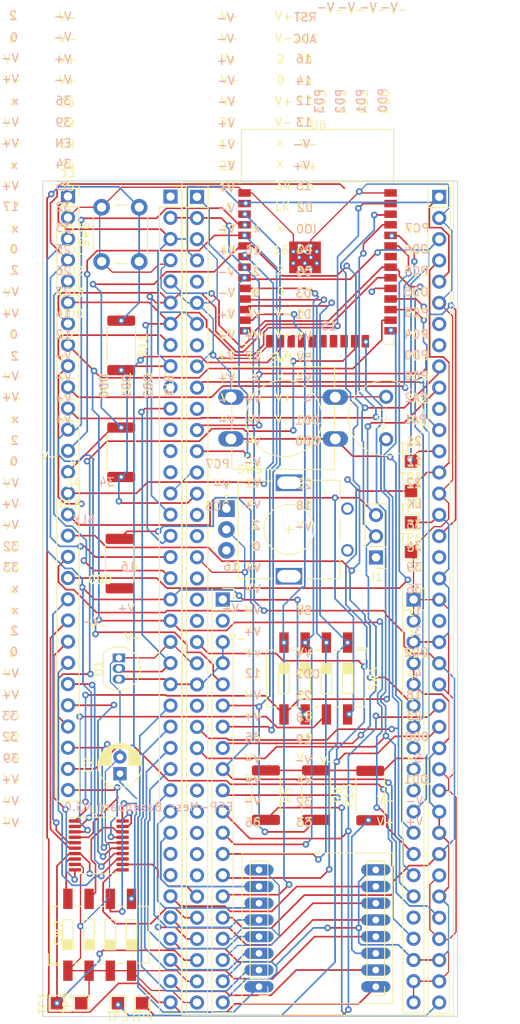
<source format=kicad_pcb>
(kicad_pcb (version 20221018) (generator pcbnew)
  (layers (0 "F.Cu" signal) (31 "B.Cu" signal) (34 "B.Paste" user) (35 "F.Paste" user) (36 "B.SilkS" user "B.Silkscreen") (37 "F.SilkS" user "F.Silkscreen") (38 "B.Mask" user) (39 "F.Mask" user) (44 "Edge.Cuts" user))
  (net 0 "")
  (net 1 "OD0")
  (net 2 "Net-(U3-IO_15)")
  (net 3 "Net-(U3-RST)")
  (net 4 "Net-(U3-IO_13)")
  (net 5 "Net-(U3-IO_12)")
  (net 6 "Net-(U3-IO_0)")
  (net 7 "RST (5)")
  (net 8 "MOSI (23)")
  (net 9 "SCK (18)")
  (net 10 "LLED (4)")
  (net 11 "IO_36")
  (net 12 "IO_39")
  (net 13 "IO_34")
  (net 14 "IO_35")
  (net 15 "BCLK")
  (net 16 "Net-(U3-ADC)")
  (net 17 "Net-(U3-IO_16)")
  (net 18 "Net-(U3-IO_14)")
  (net 19 "Net-(U3-D1_TX)")
  (net 20 "Net-(U3-D3_RX)")
  (net 21 "Net-(U3-D5_SCL)")
  (net 22 "Net-(U3-D4_SDA)")
  (net 23 "Net-(U3-D2_LED)")
  (net 24 "LED (22)")
  (net 25 "WLED (12)")
  (net 26 "Net-(J3-Pin_20)")
  (net 27 "Net-(J3-Pin_21)")
  (net 28 "Net-(J3-Pin_22)")
  (net 29 "Net-(J3-Pin_23)")
  (net 30 "GND")
  (net 31 "+5V")
  (net 32 "Net-(J3-Pin_24)")
  (net 33 "Net-(J3-Pin_25)")
  (net 34 "OD5 (15)")
  (net 35 "Net-(J3-Pin_27)")
  (net 36 "OD4 (13)")
  (net 37 "Net-(J3-Pin_29)")
  (net 38 "Net-(U7-PD3)")
  (net 39 "Net-(U7-PD2)")
  (net 40 "Net-(U7-PD1)")
  (net 41 "Net-(U7-PD0)")
  (net 42 "OD2 (26)")
  (net 43 "OD1 (25)")
  (net 44 "OD0 (14)")
  (net 45 "OD1")
  (net 46 "OD2")
  (net 47 "EN")
  (net 48 "SCL (32)")
  (net 49 "SDA (33)")
  (net 50 "MISO (19)")
  (net 51 "RX2 (17)")
  (net 52 "TX2 (16)")
  (net 53 "SCL1 (0)")
  (net 54 "SDA1 (2)")
  (net 76 "RX (3)")
  (net 77 "TX (1)")
  (net 78 "OD3 (27)")
  (net 81 "+3.3V")
  (net 82 "FREE (21)")
  (net 83 "Net-(U2-IO_16)")
  (net 84 "AUD (17)")
  (footprint "Resistor_SMD:R_2512_6332Metric" (layer "F.Cu") (at 123.222 128.001 -90)
    (fp_text reference "R8")
    (fp_text value "R")
  )
  (footprint "Rotary_Encoder:RotaryEncoder_Alps_EC11E_Vertical_H20mm" (layer "F.Cu") (at 112.482 93.676)
    (fp_text reference "SW5")
    (fp_text value "RotaryEncoder")
  )
  (footprint "Connector_PinHeader_2.54mm:PinHeader_1x03_P2.54mm_Vertical" (layer "F.Cu") (at 130.407 99.526 180)
    (fp_text reference "J1")
    (fp_text value "Conn_01x03")
  )
  (footprint "A_SensorNode:ESP12Base" (layer "F.Cu") (at 132.39 152.959 180)
    (fp_text reference "U3" hide)
    (fp_text value "~")
  )
  (footprint "Resistor_SMD:R_2512_6332Metric" (layer "F.Cu") (at 99.682 100.2635 90)
    (fp_text reference "R10" hide)
    (fp_text value "R")
  )
  (footprint "Package_SO:TSSOP-20_4.4x6.5mm_P0.65mm" (layer "F.Cu") (at 97.182 134.026)
    (fp_text reference "U7")
    (fp_text value "CH32V003F4P6")
  )
  (footprint "Resistor_SMD:R_2512_6332Metric" (layer "F.Cu") (at 117.222 128.001 -90)
    (fp_text reference "R5")
    (fp_text value "R")
  )
  (footprint "A_SensorNode:ESP32-WROOM-32D2" (layer "F.Cu") (at 123.5 48.2)
    (fp_text reference "U8")
    (fp_text value "ESP32-WROOM-32D")
  )
  (footprint "A_SensorNode:SensorBase" (layer "F.Cu") (at 106.417 54.548)
    (fp_text reference "U5" hide)
    (fp_text value "~")
  )
  (footprint "Resistor_SMD:R_2512_6332Metric" (layer "F.Cu") (at 99.882 74.126 -90)
    (fp_text reference "R11")
    (fp_text value "R")
  )
  (footprint "Resistor_SMD:R_2512_6332Metric" (layer "F.Cu") (at 129.722 128.051 90)
    (fp_text reference "R13")
    (fp_text value "R")
  )
  (footprint "Capacitor_THT:CP_Radial_D5.0mm_P2.00mm" (layer "F.Cu") (at 99.732 125.431113 90)
    (fp_text reference "C2")
    (fp_text value "C")
  )
  (footprint "TestPoint:TestPoint_Pad_1.5x1.5mm" (layer "F.Cu") (at 134.6 88.026)
    (fp_text reference "TP7")
    (fp_text value "TestPoint")
  )
  (footprint "Connector_PinSocket_2.54mm:PinSocket_1x39_P2.54mm_Vertical" (layer "F.Cu") (at 105.782 56.3)
    (fp_text reference "U4" hide)
    (fp_text value "~")
  )
  (footprint "Resistor_SMD:R_2512_6332Metric" (layer "F.Cu") (at 99.882 86.926 90)
    (fp_text reference "R9" hide)
    (fp_text value "R")
  )
  (footprint "Button_Switch_THT:SW_PUSH_6mm_H7.3mm" (layer "F.Cu") (at 97.532 64.076 90)
    (fp_text reference "SW6")
    (fp_text value "SW_Push")
  )
  (footprint "TestPoint:TestPoint_Pad_1.5x1.5mm" (layer "F.Cu") (at 134.6 91.576)
    (fp_text reference "TP8")
    (fp_text value "TestPoint")
  )
  (footprint "Connector_PinSocket_2.54mm:PinSocket_1x29_P2.54mm_Vertical" (layer "F.Cu") (at 93.5 56.276)
    (fp_text reference "J3")
    (fp_text value "Conn_01x29")
  )
  (footprint "TestPoint:TestPoint_Pad_1.5x1.5mm" (layer "F.Cu") (at 95.082 152.926 90)
    (fp_text reference "TP2")
    (fp_text value "TestPoint")
  )
  (footprint "TestPoint:TestPoint_Pad_1.5x1.5mm" (layer "F.Cu") (at 134.6 98.876)
    (fp_text reference "TP6")
    (fp_text value "TestPoint")
  )
  (footprint "Button_Switch_SMD:SW_DIP_SPSTx04_Slide_6.7x11.72mm_W8.61mm_P2.54mm_LowProfile" (layer "F.Cu") (at 123.192 114.031 -90)
    (fp_text reference "SW4")
    (fp_text value "SW_DIP_x04")
  )
  (footprint "TestPoint:TestPoint_Pad_1.5x1.5mm" (layer "F.Cu") (at 134.6 95.326)
    (fp_text reference "TP5")
    (fp_text value "TestPoint")
  )
  (footprint "A_SensorNode:LolinBase" (layer "F.Cu") (at 110.247 102.766)
    (fp_text reference "U2" hide)
    (fp_text value "~")
  )
  (footprint "TestPoint:TestPoint_Pad_1.5x1.5mm" (layer "F.Cu") (at 92.182 152.926 90)
    (fp_text reference "TP1")
    (fp_text value "TestPoint")
  )
  (footprint "Package_TO_SOT_THT:TO-92_Inline" (layer "F.Cu") (at 99.6 111.56 -90)
    (fp_text reference "U1")
    (fp_text value "MCP1700x-330xxTO")
  )
  (footprint "Button_Switch_SMD:SW_DIP_SPSTx04_Slide_6.7x11.72mm_W8.61mm_P2.54mm_LowProfile" (layer "F.Cu") (at 97.3 144.726 90)
    (fp_text reference "SW2")
    (fp_text value "SW_DIP_x04")
  )
  (footprint "A_SensorNode:BuzzerSmall" (layer "F.Cu") (at 131.622 82.826 90)
    (fp_text reference "BZ1")
    (fp_text value "Buzzer")
  )
  (footprint "TestPoint:TestPoint_Pad_1.5x1.5mm" (layer "F.Cu") (at 102.382 152.926 180)
    (fp_text reference "TP4")
    (fp_text value "TestPoint")
  )
  (footprint "TestPoint:TestPoint_Pad_1.5x1.5mm" (layer "F.Cu") (at 99.482 152.926 180)
    (fp_text reference "TP3")
    (fp_text value "TestPoint")
  )
  (footprint "Button_Switch_THT:SW_PUSH-12mm" (layer "F.Cu") (at 113.032 80.326)
    (fp_text reference "SW1")
    (fp_text value "SW_Push")
  )
  (gr_rect (start 90.482 54.426) (end 140.182 154.526) (stroke (width 0.1)) (fill none) (layer "Edge.Cuts"))
  (gr_text "36" (at 94 45.4) (layer "B.SilkS") (effects (font (size 1 1)) (justify left bottom mirror)))
  (gr_text "PC4" (at 136.825 73.375) (layer "B.SilkS") (effects (font (size 1 1)) (justify left bottom mirror)))
  (gr_text "0" (at 116.7 68.4) (layer "B.SilkS") (effects (font (size 1 1)) (justify left bottom mirror)))
  (gr_text "PC7" (at 136.925 60.675) (layer "B.SilkS") (effects (font (size 1 1)) (justify left bottom mirror)))
  (gr_text "V+\n" (at 122.8 111.6) (layer "B.SilkS") (effects (font (size 1 1)) (justify left bottom mirror)))
  (gr_text "V-\n" (at 87.7 40.3) (layer "B.SilkS") (effects (font (size 1 1)) (justify left bottom mirror)))
  (gr_text "V-\n" (at 113 91.4) (layer "B.SilkS") (effects (font (size 1 1)) (justify left bottom mirror)))
  (gr_text "36" (at 116.7 131.9) (layer "B.SilkS") (effects (font (size 1 1)) (justify left bottom mirror)))
  (gr_text "IO0" (at 123.4 60.8) (layer "B.SilkS") (effects (font (size 1 1)) (justify left bottom mirror)))
  (gr_text "3" (at 136.025 108.975) (layer "B.SilkS") (effects (font (size 1 1)) (justify left bottom mirror)))
  (gr_text "OD0" (at 123.8 86.2) (layer "B.SilkS") (effects (font (size 1 1)) (justify left bottom mirror)))
  (gr_text "14" (at 122.8 43) (layer "B.SilkS") (effects (font (size 1 1)) (justify left bottom mirror)))
  (gr_text "V-\n" (at 113.6 58.3) (layer "B.SilkS") (effects (font (size 1 1)) (justify left bottom mirror)))
  (gr_text "0" (at 87.6 63.2) (layer "B.SilkS") (effects (font (size 1 1)) (justify left bottom mirror)))
  (gr_text "V+\n" (at 116.7 73.5) (layer "B.SilkS") (effects (font (size 1 1)) (justify left bottom mirror)))
  (gr_text "V+\n" (at 116.7 101.4) (layer "B.SilkS") (effects (font (size 1 1)) (justify left bottom mirror)))
  (gr_text "x" (at 87.7 106.4) (layer "B.SilkS") (effects (font (size 1 1)) (justify left bottom mirror)))
  (gr_text "PC6" (at 113 94) (layer "B.SilkS") (effects (font (size 1 1)) (justify left bottom mirror)))
  (gr_text "D5" (at 122.8 65.9) (layer "B.SilkS") (effects (font (size 1 1)) (justify left bottom mirror)))
  (gr_text "D1" (at 122.8 71) (layer "B.SilkS") (effects (font (size 1 1)) (justify left bottom mirror)))
  (gr_text "V-\n" (at 113.6 53.2) (layer "B.SilkS") (effects (font (size 1 1)) (justify left bottom mirror)))
  (gr_text "RST" (at 123.4 35.4) (layer "B.SilkS") (effects (font (size 1 1)) (justify left bottom mirror)))
  (gr_text "OD1" (at 123.8 83.7) (layer "B.SilkS") (effects (font (size 1 1)) (justify left bottom mirror)))
  (gr_text "OD2" (at 103.7 77.4 90) (layer "B.SilkS") (effects (font (size 1 1)) (justify left bottom mirror)))
  (gr_text "PC5" (at 136.825 70.775) (layer "B.SilkS") (effects (font (size 1 1)) (justify left bottom mirror)))
  (gr_text "V-\n" (at 87.7 78.4) (layer "B.SilkS") (effects (font (size 1 1)) (justify left bottom mirror)))
  (gr_text "12" (at 136.025 88.575) (layer "B.SilkS") (effects (font (size 1 1)) (justify left bottom mirror)))
  (gr_text "LK" (at 136.025 93.675) (layer "B.SilkS") (effects (font (size 1 1)) (justify left bottom mirror)))
  (gr_text "V-\n" (at 87.7 68.3) (layer "B.SilkS") (effects (font (size 1 1)) (justify left bottom mirror)))
  (gr_text "26" (at 94 65.8) (layer "B.SilkS") (effects (font (size 1 1)) (justify left bottom mirror)))
  (gr_text "V+\n" (at 87.7 70.9) (layer "B.SilkS") (effects (font (size 1 1)) (justify left bottom mirror)))
  (gr_text "V-\n" (at 113.5 35.5) (layer "B.SilkS") (effects (font (size 1 1)) (justify left bottom mirror)))
  (gr_text "V+\n" (at 87.7 126.7) (layer "B.SilkS") (effects (font (size 1 1)) (justify left bottom mirror)))
  (gr_text "16" (at 122.8 40.4) (layer "B.SilkS") (effects (font (size 1 1)) (justify left bottom mirror)))
  (gr_text "x" (at 87.7 45.4) (layer "B.SilkS") (effects (font (size 1 1)) (justify left bottom mirror)))
  (gr_text "2" (at 87.7 108.9) (layer "B.SilkS") (effects (font (size 1 1)) (justify left bottom mirror)))
  (gr_text "0" (at 87.6 88.6) (layer "B.SilkS") (effects (font (size 1 1)) (justify left bottom mirror)))
  (gr_text "23" (at 122.8 116.7) (layer "B.SilkS") (effects (font (size 1 1)) (justify left bottom mirror)))
  (gr_text "V+\n" (at 113.6 55.8) (layer "B.SilkS") (effects (font (size 1 1)) (justify left bottom mirror)))
  (gr_text "x" (at 87.7 60.7) (layer "B.SilkS") (effects (font (size 1 1)) (justify left bottom mirror)))
  (gr_text "PD1" (at 129.2 43.3 90) (layer "B.SilkS") (effects (font (size 1 1)) (justify left bottom mirror)))
  (gr_text "V+\n" (at 87.7 116.6) (layer "B.SilkS") (effects (font (size 1 1)) (justify left bottom mirror)))
  (gr_text "V-" (at 122.6 50.6) (layer "B.SilkS") (effects (font (size 1 1)) (justify left bottom mirror)))
  (gr_text "V-\n" (at 94 37.8) (layer "B.SilkS") (effects (font (size 1 1)) (justify left bottom mirror)))
  (gr_text "V+\n" (at 113.6 63.4) (layer "B.SilkS") (effects (font (size 1 1)) (justify left bottom mirror)))
  (gr_text "D4" (at 122.8 63.3) (layer "B.SilkS") (effects (font (size 1 1)) (justify left bottom mirror)))
  (gr_text "V+\n" (at 122.8 73.6) (layer "B.SilkS") (effects (font (size 1 1)) (justify left bottom mirror)))
  (gr_text "V+\n" (at 114.1 106.2) (layer "B.SilkS") (effects (font (size 1 1)) (justify left bottom mirror)))
  (gr_text "V+\n" (at 122.6 53.2) (layer "B.SilkS") (effects (font (size 1 1)) (justify left bottom mirror)))
  (gr_text "V-\n" (at 94 42.9) (layer "B.SilkS") (effects (font (size 1 1)) (justify left bottom mirror)))
  (gr_text "V+\n" (at 87.7 93.7) (layer "B.SilkS") (effects (font (size 1 1)) (justify left bottom mirror)))
  (gr_text "17" (at 116.7 76) (layer "B.SilkS") (effects (font (size 1 1)) (justify left bottom mirror)))
  (gr_text "33" (at 94 60.6) (layer "B.SilkS") (effects (font (size 1 1)) (justify left bottom mirror)))
  (gr_text "18" (at 122.8 93.9) (layer "B.SilkS") (effects (font (size 1 1)) (justify left bottom mirror)))
  (gr_text "V-\n" (at 113.5 38) (layer "B.SilkS") (effects (font (size 1 1)) (justify left bottom mirror)))
  (gr_text "V-\n" (at 113.6 76) (layer "B.SilkS") (effects (font (size 1 1)) (justify left bottom mirror)))
  (gr_text "V+" (at 116.7 126.8) (layer "B.SilkS") (effects (font (size 1 1)) (justify left bottom mirror)))
  (gr_text "x" (at 87.7 83.5) (layer "B.SilkS") (effects (font (size 1 1)) (justify left bottom mirror)))
  (gr_text "V-\n" (at 116.7 88.7) (layer "B.SilkS") (effects (font (size 1 1)) (justify left bottom mirror)))
  (gr_text "35" (at 94 55.6) (layer "B.SilkS") (effects (font (size 1 1)) (justify left bottom mirror)))
  (gr_text "V-\n" (at 113.6 81.2) (layer "B.SilkS") (effects (font (size 1 1)) (justify left bottom mirror)))
  (gr_text "V+\n" (at 122.8 126.8) (layer "B.SilkS") (effects (font (size 1 1)) (justify left bottom mirror)))
  (gr_text "V-\n" (at 116.7 83.6) (layer "B.SilkS") (effects (font (size 1 1)) (justify left bottom mirror)))
  (gr_text "V-" (at 116.7 116.6) (layer "B.SilkS") (effects (font (size 1 1)) (justify left bottom mirror)))
  (gr_text "25" (at 94 63.2) (layer "B.SilkS") (effects (font (size 1 1)) (justify left bottom mirror)))
  (gr_text "34" (at 136.025 98.775) (layer "B.SilkS") (effects (font (size 1 1)) (justify left bottom mirror)))
  (gr_text "V-\n" (at 128 34.2) (layer "B.SilkS") (effects (font (size 1 1)) (justify left bottom mirror)))
  (gr_text "V+\n" (at 87.7 42.8) (layer "B.SilkS") (effects (font (size 1 1)) (justify left bottom mirror)))
  (gr_text "V-\n" (at 94 78.5) (layer "B.SilkS") (effects (font (size 1 1)) (justify left bottom mirror)))
  (gr_text "23" (at 122.8 91.4) (layer "B.SilkS") (effects (font (size 1 1)) (justify left bottom mirror)))
  (gr_text "OD1" (at 101.1 77.4 90) (layer "B.SilkS") (effects (font (size 1 1)) (justify left bottom mirror)))
  (gr_text "x" (at 87.7 103.8) (layer "B.SilkS") (effects (font (size 1 1)) (justify left bottom mirror)))
  (gr_text "33" (at 87.7 101.3) (layer "B.SilkS") (effects (font (size 1 1)) (justify left bottom mirror)))
  (gr_text "34" (at 94 53) (layer "B.SilkS") (effects (font (size 1 1)) (justify left bottom mirror)))
  (gr_text "V+\n" (at 87.7 80.9) (layer "B.SilkS") (effects (font (size 1 1)) (justify left bottom mirror)))
  (gr_text "18" (at 136.025 116.575) (layer "B.SilkS") (effects (font (size 1 1)) (justify left bottom mirror)))
  (gr_text "2" (at 116.7 65.9) (layer "B.SilkS") (effects (font (size 1 1)) (justify left bottom mirror)))
  (gr_text "x" (at 87.6 53.1) (layer "B.SilkS") (effects (font (size 1 1)) (justify left bottom mirror)))
  (gr_text "D2" (at 123 58.2) (layer "B.SilkS") (effects (font (size 1 1)) (justify left bottom mirror)))
  (gr_text "21" (at 136.025 86.175) (layer "B.SilkS") (effects (font (size 1 1)) (justify left bottom mirror)))
  (gr_text "V+\n" (at 116.7 81.1) (layer "B.SilkS") (effects (font (size 1 1)) (justify left bottom mirror)))
  (gr_text "V-\n" (at 113.6 50.7) (layer "B.SilkS") (effects (font (size 1 1)) (justify left bottom mirror)))
  (gr_text "x" (at 116.7 60.7) (layer "B.SilkS") (effects (font (size 1 1)) (justify left bottom mirror)))
  (gr_text "16" (at 116.7 63.3) (layer "B.SilkS") (effects (font (size 1 1)) (justify left bottom mirror)))
  (gr_text "33" (at 122.8 131.9) (layer "B.SilkS") (effects (font (size 1 1)) (justify left bottom mirror)))
  (gr_text "12" (at 116.7 114) (layer "B.SilkS") (effects (font (size 1 1)) (justify left bottom mirror)))
  (gr_text "2" (at 87.7 86.1) (layer "B.SilkS") (effects (font (size 1 1)) (justify left bottom mirror)))
  (gr_text "V-\n" (at 113.6 60.8) (layer "B.SilkS") (effects (font (size 1 1)) (justify left bottom mirror)))
  (gr_text "OD1" (at 136.825 126.675) (layer "B.SilkS") (effects (font (size 1 1)) (justify left bottom mirror)))
  (gr_text "4" (at 122.8 81.2) (layer "B.SilkS") (effects (font (size 1 1)) (justify left bottom mirror)))
  (gr_text "17" (at 87.7 58.1) (layer "B.SilkS") (effects (font (size 1 1)) (justify left bottom mirror)))
  (gr_text "V-\n" (at 113.6 65.9) (layer "B.SilkS") (effects (font (size 1 1)) (justify left bottom mirror)))
  (gr_text "0D0" (at 136.825 121.575) (layer "B.SilkS") (effects (font (size 1 1)) (justify left bottom mirror)))
  (gr_text "V-\n" (at 116.7 106.4) (layer "B.SilkS") (effects (font (size 1 1)) (justify left bottom mirror)))
  (gr_text "5V" (at 122.8 106.5) (layer "B.SilkS") (effects (font (size 1 1)) (justify left bottom mirror)))
  (gr_text "V-\n" (at 113.6 83.7) (layer "B.SilkS") (effects (font (size 1 1)) (justify left bottom mirror)))
  (gr_text "V+" (at 94 83.5) (layer "B.SilkS") (effects (font (size 1 1)) (justify left bottom mirror)))
  (gr_text "PD0" (at 131.8 43.2 90) (layer "B.SilkS") (effects (font (size 1 1)) (justify left bottom mirror)))
  (gr_text "22" (at 136.025 91.175) (layer "B.SilkS") (effects (font (size 1 1)) (justify left bottom mirror)))
  (gr_text "PA1" (at 136.625 83.575) (layer "B.SilkS") (effects (font (size 1 1)) (justify left bottom mirror)))
  (gr_text "12" (at 122.8 45.4) (layer "B.SilkS") (effects (font (size 1 1)) (justify left bottom mirror)))
  (gr_text "32" (at 87.7 98.8) (layer "B.SilkS") (effects (font (size 1 1)) (justify left bottom mirror)))
  (gr_text "0" (at 116.7 98.8) (layer "B.SilkS") (effects (font (size 1 1)) (justify left bottom mirror)))
  (gr_text "V-\n" (at 116.7 129.3) (layer "B.SilkS") (effects (font (size 1 1)) (justify left bottom mirror)))
  (gr_text "BLK" (at 106.2 77.5 90) (layer "B.SilkS") (effects (font (size 1 1)) (justify left bottom mirror)))
  (gr_text "V+\n" (at 94 40.4) (layer "B.SilkS") (effects (font (size 1 1)) (justify left bottom mirror)))
  (gr_text "ADC" (at 123.4 38) (layer "B.SilkS") (effects (font (size 1 1)) (justify left bottom mirror)))
  (gr_text "V-\n" (at 116.7 71) (layer "B.SilkS") (effects (font (size 1 1)) (justify left bottom mirror)))
  (gr_text "35" (at 136.025 96.175) (layer "B.SilkS") (effects (font (size 1 1)) (justify left bottom mirror)))
  (gr_text "PC6" (at 136.825 65.775) (layer "B.SilkS") (effects (font (size 1 1)) (justify left bottom mirror)))
  (gr_text "OD2" (at 123.8 114.1) (layer "B.SilkS") (effects (font (size 1 1)) (justify left bottom mirror)))
  (gr_text "V+\n" (at 113.6 71) (layer "B.SilkS") (effects (font (size 1 1)) (justify left bottom mirror)))
  (gr_text "0" (at 87.6 37.8) (layer "B.SilkS") (effects (font (size 1 1)) (justify left bottom mirror)))
  (gr_text "V-\n" (at 113.6 45.5) (layer "B.SilkS") (effects (font (size 1 1)) (justify left bottom mirror)))
  (gr_text "39" (at 94 48) (layer "B.SilkS") (effects (font (size 1 1)) (justify left bottom mirror)))
  (gr_text "V+\n" (at 116.7 109) (layer "B.SilkS") (effects (font (size 1 1)) (justify left bottom mirror)))
  (gr_text "V-\n" (at 87.7 131.9) (layer "B.SilkS") (effects (font (size 1 1)) (justify left bottom mirror)))
  (gr_text "x" (at 116.6 78.6) (layer "B.SilkS") (effects (font (size 1 1)) (justify left bottom mirror)))
  (gr_text "V+" (at 94 81) (layer "B.SilkS") (effects (font (size 1 1)) (justify left bottom mirror)))
  (gr_text "V-\n" (at 87.7 48) (layer "B.SilkS") (effects (font (size 1 1)) (justify left bottom mirror)))
  (gr_text "2" (at 87.7 76) (layer "B.SilkS") (effects (font (size 1 1)) (justify left bottom mirror)))
  (gr_text "32" (at 87.6 121.6) (layer "B.SilkS") (effects (font (size 1 1)) (justify left bottom mirror)))
  (gr_text "V-\n" (at 125.5 34.2) (layer "B.SilkS") (effects (font (size 1 1)) (justify left bottom mirror)))
  (gr_text "V+\n" (at 116.7 86.2) (layer "B.SilkS") (effects (font (size 1 1)) (justify left bottom mirror)))
  (gr_text "V-\n" (at 122.8 78.7) (layer "B.SilkS") (effects (font (size 1 1)) (justify left bottom mirror)))
  (gr_text "V-\n" (at 113.6 68.4) (layer "B.SilkS") (effects (font (size 1 1)) (justify left bottom mirror)))
  (gr_text "18" (at 122.8 119.3) (layer "B.SilkS") (effects (font (size 1 1)) (justify left bottom mirror)))
  (gr_text "32" (at 122.8 129.4) (layer "B.SilkS") (effects (font (size 1 1)) (justify left bottom mirror)))
  (gr_text "EN" (at 94 50.5) (layer "B.SilkS") (effects (font (size 1 1)) (justify left bottom mirror)))
  (gr_text "2" (at 116.7 96.3) (layer "B.SilkS") (effects (font (size 1 1)) (justify left bottom mirror)))
  (gr_text "V-\n" (at 122.8 124.4) (layer "B.SilkS") (effects (font (size 1 1)) (justify left bottom mirror)))
  (gr_text "OD2" (at 136.825 111.475) (layer "B.SilkS") (effects (font (size 1 1)) (justify left bottom mirror)))
  (gr_text "V-" (at 87.7 96.2) (layer "B.SilkS") (effects (font (size 1 1)) (justify left bottom mirror)))
  (gr_text "PD2" (at 126.7 43.3 90) (layer "B.SilkS") (effects (font (size 1 1)) (justify left bottom mirror)))
  (gr_text "V-" (at 97.4 107.8) (layer "B.SilkS") (effects (font (size 1 1)) (justify left bottom mirror)))
  (gr_text "PA2" (at 136.725 80.975) (layer "B.SilkS") (effects (font (size 1 1)) (justify left bottom mirror)))
  (gr_text "PC7" (at 113 88.9) (layer "B.SilkS") (effects (font (size 1 1)) (justify left bottom mirror)))
  (gr_text "15" (at 125.8 72.4) (layer "B.SilkS") (effects (font (size 1 1)) (justify left bottom mirror)))
  (gr_text "V+\n" (at 113.5 40.6) (layer "B.SilkS") (effects (font (size 1 1)) (justify left bottom mirror)))
  (gr_text "V-\n" (at 116.7 91.2) (layer "B.SilkS") (effects (font (size 1 1)) (justify left bottom mirror)))
  (gr_text "V+\n" (at 87.7 55.6) (layer "B.SilkS") (effects (font (size 1 1)) (justify left bottom mirror)))
  (gr_text "0\n" (at 87.6 111.4) (layer "B.SilkS") (effects (font (size 1 1)) (justify left bottom mirror)))
  (gr_text "BLK" (at 96.9 95.6) (layer "B.SilkS") (effects (font (size 1 1)) (justify left bottom mirror)))
  (gr_text "2" (at 87.7 65.7) (layer "B.SilkS") (effects (font (size 1 1)) (justify left bottom mirror)))
  (gr_text "27" (at 94 68.3) (layer "B.SilkS") (effects (font (size 1 1)) (justify left bottom mirror)))
  (gr_text "V+\n" (at 87.7 50.5) (layer "B.SilkS") (effects (font (size 1 1)) (justify left bottom mirror)))
  (gr_text "23" (at 136.025 119.075) (layer "B.SilkS") (effects (font (size 1 1)) (justify left bottom mirror)))
  (gr_text "PC0\n" (at 136.825 78.375) (layer "B.SilkS") (effects (font (size 1 1)) (justify left bottom mirror)))
  (gr_text "V+\n" (at 113.6 48.1) (layer "B.SilkS") (effects (font (size 1 1)) (justify left bottom mirror)))
  (gr_text "16" (at 114.1 101.2) (layer "B.SilkS") (effects (font (size 1 1)) (justify left bottom mirror)))
  (gr_text "19" (at 122.8 121.9) (layer "B.SilkS") (effects (font (size 1 1)) (justify left bottom mirror)))
  (gr_text "33" (at 87.6 119.1) (layer "B.SilkS") (effects (font (size 1 1)) (justify left bottom mirror)))
  (gr_text "V-\n" (at 87.7 114) (layer "B.SilkS") (effects (font (size 1 1)) (justify left bottom mirror)))
  (gr_text "0" (at 87.6 73.4) (layer "B.SilkS") (effects (font (size 1 1)) (justify left bottom mirror)))
  (gr_text "V+\n" (at 116.7 93.8) (layer "B.SilkS") (effects (font (size 1 1)) (justify left bottom mirror)))
  (gr_text "12" (at 94 73.4) (layer "B.SilkS") (effects (font (size 1 1)) (justify left bottom mirror)))
  (gr_text "V-" (at 116.7 124.3) (layer "B.SilkS") (effects (font (size 1 1)) (justify left bottom mirror)))
  (gr_text "ESP-Mess Baseboard V3.0" (at 113.4 130) (layer "B.SilkS") (effects (font (size 1 1)) (justify left bottom mirror)))
  (gr_text "V-\n" (at 94 35.3) (layer "B.SilkS") (effects (font (size 1 1)) (justify left bottom mirror)))
  (gr_text "V-\n" (at 130.6 34.2) (layer "B.SilkS") (effects (font (size 1 1)) (justify left bottom mirror)))
  (gr_text "V+\n" (at 101.6 106.2) (layer "B.SilkS") (effects (font (size 1 1)) (justify left bottom mirror)))
  (gr_text "14" (at 94 70.9) (layer "B.SilkS") (effects (font (size 1 1)) (justify left bottom mirror)))
  (gr_text "V-\n" (at 133.1 34.2) (layer "B.SilkS") (effects (font (size 1 1)) (justify left bottom mirror)))
  (gr_text "V+\n" (at 113.6 78.6) (layer "B.SilkS") (effects (font (size 1 1)) (justify left bottom mirror)))
  (gr_text "V-\n" (at 113.6 43) (layer "B.SilkS") (effects (font (size 1 1)) (justify left bottom mirror)))
  (gr_text "39\n" (at 87.7 124.2) (layer "B.SilkS") (effects (font (size 1 1)) (justify left bottom mirror)))
  (gr_text "V-\n" (at 94 75.9) (layer "B.SilkS") (effects (font (size 1 1)) (justify left bottom mirror)))
  (gr_text "V-\n" (at 136.125 129.275) (layer "B.SilkS") (effects (font (size 1 1)) (justify left bottom mirror)))
  (gr_text "15" (at 122.8 55.6) (layer "B.SilkS") (effects (font (size 1 1)) (justify left bottom mirror)))
  (gr_text "OD4" (at 136.825 63.175) (layer "B.SilkS") (effects (font (size 1 1)) (justify left bottom mirror)))
  (gr_text "39" (at 136.025 101.275) (layer "B.SilkS") (effects (font (size 1 1)) (justify left bottom mirror)))
  (gr_text "5" (at 136.025 124.175) (layer "B.SilkS") (effects (font (size 1 1)) (justify left bottom mirror)))
  (gr_text "16" (at 101.8 101.2) (layer "B.SilkS") (effects (font (size 1 1)) (justify left bottom mirror)))
  (gr_text "5V" (at 122.8 76.2) (layer "B.SilkS") (effects (font (size 1 1)) (justify left bottom mirror)))
  (gr_text "2" (at 87.5 35.2) (layer "B.SilkS") (effects (font (size 1 1)) (justify left bottom mirror)))
  (gr_text "V-\n" (at 87.7 129.3) (layer "B.SilkS") (effects (font (size 1 1)) (justify left bottom mirror)))
  (gr_text "13" (at 122.8 48) (layer "B.SilkS") (effects (font (size 1 1)) (justify left bottom mirror)))
  (gr_text "V-\n" (at 113.6 73.5) (layer "B.SilkS") (effects (font (size 1 1)) (justify left bottom mirror)))
  (gr_text "V+" (at 116.7 119.2) (layer "B.SilkS") (effects (font (size 1 1)) (justify left bottom mirror)))
  (gr_text "V-" (at 122.8 96.4) (layer "B.SilkS") (effects (font (size 1 1)) (justify left bottom mirror)))
  (gr_text "4" (at 136.025 114.075) (layer "B.SilkS") (effects (font (size 1 1)) (justify left bottom mirror)))
  (gr_text "OD0" (at 98.4 77.4 90) (layer "B.SilkS") (effects (font (size 1 1)) (justify left bottom mirror)))
  (gr_text "36" (at 136.025 103.875) (layer "B.SilkS") (effects (font (size 1 1)) (justify left bottom mirror)))
  (gr_text "OD5" (at 136.825 68.275) (layer "B.SilkS") (effects (font (size 1 1)) (justify left bottom mirror)))
  (gr_text "34" (at 99.2 91.1) (layer "B.SilkS") (effects (font (size 1 1)) (justify left bottom mirror)))
  (gr_text "PD0" (at 136.825 75.875) (layer "B.SilkS") (effects (font (size 1 1)) (justify left bottom mirror)))
  (gr_text "PD3" (at 124.2 43.3 90) (layer "B.SilkS") (effects (font (size 1 1)) (justify left bottom mirror)))
  (gr_text "V+" (at 136.125 131.775) (layer "B.SilkS") (effects (font (size 1 1)) (justify left bottom mirror)))
  (gr_text "V-\n" (at 116.7 103.9) (layer "B.SilkS") (effects (font (size 1 1)) (justify left bottom mirror)))
  (gr_text "V-\n" (at 87.7 91.2) (layer "B.SilkS") (effects (font (size 1 1)) (justify left bottom mirror)))
  (gr_text "D3" (at 122.8 68.5) (layer "B.SilkS") (effects (font (size 1 1)) (justify left bottom mirror)))
  (gr_text "v+" (at 116.7 111.5) (layer "B.SilkS") (effects (font (size 1 1)) (justify left bottom mirror)))
  (gr_text "1" (at 136.025 106.475) (layer "B.SilkS") (effects (font (size 1 1)) (justify left bottom mirror)))
  (gr_text "32" (at 94 58.1) (layer "B.SilkS") (effects (font (size 1 1)) (justify left bottom mirror)))
  (gr_text "35" (at 116.7 121.7) (layer "B.SilkS") (effects (font (size 1 1)) (justify left bottom mirror)))
  (gr_text "OD2" (at 92.3 65.8) (layer "F.SilkS") (effects (font (size 1 1)) (justify left bottom)))
  (gr_text "D2" (at 120.8 58.2) (layer "F.SilkS") (effects (font (size 1 1)) (justify left bottom)))
  (gr_text "V+" (at 114.6 108.9) (layer "F.SilkS") (effects (font (size 1 1)) (justify left bottom)))
  (gr_text "4" (at 134 114.2) (layer "F.SilkS") (effects (font (size 1 1)) (justify left bottom)))
  (gr_text "2" (at 86.4 76) (layer "F.SilkS") (effects (font (size 1 1)) (justify left bottom)))
  (gr_text "0" (at 118.4 68.3) (layer "F.SilkS") (effects (font (size 1 1)) (justify left bottom)))
  (gr_text "V-" (at 120.8 78.5) (layer "F.SilkS") (effects (font (size 1 1)) (justify left bottom)))
  (gr_text "PD1" (at 129.5 46.5 90) (layer "F.SilkS") (effects (font (size 1 1)) (justify left bottom)))
  (gr_text "V-" (at 85.7 68.4) (layer "F.SilkS") (effects (font (size 1 1)) (justify left bottom)))
  (gr_text "V-" (at 100.2 109.7) (layer "F.SilkS") (effects (font (size 1 1)) (justify left bottom)))
  (gr_text "36" (at 114.6 131.8) (layer "F.SilkS") (effects (font (size 1 1)) (justify left bottom)))
  (gr_text "V-" (at 92.3 35.4) (layer "F.SilkS") (effects (font (size 1 1)) (justify left bottom)))
  (gr_text "V-" (at 126.9 34.5) (layer "F.SilkS") (effects (font (size 1 1)) (justify left bottom)))
  (gr_text "V+\n" (at 121.2 53.2) (layer "F.SilkS") (effects (font (size 1 1)) (justify left bottom)))
  (gr_text "12" (at 134 88.7) (layer "F.SilkS") (effects (font (size 1 1)) (justify left bottom)))
  (gr_text "x" (at 115.4 78.4) (layer "F.SilkS") (effects (font (size 1 1)) (justify left bottom)))
  (gr_text "14" (at 120.8 43) (layer "F.SilkS") (effects (font (size 1 1)) (justify left bottom)))
  (gr_text "BLK" (at 92.3 93.7) (layer "F.SilkS") (effects (font (size 1 1)) (justify left bottom)))
  (gr_text "V+" (at 114.6 126.7) (layer "F.SilkS") (effects (font (size 1 1)) (justify left bottom)))
  (gr_text "0D0" (at 95.8 102.8) (layer "F.SilkS") (effects (font (size 1 1)) (justify left bottom)))
  (gr_text "5" (at 112.3 58.2) (layer "F.SilkS") (effects (font (size 1 1)) (justify left bottom)))
  (gr_text "V-" (at 111.7 81) (layer "F.SilkS") (effects (font (size 1 1)) (justify left bottom)))
  (gr_text "5" (at 134 124.3) (layer "F.SilkS") (effects (font (size 1 1)) (justify left bottom)))
  (gr_text "V-" (at 110.9 91.3) (layer "F.SilkS") (effects (font (size 1 1)) (justify left bottom)))
  (gr_text "0" (at 115.3 68.4) (layer "F.SilkS") (effects (font (size 1 1)) (justify left bottom)))
  (gr_text "x" (at 86.4 60.6) (layer "F.SilkS") (effects (font (size 1 1)) (justify left bottom)))
  (gr_text "V-" (at 85.7 48) (layer "F.SilkS") (effects (font (size 1 1)) (justify left bottom)))
  (gr_text "V-" (at 96 108.2) (layer "F.SilkS") (effects (font (size 1 1)) (justify left bottom)))
  (gr_text "V-" (at 129.5 34.5) (layer "F.SilkS") (effects (font (size 1 1)) (justify left bottom)))
  (gr_text "V-" (at 85.7 129.3) (layer "F.SilkS") (effects (font (size 1 1)) (justify left bottom)))
  (gr_text "x" (at 86.4 106.4) (layer "F.SilkS") (effects (font (size 1 1)) (justify left bottom)))
  (gr_text "3" (at 134 109.1) (layer "F.SilkS") (effects (font (size 1 1)) (justify left bottom)))
  (gr_text "5V" (at 120.8 76) (layer "F.SilkS") (effects (font (size 1 1)) (justify left bottom)))
  (gr_text "PC6" (at 133.6 65.9) (layer "F.SilkS") (effects (font (size 1 1)) (justify left bottom)))
  (gr_text "15" (at 111.4 73.4) (layer "F.SilkS") (effects (font (size 1 1)) (justify left bottom)))
  (gr_text "V-" (at 118.2 37.9) (layer "F.SilkS") (effects (font (size 1 1)) (justify left bottom)))
  (gr_text "35" (at 134 96.3) (layer "F.SilkS") (effects (font (size 1 1)) (justify left bottom)))
  (gr_text "V-" (at 115 70.8) (layer "F.SilkS") (effects (font (size 1 1)) (justify left bottom)))
  (gr_text "19" (at 120.8 121.7) (layer "F.SilkS") (effects (font (size 1 1)) (justify left bottom)))
  (gr_text "33" (at 85.7 101.4) (layer "F.SilkS") (effects (font (size 1 1)) (justify left bottom)))
  (gr_text "V-" (at 85.7 96.3) (layer "F.SilkS") (effects (font (size 1 1)) (justify left bottom)))
  (gr_text "34" (at 92.3 53.2) (layer "F.SilkS") (effects (font (size 1 1)) (justify left bottom)))
  (gr_text "22" (at 111.5 48) (layer "F.SilkS") (effects (font (size 1 1)) (justify left bottom)))
  (gr_text "V-" (at 85.7 114) (layer "F.SilkS") (effects (font (size 1 1)) (justify left bottom)))
  (gr_text "V-" (at 118.2 48) (layer "F.SilkS") (effects (font (size 1 1)) (justify left bottom)))
  (gr_text "16" (at 111.7 63.3) (layer "F.SilkS") (effects (font (size 1 1)) (justify left bottom)))
  (gr_text "V-" (at 114.6 116.6) (layer "F.SilkS") (effects (font (size 1 1)) (justify left bottom)))
  (gr_text "D3" (at 120.8 68.4) (layer "F.SilkS") (effects (font (size 1 1)) (justify left bottom)))
  (gr_text "V+" (at 92.3 81.1) (layer "F.SilkS") (effects (font (size 1 1)) (justify left bottom)))
  (gr_text "2" (at 86.4 86.1) (layer "F.SilkS") (effects (font (size 1 1)) (justify left bottom)))
  (gr_text "V-" (at 118.2 70.9) (layer "F.SilkS") (effects (font (size 1 1)) (justify left bottom)))
  (gr_text "PC7" (at 133.7 60.8) (layer "F.SilkS") (effects (font (size 1 1)) (justify left bottom)))
  (gr_text "V+" (at 118.2 35.3) (layer "F.SilkS") (effects (font (size 1 1)) (justify left bottom)))
  (gr_text "V+" (at 114.6 111.5) (layer "F.SilkS") (effects (font (size 1 1)) (justify left bottom)))
  (gr_text "V-" (at 85.7 55.6) (layer "F.SilkS") (effects (font (size 1 1)) (justify left bottom)))
  (gr_text "17" (at 111.7 60.8) (layer "F.SilkS") (effects (font (size 1 1)) (justify left bottom)))
  (gr_text "V+" (at 92.3 40.5) (layer "F.SilkS") (effects (font (size 1 1)) (justify left bottom)))
  (gr_text "D4" (at 120.8 63.2) (layer "F.SilkS") (effects (font (size 1 1)) (justify left bottom)))
  (gr_text "39" (at 92.3 48.1) (layer "F.SilkS") (effects (font (size 1 1)) (justify left bottom)))
  (gr_text "0" (at 86.3 111.6) (layer "F.SilkS") (effects (font (size 1 1)) (justify left bottom)))
  (gr_text "23" (at 120.8 91.2) (layer "F.SilkS") (effects (font (size 1 1)) (justify left bottom)))
  (gr_text "V+" (at 85.7 126.7) (layer "F.SilkS") (effects (font (size 1 1)) (justify left bottom)))
  (gr_text "0" (at 86.3 73.4) (layer "F.SilkS") (effects (font (size 1 1)) (justify left bottom)))
  (gr_text "21" (at 134 86.2) (layer "F.SilkS") (effects (font (size 1 1)) (justify left bottom)))
  (gr_text "34" (at 118.2 55.6) (layer "F.SilkS") (effects (font (size 1 1)) (justify left bottom)))
  (gr_text "V-" (at 92.3 76.1) (layer "F.SilkS") (effects (font (size 1 1)) (justify left bottom)))
  (gr_text "16" (at 112.2 101.2) (layer "F.SilkS") (effects (font (size 1 1)) (justify left bottom)))
  (gr_text "5V" (at 120.8 106.4) (layer "F.SilkS") (effects (font (size 1 1)) (justify left bottom)))
  (gr_text "V-" (at 114.6 106.4) (layer "F.SilkS") (effects (font (size 1 1)) (justify left bottom)))
  (gr_text "39" (at 134 101.4) (layer "F.SilkS") (effects (font (size 1 1)) (justify left bottom)))
  (gr_text "LK" (at 118.2 58.1) (layer "F.SilkS") (effects (font (size 1 1)) (justify left bottom)))
  (gr_text "33" (at 120.8 131.8) (layer "F.SilkS") (effects (font (size 1 1)) (justify left bottom)))
  (gr_text "V+" (at 118.2 45.5) (layer "F.SilkS") (effects (font (size 1 1)) (justify left bottom)))
  (gr_text "ADC" (at 120.6 38) (layer "F.SilkS") (effects (font (size 1 1)) (justify left bottom)))
  (gr_text "35" (at 114.6 121.7) (layer "F.SilkS") (effects (font (size 1 1)) (justify left bottom)))
  (gr_text "34" (at 134 98.9) (layer "F.SilkS") (effects (font (size 1 1)) (justify left bottom)))
  (gr_text "V+" (at 85.7 116.5) (layer "F.SilkS") (effects (font (size 1 1)) (justify left bottom)))
  (gr_text "x" (at 118.4 78.3) (layer "F.SilkS") (effects (font (size 1 1)) (justify left bottom)))
  (gr_text "1" (at 134 106.6) (layer "F.SilkS") (effects (font (size 1 1)) (justify left bottom)))
  (gr_text "OD5" (at 133.6 68.4) (layer "F.SilkS") (effects (font (size 1 1)) (justify left bottom)))
  (gr_text "LK" (at 134 93.8) (layer "F.SilkS") (effects (font (size 1 1)) (justify left bottom)))
  (gr_text "16" (at 114.7 63.2) (layer "F.SilkS") (effects (font (size 1 1)) (justify left bottom)))
  (gr_text "OD1" (at 92.3 63.3) (layer "F.SilkS") (effects (font (size 1 1)) (justify left bottom)))
  (gr_text "V+" (at 114.6 88.6) (layer "F.SilkS") (effects (font (size 1 1)) (justify left bottom)))
  (gr_text "23" (at 134 119.2) (layer "F.SilkS") (effects (font (size 1 1)) (justify left bottom)))
  (gr_text "PD0" (at 132.1 46.5 90) (layer "F.SilkS") (effects (font (size 1 1)) (justify left bottom)))
  (gr_text "x" (at 118.4 52.9) (layer "F.SilkS") (effects (font (size 1 1)) (justify left bottom)))
  (gr_text "OD1" (at 134 126.8) (layer "F.SilkS") (effects (font (size 1 1)) (justify left bottom)))
  (gr_text "V+" (at 118.2 73.4) (layer "F.SilkS") (effects (font (size 1 1)) (justify left bottom)))
  (gr_text "0D2" (at 133.7 111.6) (layer "F.SilkS") (effects (font (size 1 1)) (justify left bottom)))
  (gr_text "V-" (at 124.4 34.5) (layer "F.SilkS") (effects (font (size 1 1)) (justify left bottom)))
  (gr_text "V+" (at 120.8 126.7) (layer "F.SilkS") (effects (font (size 1 1)) (justify left bottom)))
  (gr_text "V-" (at 85.7 91.3) (layer "F.SilkS") (effects (font (size 1 1)) (justify left bottom)))
  (gr_text "D1" (at 120.8 70.9) (layer "F.SilkS") (effects (font (size 1 1)) (justify left bottom)))
  (gr_text "V-" (at 114.6 103.8) (layer "F.SilkS") (effects (font (size 1 1)) (justify left bottom)))
  (gr_text "0" (at 86.3 63.2) (layer "F.SilkS") (effects (font (size 1 1)) (justify left bottom)))
  (gr_text "V+" (at 92.3 43) (layer "F.SilkS") (effects (font (size 1 1)) (justify left bottom)))
  (gr_text "16" (at 118 63.3) (layer "F.SilkS") (effects (font (size 1 1)) (justify left bottom)))
  (gr_text "36" (at 92.3 45.6) (layer "F.SilkS") (effects (font (size 1 1)) (justify left bottom)))
  (gr_text "OD1" (at 120.8 83.6) (layer "F.SilkS") (effects (font (size 1 1)) (justify left bottom)))
  (gr_text "OD2" (at 120.8 114) (layer "F.SilkS") (effects (font (size 1 1)) (justify left bottom)))
  (gr_text "x" (at 118.4 50.4) (layer "F.SilkS") (effects (font (size 1 1)) (justify left bottom)))
  (gr_text "V-" (at 121.2 50.6) (layer "F.SilkS") (effects (font (size 1 1)) (justify left bottom)))
  (gr_text "V-" (at 114.6 93.7) (layer "F.SilkS") (effects (font (size 1 1)) (justify left bottom)))
  (gr_text "V+" (at 114.6 101.3) (layer "F.SilkS") (effects (font (size 1 1)) (justify left bottom)))
  (gr_text "V+" (at 92.3 83.7) (layer "F.SilkS") (effects (font (size 1 1)) (justify left bottom)))
  (gr_text "V+" (at 111.7 42.9) (layer "F.SilkS") (effects (font (size 1 1)) (justify left bottom)))
  (gr_text "17" (at 114.8 76) (layer "F.SilkS") (effects (font (size 1 1)) (justify left bottom)))
  (gr_text "12" (at 120.8 45.4) (layer "F.SilkS") (effects (font (size 1 1)) (justify left bottom)))
  (gr_text "39" (at 85.7 124.2) (layer "F.SilkS") (effects (font (size 1 1)) (justify left bottom)))
  (gr_text "35" (at 92.3 55.7) (layer "F.SilkS") (effects (font (size 1 1)) (justify left bottom)))
  (gr_text "18" (at 120.8 119.1) (layer "F.SilkS") (effects (font (size 1 1)) (justify left bottom)))
  (gr_text "0" (at 112.3 68.4) (layer "F.SilkS") (effects (font (size 1 1)) (justify left bottom)))
  (gr_text "22" (at 134 91.3) (layer "F.SilkS") (effects (font (size 1 1)) (justify left bottom)))
  (gr_text "V+" (at 111.7 78.5) (layer "F.SilkS") (effects (font (size 1 1)) (justify left bottom)))
  (gr_text "V+" (at 85.7 93.8) (layer "F.SilkS") (effects (font (size 1 1)) (justify left bottom)))
  (gr_text "x" (at 86.4 103.9) (layer "F.SilkS") (effects (font (size 1 1)) (justify left bottom)))
  (gr_text "32" (at 92.3 58.2) (layer "F.SilkS") (effects (font (size 1 1)) (justify left bottom)))
  (gr_text "V+" (at 114.6 119.1) (layer "F.SilkS") (effects (font (size 1 1)) (justify left bottom)))
  (gr_text "x" (at 86.4 53) (layer "F.SilkS") (effects (font (size 1 1)) (justify left bottom)))
  (gr_text "V-" (at 92.3 38) (layer "F.SilkS") (effects (font (size 1 1)) (justify left bottom)))
  (gr_text "18" (at 134 116.7) (layer "F.SilkS") (effects (font (size 1 1)) (justify left bottom)))
  (gr_text "V-" (at 118.2 83.6) (layer "F.SilkS") (effects (font (size 1 1)) (justify left bottom)))
  (gr_text "V-" (at 114.6 129.3) (layer "F.SilkS") (effects (font (size 1 1)) (justify left bottom)))
  (gr_text "V-" (at 120.8 124.1) (layer "F.SilkS") (effects (font (size 1 1)) (justify left bottom)))
  (gr_text "2" (at 86.3 35.3) (layer "F.SilkS") (effects (font (size 1 1)) (justify left bottom)))
  (gr_text "V+" (at 85.7 81) (layer "F.SilkS") (effects (font (size 1 1)) (justify left bottom)))
  (gr_text "18" (at 111.5 55.7) (layer "F.SilkS") (effects (font (size 1 1)) (justify left bottom)))
  (gr_text "V-" (at 85.7 78.5) (layer "F.SilkS") (effects (font (size 1 1)) (justify left bottom)))
  (gr_text "V-" (at 112.7 109.8) (layer "F.SilkS") (effects (font (size 1 1)) (justify left bottom)))
  (gr_text "13" (at 111.4 76) (layer "F.SilkS") (effects (font (size 1 1)) (justify left bottom)))
  (gr_text "33" (at 85.7 119.1) (layer "F.SilkS") (effects (font (size 1 1)) (justify left bottom)))
  (gr_text "2" (at 118.4 40.4) (layer "F.SilkS") (effects (font (size 1 1)) (justify left bottom)))
  (gr_text "18" (at 120.8 93.7) (layer "F.SilkS") (effects (font (size 1 1)) (justify left bottom)))
  (gr_text "12" (at 114.6 91.2) (layer "F.SilkS") (effects (font (size 1 1)) (justify left bottom)))
  (gr_text "33" (at 92.3 60.8) (layer "F.SilkS") (effects (font (size 1 1)) (justify left bottom)))
  (gr_text "2" (at 118.3 65.7) (layer "F.SilkS") (effects (font (size 1 1)) (justify left bottom)))
  (gr_text "PA1" (at 133.9 83.7) (layer "F.SilkS") (effects (font (size 1 1)) (justify left bottom)))
  (gr_text "PD0" (at 133.7 76) (layer "F.SilkS") (effects (font (size 1 1)) (justify left bottom)))
  (gr_text "0" (at 115.3 98.8) (layer "F.SilkS") (effects (font (size 1 1)) (justify left bottom)))
  (gr_text "32" (at 120.8 129.3) (layer "F.SilkS") (effects (font (size 1 1)) (justify left bottom)))
  (gr_text "PD3" (at 124.5 46.5 90) (layer "F.SilkS") (effects (font (size 1 1)) (justify left bottom)))
  (gr_text "x" (at 93.6 88.7) (layer "F.SilkS") (effects (font (size 1 1)) (justify left bottom)))
  (gr_text "x" (at 86.4 83.5) (layer "F.SilkS") (effects (font (size 1 1)) (justify left bottom)))
  (gr_text "V+" (at 120.8 111.5) (layer "F.SilkS") (effects (font (size 1 1)) (justify left bottom)))
  (gr_text "2" (at 112.3 70.9) (layer "F.SilkS") (effects (font (size 1 1)) (justify left bottom)))
  (gr_text "V-" (at 85.7 40.4) (layer "F.SilkS") (effects (font (size 1 1)) (justify left bottom)))
  (gr_text "OD1" (at 101.1 80.4 90) (layer "F.SilkS") (effects (font (size 1 1)) (justify left bottom)))
  (gr_text "V+" (at 85.7 70.9) (layer "F.SilkS") (effects (font (size 1 1)) (justify left bottom)))
  (gr_text "V-" (at 90.2 88) (layer "F.SilkS") (effects (font (size 1 1)) (justify left bottom)))
  (gr_text "RST" (at 120.6 35.4) (layer "F.SilkS") (effects (font (size 1 1)) (justify left bottom)))
  (gr_text "V-" (at 111.7 83.6) (layer "F.SilkS") (effects (font (size 1 1)) (justify left bottom)))
  (gr_text "V-" (at 120.8 96.3) (layer "F.SilkS") (effects (font (size 1 1)) (justify left bottom)))
  (gr_text "34" (at 93.1 91.2) (layer "F.SilkS") (effects (font (size 1 1)) (justify left bottom)))
  (gr_text "12" (at 92.3 73.5) (layer "F.SilkS") (effects (font (size 1 1)) (justify left bottom)))
  (gr_text "17" (at 118 76) (layer "F.SilkS") (effects (font (size 1 1)) (justify left bottom)))
  (gr_text "PA2" (at 133.8 81.1) (layer "F.SilkS") (effects (font (size 1 1)) (justify left bottom)))
  (gr_text "PC6" (at 109.8 93.9) (layer "F.SilkS") (effects (font (size 1 1)) (justify left bottom)))
  (gr_text "V-" (at 92.3 78.6) (layer "F.SilkS") (effects (font (size 1 1)) (justify left bottom)))
  (gr_text "V+" (at 120.8 73.5) (layer "F.SilkS") (effects (font (size 1 1)) (justify left bottom)))
  (gr_text "V-" (at 114.6 124.2) (layer "F.SilkS") (effects (font (size 1 1)) (justify left bottom)))
  (gr_text "OD0" (at 92.3 70.9) (layer "F.SilkS") (effects (font (size 1 1)) (justify left bottom)))
  (gr_text "13" (at 120.8 48) (layer "F.SilkS") (effects (font (size 1 1)) (justify left bottom)))
  (gr_text "2" (at 86.3 109) (layer "F.SilkS") (effects (font (size 1 1)) (justify left bottom)))
  (gr_text "V+" (at 85.7 42.9) (layer "F.SilkS") (effects (font (size 1 1)) (justify left bottom)))
  (gr_text "23" (at 111.5 53.2) (layer "F.SilkS") (effects (font (size 1 1)) (justify left bottom)))
  (gr_text "D5" (at 120.8 65.8) (layer "F.SilkS") (effects (font (size 1 1)) (justify left bottom)))
  (gr_text "V+" (at 130.4 131.8) (layer "F.SilkS") (effects (font (size 1 1)) (justify left bottom)))
  (gr_text "x" (at 115.4 60.6) (layer "F.SilkS") (effects (font (size 1 1)) (justify left bottom)))
  (gr_text "V-" (at 123.6 124.5) (layer "F.SilkS") (effects (font (size 1 1)) (justify left bottom)))
  (gr_text "0D0" (at 98.4 80.4 90) (layer "F.SilkS") (effects (font (size 1 1)) (justify left bottom)))
  (gr_text "PC0" (at 133.7 78.5) (layer "F.SilkS") (effects (font (size 1 1)) (justify left bottom)))
  (gr_text "2" (at 115.3 96.2) (layer "F.SilkS") (effects (font (size 1 1)) (justify left bottom)))
  (gr_text "EN" (at 92.3 50.6) (layer "F.SilkS") (effects (font (size 1 1)) (justify left bottom)))
  (gr_text "V+" (at 111.7 40.4) (layer "F.SilkS") (effects (font (size 1 1)) (justify left bottom)))
  (gr_text "V+" (at 118.2 81) (layer "F.SilkS") (effects (font (size 1 1)) (justify left bottom)))
  (gr_text "19" (at 111.5 50.6) (layer "F.SilkS") (effects (font (size 1 1)) (justify left bottom)))
  (gr_text "15" (at 121 55.6) (layer "F.SilkS") (effects (font (size 1 1)) (justify left bottom)))
  (gr_text "x" (at 86.4 45.4) (layer "F.SilkS") (effects (font (size 1 1)) (justify left bottom)))
  (gr_text "BLK" (at 106.2 80.2 90) (layer "F.SilkS") (effects (font (size 1 1)) (justify left bottom)))
  (gr_text "OD0" (at 120.8 86.1) (layer "F.SilkS") (effects (font (size 1 1)) (justify left bottom)))
  (gr_text "IO0" (at 120.8 60.7) (layer "F.SilkS") (effects (font (size 1 1)) (justify left bottom)))
  (gr_text "12" (at 114.6 114.1) (layer "F.SilkS") (effects (font (size 1 1)) (justify left bottom)))
  (gr_text "V-" (at 132 34.5) (layer "F.SilkS") (effects (font (size 1 1)) (justify left bottom)))
  (gr_text "OD4" (at 133.7 63.3) (layer "F.SilkS") (effects (font (size 1 1)) (justify left bottom)))
  (gr_text "V+" (at 85.7 50.5) (layer "F.SilkS") (effects (font (size 1 1)) (justify left bottom)))
  (gr_text "PC7" (at 109.9 89) (layer "F.SilkS") (effects (font (size 1 1)) (justify left bottom)))
  (gr_text "32" (at 85.7 98.9) (layer "F.SilkS") (effects (font (size 1 1)) (justify left bottom)))
  (gr_text "V-" (at 114.9 83.6) (layer "F.SilkS") (effects (font (size 1 1)) (justify left bottom)))
  (gr_text "V+" (at 114.9 81) (layer "F.SilkS") (effects (font (size 1 1)) (justify left bottom)))
  (gr_text "23" (at 120.8 116.6) (layer "F.SilkS") (effects (font (size 1 1)) (justify left bottom)))
  (gr_text "0" (at 118.4 42.9) (layer "F.SilkS") (effects (font (size 1 1)) (justify left bottom)))
  (gr_text "OD2" (at 103.7 80.4 90) (layer "F.SilkS") (effects (font (size 1 1)) (justify left bottom)))
  (gr_text "4" (at 112.4 66) (layer "F.SilkS") (effects (font (size 1 1)) (justify left bottom)))
  (gr_text "PD2" (at 126.9 46.5 90) (layer "F.SilkS") (effects (font (size 1 1)) (justify left bottom)))
  (gr_text "V-" (at 85.7 131.8) (layer "F.SilkS") (effects (font (size 1 1)) (justify left bottom)))
  (gr_text "2" (at 86.4 65.8) (layer "F.SilkS") (effects (font (size 1 1)) (justify left bottom)))
  (gr_text "0" (at 86.3 88.7) (layer "F.SilkS") (effects (font (size 1 1)) (justify left bottom)))
  (gr_text "0" (at 86.3 38) (layer "F.SilkS") (effects (font (size 1 1)) (justify left bottom)))
  (gr_text "V+" (at 114.9 73.4) (layer "F.SilkS") (effects (font (size 1 1)) (justify left bottom)))
  (gr_text "V+" (at 111.7 45.5) (layer "F.SilkS") (effects (font (size 1 1)) (justify left bottom)))
  (gr_text "0D0" (at 133.8 121.7) (layer "F.SilkS") (effects (font (size 1 1)) (justify left bottom)))
  (gr_text "OD3" (at 92.3 68.4) (layer "F.SilkS") (effects (font (size 1 1)) (justify left bottom)))
  (gr_text "V-" (at 111.7 37.9) (layer "F.SilkS") (effects (font (size 1 1)) (justify left bottom)))
  (gr_text "16" (at 99.9 101.2) (layer "F.SilkS") (effects (font (size 1 1)) (justify left bottom)))
  (gr_text "V-" (at 130.4 129.2) (layer "F.SilkS") (effects (font (size 1 1)) (justify left bottom)))
  (gr_text "32" (at 85.7 121.7) (layer "F.SilkS") (effects (font (size 1 1)) (justify left bottom)))
  (gr_text "16" (at 120.8 40.4) (layer "F.SilkS") (effects (font (size 1 1)) (justify left bottom)))
  (gr_text "x" (at 115.3 86) (layer "F.SilkS") (effects (font (size 1 1)) (justify left bottom)))
  (gr_text "V-" (at 111.7 35.3) (layer "F.SilkS") (effects (font (size 1 1)) (justify left bottom)))
  (gr_text "17" (at 85.7 58.1) (layer "F.SilkS") (effects (font (size 1 1)) (justify left bottom)))
  (gr_text "PC5" (at 133.7 70.9) (layer "F.SilkS") (effects (font (size 1 1)) (justify left bottom)))
  (gr_text "x" (at 118.4 60.6) (layer "F.SilkS") (effects (font (size 1 1)) (justify left bottom)))
  (gr_text "36" (at 134 103.9) (layer "F.SilkS") (effects (font (size 1 1)) (justify left bottom)))
  (gr_text "2" (at 115.3 65.7) (layer "F.SilkS") (effects (font (size 1 1)) (justify left bottom)))
  (gr_text "PC4" (at 133.7 73.5) (layer "F.SilkS") (effects (font (size 1 1)) (justify left bottom)))
  (segment (start 94.3195 131.101) (end 95.6 129.8205) (width 0.2) (layer "F.Cu") (net 1))
  (segment (start 105.215654 116) (end 105.315654 116.1) (width 0.2) (layer "F.Cu") (net 1))
  (segment (start 117.146 116.1) (end 119.382 118.336) (width 0.2) (layer "F.Cu") (net 1))
  (segment (start 121.218 116.5) (end 119.382 118.336) (width 0.2) (layer "F.Cu") (net 1))
  (segment (start 95.6 129.8205) (end 95.6 128.8) (width 0.2) (layer "F.Cu") (net 1))
  (segment (start 105.315654 116.1) (end 117.146 116.1) (width 0.2) (layer "F.Cu") (net 1))
  (segment (start 94.3195 131.101) (end 95.6205 129.8) (width 0.2) (layer "F.Cu") (net 1))
  (segment (start 96.6 101.1) (end 104.862 101.1) (width 0.2) (layer "F.Cu") (net 1))
  (segment (start 131.7 116.5) (end 121.218 116.5) (width 0.2) (layer "F.Cu") (net 1))
  (segment (start 95.6 116) (end 105.215654 116) (width 0.2) (layer "F.Cu") (net 1))
  (segment (start 95.4 99.9) (end 96.6 101.1) (width 0.2) (layer "F.Cu") (net 1))
  (segment (start 104.862 101.1) (end 105.782 102.02) (width 0.2) (layer "F.Cu") (net 1))
  (via (at 131.7 116.5) (size 0.8) (drill 0.4) (layers "F.Cu" "B.Cu") (net 1))
  (via (at 95.4 99.9) (size 0.8) (drill 0.4) (layers "F.Cu" "B.Cu") (net 1))
  (via (at 95.6 116) (size 0.8) (drill 0.4) (layers "F.Cu" "B.Cu") (net 1))
  (via (at 95.6 128.8) (size 0.8) (drill 0.4) (layers "F.Cu" "B.Cu") (net 1))
  (segment (start 131.622 85.366) (end 131 85.988) (width 0.2) (layer "B.Cu") (net 1))
  (segment (start 95.7 99.6) (end 95.7 97.489654) (width 0.2) (layer "B.Cu") (net 1))
  (segment (start 131 85.988) (end 131 91.465686) (width 0.2) (layer "B.Cu") (net 1))
  (segment (start 91.8 94.302346) (end 91.8 68.136) (width 0.2) (layer "B.Cu") (net 1))
  (segment (start 93.976346 95.766) (end 93.263654 95.766) (width 0.2) (layer "B.Cu") (net 1))
  (segment (start 91.8 68.136) (end 93.5 66.436) (width 0.2) (layer "B.Cu") (net 1))
  (segment (start 93.5 65.9) (end 93.8 65.6) (width 0.2) (layer "B.Cu") (net 1))
  (segment (start 132 92.465686) (end 132 116.2) (width 0.2) (layer "B.Cu") (net 1))
  (segment (start 95.6 128.8) (end 95.6 116) (width 0.2) (layer "B.Cu") (net 1))
  (segment (start 95.7 97.489654) (end 93.976346 95.766) (width 0.2) (layer "B.Cu") (net 1))
  (segment (start 93.5 66.436) (end 93.5 65.9) (width 0.2) (layer "B.Cu") (net 1))
  (segment (start 132 116.2) (end 131.7 116.5) (width 0.2) (layer "B.Cu") (net 1))
  (segment (start 93.263654 95.766) (end 91.8 94.302346) (width 0.2) (layer "B.Cu") (net 1))
  (segment (start 131 91.465686) (end 132 92.465686) (width 0.2) (layer "B.Cu") (net 1))
  (segment (start 95.4 99.9) (end 95.7 99.6) (width 0.2) (layer "B.Cu") (net 1))
  (segment (start 116.388 138.951) (end 105.526654 138.951) (width 0.2) (layer "B.Cu") (net 2))
  (segment (start 105.526654 138.951) (end 104.632 138.056346) (width 0.2) (layer "B.Cu") (net 2))
  (segment (start 104.632 133.65) (end 105.782 132.5) (width 0.2) (layer "B.Cu") (net 2))
  (segment (start 104.632 138.056346) (end 104.632 133.65) (width 0.2) (layer "B.Cu") (net 2))
  (segment (start 91.132 151.868) (end 91.2 151.8) (width 0.2) (layer "F.Cu") (net 3))
  (segment (start 104.239 152.82) (end 101.97 150.551) (width 0.2) (layer "F.Cu") (net 3))
  (segment (start 99.557 150.551) (end 96.132 153.976) (width 0.2) (layer "F.Cu") (net 3))
  (segment (start 91.2 133.3) (end 91.0005 133.1005) (width 0.2) (layer "F.Cu") (net 3))
  (segment (start 91.0005 133.1005) (end 91.0005 56.4995) (width 0.2) (layer "F.Cu") (net 3))
  (segment (start 130.382 150.951) (end 128.333 153) (width 0.2) (layer "F.Cu") (net 3))
  (segment (start 91.2 151.8) (end 91.2 133.3) (width 0.2) (layer "F.Cu") (net 3))
  (segment (start 91.132 153.976) (end 91.132 151.868) (width 0.2) (layer "F.Cu") (net 3))
  (segment (start 106.958 153.996) (end 105.782 152.82) (width 0.2) (layer "F.Cu") (net 3))
  (segment (start 112.503346 153.996) (end 106.958 153.996) (width 0.2) (layer "F.Cu") (net 3))
  (segment (start 101.97 150.551) (end 99.557 150.551) (width 0.2) (layer "F.Cu") (net 3))
  (segment (start 96.132 153.976) (end 91.132 153.976) (width 0.2) (layer "F.Cu") (net 3))
  (segment (start 113.499346 153) (end 112.503346 153.996) (width 0.2) (layer "F.Cu") (net 3))
  (segment (start 91.0005 56.4995) (end 91.5 56) (width 0.2) (layer "F.Cu") (net 3))
  (segment (start 128.333 153) (end 113.499346 153) (width 0.2) (layer "F.Cu") (net 3))
  (segment (start 105.782 152.82) (end 104.239 152.82) (width 0.2) (layer "F.Cu") (net 3))
  (via (at 91.5 56) (size 0.8) (drill 0.4) (layers "F.Cu" "B.Cu") (net 3))
  (via (at 99.882 71.1635) (size 0.8) (drill 0.4) (layers "F.Cu" "B.Cu") (net 3))
  (segment (start 92.374 55.126) (end 99.582 55.126) (width 0.2) (layer "B.Cu") (net 3))
  (segment (start 102.032 57.576) (end 102.032 64.076) (width 0.2) (layer "B.Cu") (net 3))
  (segment (start 102.032 69.0135) (end 99.882 71.1635) (width 0.2) (layer "B.Cu") (net 3))
  (segment (start 91.5 56) (end 92.374 55.126) (width 0.2) (layer "B.Cu") (net 3))
  (segment (start 99.582 55.126) (end 102.032 57.576) (width 0.2) (layer "B.Cu") (net 3))
  (segment (start 102.032 64.076) (end 102.032 69.0135) (width 0.2) (layer "B.Cu") (net 3))
  (segment (start 112.307346 141.3) (end 106.962 141.3) (width 0.2) (layer "F.Cu") (net 4))
  (segment (start 112.933346 141.926) (end 112.307346 141.3) (width 0.2) (layer "F.Cu") (net 4))
  (segment (start 130.382 138.951) (end 120.891858 138.951) (width 0.2) (layer "F.Cu") (net 4))
  (segment (start 120.891858 138.951) (end 117.916858 141.926) (width 0.2) (layer "F.Cu") (net 4))
  (segment (start 106.962 141.3) (end 105.782 140.12) (width 0.2) (layer "F.Cu") (net 4))
  (segment (start 117.916858 141.926) (end 112.933346 141.926) (width 0.2) (layer "F.Cu") (net 4))
  (segment (start 112.833142 143.9) (end 107.022 143.9) (width 0.2) (layer "F.Cu") (net 5))
  (segment (start 122.849 140.951) (end 117.860327 145.939673) (width 0.2) (layer "F.Cu") (net 5))
  (segment (start 117.860327 145.939673) (end 114.872815 145.939673) (width 0.2) (layer "F.Cu") (net 5))
  (segment (start 114.872815 145.939673) (end 112.833142 143.9) (width 0.2) (layer "F.Cu") (net 5))
  (segment (start 107.022 143.9) (end 105.782 142.66) (width 0.2) (layer "F.Cu") (net 5))
  (segment (start 130.982 140.951) (end 122.849 140.951) (width 0.2) (layer "F.Cu") (net 5))
  (segment (start 103.832 142.336346) (end 103.832 129.37) (width 0.2) (layer "B.Cu") (net 6))
  (segment (start 112.964 143.836) (end 105.331654 143.836) (width 0.2) (layer "B.Cu") (net 6))
  (segment (start 103.832 129.37) (end 105.782 127.42) (width 0.2) (layer "B.Cu") (net 6))
  (segment (start 105.331654 143.836) (end 103.832 142.336346) (width 0.2) (layer "B.Cu") (net 6))
  (segment (start 116.388 142.951) (end 113.849 142.951) (width 0.2) (layer "B.Cu") (net 6))
  (segment (start 113.849 142.951) (end 112.964 143.836) (width 0.2) (layer "B.Cu") (net 6))
  (segment (start 95.5 98.2) (end 96.78 99.48) (width 0.2) (layer "F.Cu") (net 7))
  (segment (start 132.152 67.296) (end 130.303294 67.296) (width 0.2) (layer "F.Cu") (net 7))
  (segment (start 92.676 54.8) (end 126.1 54.8) (width 0.2) (layer "F.Cu") (net 7))
  (segment (start 130.303294 67.296) (end 129.899647 67.699647) (width 0.2) (layer "F.Cu") (net 7))
  (segment (start 95 98.2) (end 95.5 98.2) (width 0.2) (layer "F.Cu") (net 7))
  (segment (start 91.4005 57.08945) (end 92.2 56.28995) (width 0.2) (layer "F.Cu") (net 7))
  (segment (start 91.4005 61.7965) (end 91.4005 57.08945) (width 0.2) (layer "F.Cu") (net 7))
  (segment (start 96.78 99.48) (end 105.782 99.48) (width 0.2) (layer "F.Cu") (net 7))
  (segment (start 92.2 55.276) (end 92.676 54.8) (width 0.2) (layer "F.Cu") (net 7))
  (segment (start 92.2 56.28995) (end 92.2 55.276) (width 0.2) (layer "F.Cu") (net 7))
  (segment (start 126.1 54.8) (end 126.6 55.3) (width 0.2) (layer "F.Cu") (net 7))
  (segment (start 93.5 63.896) (end 91.4005 61.7965) (width 0.2) (layer "F.Cu") (net 7))
  (via (at 95 98.2) (size 0.8) (drill 0.4) (layers "F.Cu" "B.Cu") (net 7))
  (via (at 129.899647 67.699647) (size 0.8) (drill 0.4) (layers "F.Cu" "B.Cu") (net 7))
  (segment (start 95 98.2) (end 92.5 98.2) (width 0.2) (layer "B.Cu") (net 7))
  (segment (start 92.5 98.2) (end 91.4 97.1) (width 0.2) (layer "B.Cu") (net 7))
  (segment (start 91.4 65.996) (end 93.5 63.896) (width 0.2) (layer "B.Cu") (net 7))
  (segment (start 91.4 97.1) (end 91.4 65.996) (width 0.2) (layer "B.Cu") (net 7))
  (segment (start 107.122 70.2) (end 105.782 71.54) (width 0.2) (layer "F.Cu") (net 8))
  (segment (start 125.6 72) (end 117.518 72) (width 0.2) (layer "F.Cu") (net 8))
  (segment (start 113.5 75.3) (end 110.107 71.907) (width 0.2) (layer "F.Cu") (net 8))
  (segment (start 103.218 68.976) (end 93.5 68.976) (width 0.2) (layer "F.Cu") (net 8))
  (segment (start 102.8 71.7) (end 102.96 71.54) (width 0.2) (layer "F.Cu") (net 8))
  (segment (start 125.8 71.8) (end 125.6 72) (width 0.2) (layer "F.Cu") (net 8))
  (segment (start 128.3 57.7) (end 128.864 57.136) (width 0.2) (layer "F.Cu") (net 8))
  (segment (start 116.942 72.576) (end 116.942 74.058) (width 0.2) (layer "F.Cu") (net 8))
  (segment (start 109.217346 70.2) (end 107.122 70.2) (width 0.2) (layer "F.Cu") (net 8))
  (segment (start 116.942 74.058) (end 115.7 75.3) (width 0.2) (layer "F.Cu") (net 8))
  (segment (start 110.107 71.907) (end 110.107 71.089654) (width 0.2) (layer "F.Cu") (net 8))
  (segment (start 102.96 71.54) (end 105.782 71.54) (width 0.2) (layer "F.Cu") (net 8))
  (segment (start 115.7 75.3) (end 113.5 75.3) (width 0.2) (layer "F.Cu") (net 8))
  (segment (start 105.782 71.54) (end 103.218 68.976) (width 0.2) (layer "F.Cu") (net 8))
  (segment (start 128.864 57.136) (end 132.152 57.136) (width 0.2) (layer "F.Cu") (net 8))
  (segment (start 117.518 72) (end 116.942 72.576) (width 0.2) (layer "F.Cu") (net 8))
  (segment (start 110.107 71.089654) (end 109.217346 70.2) (width 0.2) (layer "F.Cu") (net 8))
  (via (at 102.8 71.7) (size 0.8) (drill 0.4) (layers "F.Cu" "B.Cu") (net 8))
  (via (at 128.3 57.7) (size 0.8) (drill 0.4) (layers "F.Cu" "B.Cu") (net 8))
  (via (at 125.8 71.8) (size 0.8) (drill 0.4) (layers "F.Cu" "B.Cu") (net 8))
  (segment (start 103 96.08995) (end 104.71005 97.8) (width 0.2) (layer "B.Cu") (net 8))
  (segment (start 103 71.9) (end 103 96.08995) (width 0.2) (layer "B.Cu") (net 8))
  (segment (start 125.8 63.488) (end 125.8 71.8) (width 0.2) (layer "B.Cu") (net 8))
  (segment (start 104.71005 97.8) (end 104.922 97.8) (width 0.2) (layer "B.Cu") (net 8))
  (segment (start 128.3 57.7) (end 128.3 60.988) (width 0.2) (layer "B.Cu") (net 8))
  (segment (start 104.922 97.8) (end 105.782 96.94) (width 0.2) (layer "B.Cu") (net 8))
  (segment (start 102.8 71.7) (end 103 71.9) (width 0.2) (layer "B.Cu") (net 8))
  (segment (start 128.3 60.988) (end 125.8 63.488) (width 0.2) (layer "B.Cu") (net 8))
  (segment (start 105.782 69) (end 104.020643 69) (width 0.2) (layer "F.Cu") (net 9))
  (segment (start 116.542 72.858) (end 116.542 72.410314) (width 0.2) (layer "F.Cu") (net 9))
  (segment (start 104.608 67.826) (end 105.782 69) (width 0.2) (layer "F.Cu") (net 9))
  (segment (start 117.352315 71.6) (end 125.01005 71.6) (width 0.2) (layer "F.Cu") (net 9))
  (segment (start 93.5 71.516) (end 92.35 70.366) (width 0.2) (layer "F.Cu") (net 9))
  (segment (start 113.665686 74.9) (end 114.5 74.9) (width 0.2) (layer "F.Cu") (net 9))
  (segment (start 92.35 68.259654) (end 92.783654 67.826) (width 0.2) (layer "F.Cu") (net 9))
  (segment (start 105.782 69) (end 106.906 67.876) (width 0.2) (layer "F.Cu") (net 9))
  (segment (start 111.2 72.434314) (end 113.665686 74.9) (width 0.2) (layer "F.Cu") (net 9))
  (segment (start 92.35 70.366) (end 92.35 68.259654) (width 0.2) (layer "F.Cu") (net 9))
  (segment (start 104.020643 69) (end 103.302233 68.28159) (width 0.2) (layer "F.Cu") (net 9))
  (segment (start 114.5 74.9) (end 116.542 72.858) (width 0.2) (layer "F.Cu") (net 9))
  (segment (start 130.58405 66.026) (end 132.152 66.026) (width 0.2) (layer "F.Cu") (net 9))
  (segment (start 111.2 69.6) (end 111.2 72.434314) (width 0.2) (layer "F.Cu") (net 9))
  (segment (start 116.542 72.410314) (end 117.352315 71.6) (width 0.2) (layer "F.Cu") (net 9))
  (segment (start 92.783654 67.826) (end 104.608 67.826) (width 0.2) (layer "F.Cu") (net 9))
  (segment (start 109.476 67.876) (end 111.2 69.6) (width 0.2) (layer "F.Cu") (net 9))
  (segment (start 106.906 67.876) (end 109.476 67.876) (width 0.2) (layer "F.Cu") (net 9))
  (segment (start 125.01005 71.6) (end 130.58405 66.026) (width 0.2) (layer "F.Cu") (net 9))
  (via (at 103.302233 68.28159) (size 0.8) (drill 0.4) (layers "F.Cu" "B.Cu") (net 9))
  (segment (start 103.5 92.118) (end 103.5 68.479357) (width 0.2) (layer "B.Cu") (net 9))
  (segment (start 105.782 94.4) (end 103.5 92.118) (width 0.2) (layer "B.Cu") (net 9))
  (segment (start 103.5 68.479357) (end 103.302233 68.28159) (width 0.2) (layer "B.Cu") (net 9))
  (segment (start 110.329346 76.9) (end 127.648 76.9) (width 0.2) (layer "F.Cu") (net 10))
  (segment (start 130.8575 107.2) (end 130.744878 107.312622) (width 0.2) (layer "F.Cu") (net 10))
  (segment (start 113.466724 107.312622) (end 112.503346 108.276) (width 0.2) (layer "F.Cu") (net 10))
  (segment (start 106.958 108.276) (end 105.782 107.1) (width 0.2) (layer "F.Cu") (net 10))
  (segment (start 105.782 107.1) (end 97.3 107.1) (width 0.2) (layer "F.Cu") (net 10))
  (segment (start 130.744878 107.312622) (end 113.466724 107.312622) (width 0.2) (layer "F.Cu") (net 10))
  (segment (start 130.773817 129.5) (end 130.5 129.5) (width 0.2) (layer "F.Cu") (net 10))
  (segment (start 134.907 135.046) (end 131.697 131.836) (width 0.2) (layer "F.Cu") (net 10))
  (segment (start 96.622 77.178) (end 97.445 78.001) (width 0.2) (layer "F.Cu") (net 10))
  (segment (start 131.1 73.448) (end 131.1 71.208) (width 0.2) (layer "F.Cu") (net 10))
  (segment (start 112.503346 108.276) (end 106.958 108.276) (width 0.2) (layer "F.Cu") (net 10))
  (segment (start 131.697 130.423183) (end 130.773817 129.5) (width 0.2) (layer "F.Cu") (net 10))
  (segment (start 131.697 131.836) (end 131.697 130.423183) (width 0.2) (layer "F.Cu") (net 10))
  (segment (start 97.3 107.1) (end 97.2 107) (width 0.2) (layer "F.Cu") (net 10))
  (segment (start 97.445 78.001) (end 109.228346 78.001) (width 0.2) (layer "F.Cu") (net 10))
  (segment (start 93.5 74.056) (end 96.622 77.178) (width 0.2) (layer "F.Cu") (net 10))
  (segment (start 131.202 71.106) (end 132.152 71.106) (width 0.2) (layer "F.Cu") (net 10))
  (segment (start 127.648 76.9) (end 131.1 73.448) (width 0.2) (layer "F.Cu") (net 10))
  (segment (start 109.228346 78.001) (end 110.329346 76.9) (width 0.2) (layer "F.Cu") (net 10))
  (segment (start 131.1 71.208) (end 131.202 71.106) (width 0.2) (layer "F.Cu") (net 10))
  (via (at 97.2 107) (size 0.8) (drill 0.4) (layers "F.Cu" "B.Cu") (net 10))
  (via (at 130.5 129.5) (size 0.8) (drill 0.4) (layers "F.Cu" "B.Cu") (net 10))
  (via (at 130.8575 107.2) (size 0.8) (drill 0.4) (layers "F.Cu" "B.Cu") (net 10))
  (via (at 96.622 77.178) (size 0.8) (drill 0.4) (layers "F.Cu" "B.Cu") (net 10))
  (segment (start 96.45 81.85) (end 96.4 81.8) (width 0.2) (layer "B.Cu") (net 10))
  (segment (start 131.157 107.4995) (end 131.157 115.277314) (width 0.2) (layer "B.Cu") (net 10))
  (segment (start 131.1 120.41005) (end 130.5 121.01005) (width 0.2) (layer "B.Cu") (net 10))
  (segment (start 97.2 82.6) (end 96.45 81.85) (width 0.2) (layer "B.Cu") (net 10))
  (segment (start 131.1 117.455636) (end 131.1 120.41005) (width 0.2) (layer "B.Cu") (net 10))
  (segment (start 96.45 77.35) (end 96.622 77.178) (width 0.2) (layer "B.Cu") (net 10))
  (segment (start 131.157 115.277314) (end 130.6 115.834314) (width 0.2) (layer "B.Cu") (net 10))
  (segment (start 130.5 121.01005) (end 130.5 129.5) (width 0.2) (layer "B.Cu") (net 10))
  (segment (start 130.6 115.834314) (end 130.6 116.955636) (width 0.2) (layer "B.Cu") (net 10))
  (segment (start 96.45 81.85) (end 96.45 77.35) (width 0.2) (layer "B.Cu") (net 10))
  (segment (start 130.8575 107.2) (end 131.157 107.4995) (width 0.2) (layer "B.Cu") (net 10))
  (segment (start 97.2 107) (end 97.2 82.6) (width 0.2) (layer "B.Cu") (net 10))
  (segment (start 130.6 116.955636) (end 131.1 117.455636) (width 0.2) (layer "B.Cu") (net 10))
  (segment (start 104.095654 58.9) (end 105.305654 57.69) (width 0.2) (layer "F.Cu") (net 11))
  (segment (start 109.4 110.9) (end 107.715654 110.9) (width 0.2) (layer "F.Cu") (net 11))
  (segment (start 114.652 59.676) (end 114.676 59.676) (width 0.2) (layer "F.Cu") (net 11))
  (segment (start 107.715654 109.947308) (end 106.258346 108.49) (width 0.2) (layer "F.Cu") (net 11))
  (segment (start 111.99 57.69) (end 113.976 59.676) (width 0.2) (layer "F.Cu") (net 11))
  (segment (start 118.6855 129.5) (end 117.222 130.9635) (width 0.2) (layer "F.Cu") (net 11))
  (segment (start 106.258346 108.49) (end 97.0095 108.49) (width 0.2) (layer "F.Cu") (net 11))
  (segment (start 114.676 59.676) (end 114.7 59.7) (width 0.2) (layer "F.Cu") (net 11))
  (segment (start 112.047 114.726) (end 110.897 113.576) (width 0.2) (layer "F.Cu") (net 11))
  (segment (start 97.0095 108.49) (end 96.7995 108.7) (width 0.2) (layer "F.Cu") (net 11))
  (segment (start 113.976 59.676) (end 114.652 59.676) (width 0.2) (layer "F.Cu") (net 11))
  (segment (start 105.305654 57.69) (end 111.99 57.69) (width 0.2) (layer "F.Cu") (net 11))
  (segment (start 95.3 58.9) (end 104.095654 58.9) (width 0.2) (layer "F.Cu") (net 11))
  (segment (start 95.1 59.1) (end 95.3 58.9) (width 0.2) (layer "F.Cu") (net 11))
  (segment (start 107.715654 110.9) (end 107.715654 109.947308) (width 0.2) (layer "F.Cu") (net 11))
  (segment (start 110.897 112.397) (end 109.4 110.9) (width 0.2) (layer "F.Cu") (net 11))
  (segment (start 110.897 113.576) (end 110.897 112.397) (width 0.2) (layer "F.Cu") (net 11))
  (segment (start 126.3 129.5) (end 118.6855 129.5) (width 0.2) (layer "F.Cu") (net 11))
  (via (at 126.3 129.5) (size 0.8) (drill 0.4) (layers "F.Cu" "B.Cu") (net 11))
  (via (at 95.1 59.1) (size 0.8) (drill 0.4) (layers "F.Cu" "B.Cu") (net 11))
  (via (at 114.7 59.7) (size 0.8) (drill 0.4) (layers "F.Cu" "B.Cu") (net 11))
  (via (at 96.7995 108.7) (size 0.8) (drill 0.4) (layers "F.Cu" "B.Cu") (net 11))
  (segment (start 92.35 87.232346) (end 93.117654 88) (width 0.2) (layer "B.Cu") (net 11))
  (segment (start 94.7 88) (end 95.407378 87.292622) (width 0.2) (layer "B.Cu") (net 11))
  (segment (start 137.982 152.846) (end 136.428 154.4) (width 0.2) (layer "B.Cu") (net 11))
  (segment (start 92.35 85.366) (end 92.35 87.232346) (width 0.2) (layer "B.Cu") (net 11))
  (segment (start 96.5 107.28995) (end 96.7995 107.58945) (width 0.2) (layer "B.Cu") (net 11))
  (segment (start 96.082572 87.292622) (end 96.6 87.81005) (width 0.2) (layer "B.Cu") (net 11))
  (segment (start 96.5 87.91005) (end 96.5 107.28995) (width 0.2) (layer "B.Cu") (net 11))
  (segment (start 96.6 87.81005) (end 96.5 87.91005) (width 0.2) (layer "B.Cu") (net 11))
  (segment (start 126.3 153.88995) (end 126.3 129.5) (width 0.2) (layer "B.Cu") (net 11))
  (segment (start 95.1 83.6) (end 94.484 84.216) (width 0.2) (layer "B.Cu") (net 11))
  (segment (start 95.407378 87.292622) (end 96.082572 87.292622) (width 0.2) (layer "B.Cu") (net 11))
  (segment (start 126.81005 154.4) (end 126.3 153.88995) (width 0.2) (layer "B.Cu") (net 11))
  (segment (start 94.484 84.216) (end 93.5 84.216) (width 0.2) (layer "B.Cu") (net 11))
  (segment (start 96.7995 107.58945) (end 96.7995 108.7) (width 0.2) (layer "B.Cu") (net 11))
  (segment (start 95.1 59.1) (end 95.1 83.6) (width 0.2) (layer "B.Cu") (net 11))
  (segment (start 136.428 154.4) (end 126.81005 154.4) (width 0.2) (layer "B.Cu") (net 11))
  (segment (start 93.117654 88) (end 94.7 88) (width 0.2) (layer "B.Cu") (net 11))
  (segment (start 93.5 84.216) (end 92.35 85.366) (width 0.2) (layer "B.Cu") (net 11))
  (segment (start 111.043346 60.946) (end 109.219346 62.77) (width 0.2) (layer "F.Cu") (net 12))
  (segment (start 117.1 132.4) (end 121.7855 132.4) (width 0.2) (layer "F.Cu") (net 12))
  (segment (start 109.219346 62.77) (end 100.676478 62.77) (width 0.2) (layer "F.Cu") (net 12))
  (segment (start 106.375714 143.846795) (end 104.346795 143.846795) (width 0.2) (layer "F.Cu") (net 12))
  (segment (start 121.7855 132.4) (end 123.222 130.9635) (width 0.2) (layer "F.Cu") (net 12))
  (segment (start 108.957 145.226) (end 107.754919 145.226) (width 0.2) (layer "F.Cu") (net 12))
  (segment (start 107.754919 145.226) (end 106.375714 143.846795) (width 0.2) (layer "F.Cu") (net 12))
  (segment (start 114.652 60.946) (end 111.043346 60.946) (width 0.2) (layer "F.Cu") (net 12))
  (segment (start 95.8 63.969522) (end 95.8 65.6) (width 0.2) (layer "F.Cu") (net 12))
  (segment (start 100.670478 62.776) (end 96.993522 62.776) (width 0.2) (layer "F.Cu") (net 12))
  (segment (start 96.993522 62.776) (end 95.8 63.969522) (width 0.2) (layer "F.Cu") (net 12))
  (segment (start 104.346795 143.846795) (end 104.3 143.8) (width 0.2) (layer "F.Cu") (net 12))
  (segment (start 116.3995 117.4) (end 116.2655 117.266) (width 0.2) (layer "F.Cu") (net 12))
  (segment (start 100.676478 62.77) (end 100.670478 62.776) (width 0.2) (layer "F.Cu") (net 12))
  (segment (start 116.2655 117.266) (end 112.047 117.266) (width 0.2) (layer "F.Cu") (net 12))
  (via (at 95.8 65.6) (size 0.8) (drill 0.4) (layers "F.Cu" "B.Cu") (net 12))
  (via (at 117.1 132.4) (size 0.8) (drill 0.4) (layers "F.Cu" "B.Cu") (net 12))
  (via (at 104.3 143.8) (size 0.8) (drill 0.4) (layers "F.Cu" "B.Cu") (net 12))
  (via (at 116.3995 117.4) (size 0.8) (drill 0.4) (layers "F.Cu" "B.Cu") (net 12))
  (via (at 114.652 60.946) (size 0.8) (drill 0.4) (layers "F.Cu" "B.Cu") (net 12))
  (segment (start 118.5 64.794) (end 114.652 60.946) (width 0.2) (layer "B.Cu") (net 12))
  (segment (start 116.3995 131.6995) (end 116.3995 117.4) (width 0.2) (layer "B.Cu") (net 12))
  (segment (start 116.3995 117.4) (end 117.682 116.1175) (width 0.2) (layer "B.Cu") (net 12))
  (segment (start 117.682 89.110315) (end 118.5 88.292315) (width 0.2) (layer "B.Cu") (net 12))
  (segment (start 95.8 65.6) (end 95.8 84.456) (width 0.2) (layer "B.Cu") (net 12))
  (segment (start 117.1 132.4) (end 116.3995 131.6995) (width 0.2) (layer "B.Cu") (net 12))
  (segment (start 117.682 116.1175) (end 117.682 89.110315) (width 0.2) (layer "B.Cu") (net 12))
  (segment (start 118.5 88.292315) (end 118.5 64.794) (width 0.2) (layer "B.Cu") (net 12))
  (segment (start 95.8 84.456) (end 93.5 86.756) (width 0.2) (layer "B.Cu") (net 12))
  (segment (start 98.8325 83.9635) (end 99.882 83.9635) (width 0.2) (layer "F.Cu") (net 13))
  (segment (start 126.9 64.6) (end 125.7 65.8) (width 0.2) (layer "F.Cu") (net 13))
  (segment (start 114.652 62.216) (end 114.122 62.216) (width 0.2) (layer "F.Cu") (net 13))
  (segment (start 105.29 65.31) (end 103.8 66.8) (width 0.2) (layer "F.Cu") (net 13))
  (segment (start 114.122 62.216) (end 111.028 65.31) (width 0.2) (layer "F.Cu") (net 13))
  (segment (start 111.028 65.31) (end 105.29 65.31) (width 0.2) (layer "F.Cu") (net 13))
  (segment (start 127.5995 121.8) (end 128.6 120.7995) (width 0.2) (layer "F.Cu") (net 13))
  (segment (start 112.047 122.346) (end 112.593 121.8) (width 0.2) (layer "F.Cu") (net 13))
  (segment (start 133.8 81.6) (end 137.982 77.418) (width 0.2) (layer "F.Cu") (net 13))
  (segment (start 119.186 65.8) (end 115.602 62.216) (width 0.2) (layer "F.Cu") (net 13))
  (segment (start 128.9 81.6) (end 133.8 81.6) (width 0.2) (layer "F.Cu") (net 13))
  (segment (start 112.593 121.8) (end 127.5995 121.8) (width 0.2) (layer "F.Cu") (net 13))
  (segment (start 125.7 65.8) (end 119.186 65.8) (width 0.2) (layer "F.Cu") (net 13))
  (segment (start 137.982 77.418) (end 137.982 76.646) (width 0.2) (layer "F.Cu") (net 13))
  (segment (start 103.8 66.8) (end 96.5 66.8) (width 0.2) (layer "F.Cu") (net 13))
  (segment (start 115.602 62.216) (end 114.652 62.216) (width 0.2) (layer "F.Cu") (net 13))
  (segment (start 93.5 89.296) (end 98.8325 83.9635) (width 0.2) (layer "F.Cu") (net 13))
  (via (at 99.882 83.9635) (size 0.8) (drill 0.4) (layers "F.Cu" "B.Cu") (net 13))
  (via (at 126.9 64.6) (size 0.8) (drill 0.4) (layers "F.Cu" "B.Cu") (net 13))
  (via (at 128.6 120.7995) (size 0.8) (drill 0.4) (layers "F.Cu" "B.Cu") (net 13))
  (via (at 96.5 66.8) (size 0.8) (drill 0.4) (layers "F.Cu" "B.Cu") (net 13))
  (via (at 129.1 81.6) (size 0.8) (drill 0.4) (layers "F.Cu" "B.Cu") (net 13))
  (segment (start 129.257 98.136) (end 130.407 96.986) (width 0.2) (layer "B.Cu") (net 13))
  (segment (start 97.5 81.5815) (end 99.882 83.9635) (width 0.2) (layer "B.Cu") (net 13))
  (segment (start 130.407 96.986) (end 128.9 95.479) (width 0.2) (layer "B.Cu") (net 13))
  (segment (start 128 65.7) (end 128 80.5) (width 0.2) (layer "B.Cu") (net 13))
  (segment (start 129.5 106.9) (end 129.5 101.9) (width 0.2) (layer "B.Cu") (net 13))
  (segment (start 128.9 95.479) (end 128.9 85.7) (width 0.2) (layer "B.Cu") (net 13))
  (segment (start 129.7005 116.168128) (end 130.4 115.468628) (width 0.2) (layer "B.Cu") (net 13))
  (segment (start 130.4 115.468628) (end 130.4 107.8) (width 0.2) (layer "B.Cu") (net 13))
  (segment (start 96.5 66.8) (end 97.5 67.8) (width 0.2) (layer "B.Cu") (net 13))
  (segment (start 129.7005 119.699) (end 129.7005 116.168128) (width 0.2) (layer "B.Cu") (net 13))
  (segment (start 129.1 81.6) (end 128.739597 81.960403) (width 0.2) (layer "B.Cu") (net 13))
  (segment (start 129.257 101.657) (end 129.257 98.136) (width 0.2) (layer "B.Cu") (net 13))
  (segment (start 128.9 85.7) (end 128.739597 85.539597) (width 0.2) (layer "B.Cu") (net 13))
  (segment (start 128.739597 81.960403) (end 128.739597 85.539597) (width 0.2) (layer "B.Cu") (net 13))
  (segment (start 128 80.5) (end 129.1 81.6) (width 0.2) (layer "B.Cu") (net 13))
  (segment (start 97.5 67.8) (end 97.5 81.5815) (width 0.2) (layer "B.Cu") (net 13))
  (segment (start 130.4 107.8) (end 129.5 106.9) (width 0.2) (layer "B.Cu") (net 13))
  (segment (start 129.5 101.9) (end 129.257 101.657) (width 0.2) (layer "B.Cu") (net 13))
  (segment (start 126.9 64.6) (end 128 65.7) (width 0.2) (layer "B.Cu") (net 13))
  (segment (start 128.6 120.7995) (end 129.7005 119.699) (width 0.2) (layer "B.Cu") (net 13))
  (segment (start 116.7785 90.496) (end 103.054817 90.496) (width 0.2) (layer "F.Cu") (net 14))
  (segment (start 131.5 126.1) (end 113.261 126.1) (width 0.2) (layer "F.Cu") (net 14))
  (segment (start 131.9 126.5) (end 131.5 126.1) (width 0.2) (layer "F.Cu") (net 14))
  (segment (start 101.714817 91.836) (end 93.5 91.836) (width 0.2) (layer "F.Cu") (net 14))
  (segment (start 100.583 96.4) (end 99.682 97.301) (width 0.2) (layer "F.Cu") (net 14))
  (segment (start 114.652 63.348) (end 114.7 63.3) (width 0.2) (layer "F.Cu") (net 14))
  (segment (start 103.054817 90.496) (end 101.714817 91.836) (width 0.2) (layer "F.Cu") (net 14))
  (segment (start 104.3 96.4) (end 100.583 96.4) (width 0.2) (layer "F.Cu") (net 14))
  (segment (start 116.9825 90.7) (end 116.7785 90.496) (width 0.2) (layer "F.Cu") (net 14))
  (segment (start 113.261 126.1) (end 112.047 124.886) (width 0.2) (layer "F.Cu") (net 14))
  (segment (start 114.652 63.486) (end 114.652 63.348) (width 0.2) (layer "F.Cu") (net 14))
  (via (at 114.7 63.3) (size 0.8) (drill 0.4) (layers "F.Cu" "B.Cu") (net 14))
  (via (at 116.9825 90.7) (size 0.8) (drill 0.4) (layers "F.Cu" "B.Cu") (net 14))
  (via (at 104.3 96.4) (size 0.8) (drill 0.4) (layers "F.Cu" "B.Cu") (net 14))
  (via (at 131.9 126.5) (size 0.8) (drill 0.4) (layers "F.Cu" "B.Cu") (net 14))
  (segment (start 132.832 139.677346) (end 133.4 140.245346) (width 0.2) (layer "B.Cu") (net 14))
  (segment (start 113.876 92.376) (end 111.182 92.376) (width 0.2) (layer "B.Cu") (net 14))
  (segment (start 110.91 92.648) (end 110.91 95.79) (width 0.2) (layer "B.Cu") (net 14))
  (segment (start 131.9 126.5) (end 132.3 126.9) (width 0.2) (layer "B.Cu") (net 14))
  (segment (start 115.7 121.233) (end 115.7 105.183186) (width 0.2) (layer "B.Cu") (net 14))
  (segment (start 110.91 95.79) (end 104.91 95.79) (width 0.2) (layer "B.Cu") (net 14))
  (segment (start 132.3 133.068628) (end 132.832 133.600628) (width 0.2) (layer "B.Cu") (net 14))
  (segment (start 137.982 142.686) (end 136.572 141.276) (width 0.2) (layer "B.Cu") (net 14))
  (segment (start 118.1 88.126635) (end 118.1 66.7) (width 0.2) (layer "B.Cu") (net 14))
  (segment (start 111.182 92.376) (end 110.91 92.648) (width 0.2) (layer "B.Cu") (net 14))
  (segment (start 132.3 126.9) (end 132.3 133.068628) (width 0.2) (layer "B.Cu") (net 14))
  (segment (start 134.430654 141.276) (end 133.4 140.245346) (width 0.2) (layer "B.Cu") (net 14))
  (segment (start 115.4 104.883185) (end 115.4 93.9) (width 0.2) (layer "B.Cu") (net 14))
  (segment (start 116.9825 90.7) (end 117.281995 90.400505) (width 0.2) (layer "B.Cu") (net 14))
  (segment (start 136.572 141.276) (end 134.430654 141.276) (width 0.2) (layer "B.Cu") (net 14))
  (segment (start 118.1 66.7) (end 114.7 63.3) (width 0.2) (layer "B.Cu") (net 14))
  (segment (start 117.281995 88.94464) (end 118.1 88.126635) (width 0.2) (layer "B.Cu") (net 14))
  (segment (start 112.047 124.886) (end 115.7 121.233) (width 0.2) (layer "B.Cu") (net 14))
  (segment (start 132.832 133.600628) (end 132.832 139.677346) (width 0.2) (layer "B.Cu") (net 14))
  (segment (start 115.4 93.9) (end 113.876 92.376) (width 0.2) (layer "B.Cu") (net 14))
  (segment (start 115.7 105.183186) (end 115.4 104.883185) (width 0.2) (layer "B.Cu") (net 14))
  (segment (start 104.91 95.79) (end 104.3 96.4) (width 0.2) (layer "B.Cu") (net 14))
  (segment (start 117.281995 90.400505) (end 117.281995 88.94464) (width 0.2) (layer "B.Cu") (net 14))
  (segment (start 110.520478 95.637522) (end 110.520478 93.037522) (width 0.2) (layer "F.Cu") (net 15))
  (segment (start 127.002 118.336) (end 127.164 118.336) (width 0.2) (layer "F.Cu") (net 15))
  (segment (start 96.547601 131.252399) (end 99.5 128.3) (width 0.2) (layer "F.Cu") (net 15))
  (segment (start 129.879194 83.4) (end 133.768 83.4) (width 0.2) (layer "F.Cu") (net 15))
  (segment (start 127.164 118.336) (end 127.2 118.3) (width 0.2) (layer "F.Cu") (net 15))
  (segment (start 95.98536 133.051) (end 96.547601 132.488759) (width 0.2) (layer "F.Cu") (net 15))
  (segment (start 94.761522 95.637522) (end 110.520478 95.637522) (width 0.2) (layer "F.Cu") (net 15))
  (segment (start 128.337 92.376) (end 130.407 94.446) (width 0.2) (layer "F.Cu") (net 15))
  (segment (start 129.439597 83.839597) (end 129.879194 83.4) (width 0.2) (layer "F.Cu") (net 15))
  (segment (start 111.182 92.376) (end 125.5 92.376) (width 0.2) (layer "F.Cu") (net 15))
  (segment (start 96.547601 132.488759) (end 96.547601 131.252399) (width 0.2) (layer "F.Cu") (net 15))
  (segment (start 133.768 83.4) (end 137.982 79.186) (width 0.2) (layer "F.Cu") (net 15))
  (segment (start 94.3195 133.051) (end 95.98536 133.051) (width 0.2) (layer "F.Cu") (net 15))
  (segment (start 93.5 94.376) (end 94.761522 95.637522) (width 0.2) (layer "F.Cu") (net 15))
  (segment (start 110.520478 93.037522) (end 111.182 92.376) (width 0.2) (layer "F.Cu") (net 15))
  (segment (start 125.5 92.376) (end 128.337 92.376) (width 0.2) (layer "F.Cu") (net 15))
  (via (at 127.2 118.3) (size 0.8) (drill 0.4) (layers "F.Cu" "B.Cu") (net 15))
  (via (at 129.439597 83.839597) (size 0.8) (drill 0.4) (layers "F.Cu" "B.Cu") (net 15))
  (via (at 125.5 92.376) (size 0.8) (drill 0.4) (layers "F.Cu" "B.Cu") (net 15))
  (segment (start 129.4 93.439) (end 130.407 94.446) (width 0.2) (layer "B.Cu") (net 15))
  (segment (start 127.702 117.798) (end 127.702 106.667686) (width 0.2) (layer "B.Cu") (net 15))
  (segment (start 129.439597 83.839597) (end 129.4 83.879194) (width 0.2) (layer "B.Cu") (net 15))
  (segment (start 127.2 118.3) (end 127.702 117.798) (width 0.2) (layer "B.Cu") (net 15))
  (segment (start 129.4 83.879194) (end 129.4 93.439) (width 0.2) (layer "B.Cu") (net 15))
  (segment (start 125.5 104.465685) (end 125.5 92.376) (width 0.2) (layer "B.Cu") (net 15))
  (segment (start 127.702 106.667686) (end 125.5 104.465685) (width 0.2) (layer "B.Cu") (net 15))
  (segment (start 130.382 148.951) (end 120.841858 148.951) (width 0.2) (layer "F.Cu") (net 16))
  (segment (start 117.816531 151.976327) (end 112.823673 151.976327) (width 0.2) (layer "F.Cu") (net 16))
  (segment (start 120.841858 148.951) (end 117.816531 151.976327) (width 0.2) (layer "F.Cu") (net 16))
  (segment (start 112.347346 151.5) (end 107.002 151.5) (width 0.2) (layer "F.Cu") (net 16))
  (segment (start 107.002 151.5) (end 105.782 150.28) (width 0.2) (layer "F.Cu") (net 16))
  (segment (start 112.823673 151.976327) (end 112.347346 151.5) (width 0.2) (layer "F.Cu") (net 16))
  (segment (start 117.866858 149.976) (end 113.363346 149.976) (width 0.2) (layer "F.Cu") (net 17))
  (segment (start 130.382 144.951) (end 123.049 144.951) (width 0.2) (layer "F.Cu") (net 17))
  (segment (start 123.049 144.951) (end 117.945429 150.054571) (width 0.2) (layer "F.Cu") (net 17))
  (segment (start 112.387346 149) (end 107.042 149) (width 0.2) (layer "F.Cu") (net 17))
  (segment (start 107.042 149) (end 105.782 147.74) (width 0.2) (layer "F.Cu") (net 17))
  (segment (start 117.945429 150.054571) (end 117.866858 149.976) (width 0.2) (layer "F.Cu") (net 17))
  (segment (start 113.363346 149.976) (end 112.387346 149) (width 0.2) (layer "F.Cu") (net 17))
  (segment (start 122.841858 142.951) (end 117.816858 147.976) (width 0.2) (layer "F.Cu") (net 18))
  (segment (start 106.982 146.4) (end 105.782 145.2) (width 0.2) (layer "F.Cu") (net 18))
  (segment (start 130.382 142.951) (end 122.841858 142.951) (width 0.2) (layer "F.Cu") (net 18))
  (segment (start 112.327346 146.4) (end 106.982 146.4) (width 0.2) (layer "F.Cu") (net 18))
  (segment (start 117.816858 147.976) (end 113.903346 147.976) (width 0.2) (layer "F.Cu") (net 18))
  (segment (start 113.903346 147.976) (end 112.327346 146.4) (width 0.2) (layer "F.Cu") (net 18))
  (segment (start 102.0995 130.456136) (end 101.9 130.655636) (width 0.2) (layer "B.Cu") (net 19))
  (segment (start 113.343 153.996) (end 116.388 150.951) (width 0.2) (layer "B.Cu") (net 19))
  (segment (start 104.896 153.996) (end 113.343 153.996) (width 0.2) (layer "B.Cu") (net 19))
  (segment (start 101.9 130.655636) (end 101.9 151) (width 0.2) (layer "B.Cu") (net 19))
  (segment (start 102.342 120.7) (end 102.3 120.7) (width 0.2) (layer "B.Cu") (net 19))
  (segment (start 105.782 117.26) (end 102.342 120.7) (width 0.2) (layer "B.Cu") (net 19))
  (segment (start 102.0995 120.9005) (end 102.0995 130.456136) (width 0.2) (layer "B.Cu") (net 19))
  (segment (start 102.3 120.7) (end 102.0995 120.9005) (width 0.2) (layer "B.Cu") (net 19))
  (segment (start 101.9 151) (end 104.896 153.996) (width 0.2) (layer "B.Cu") (net 19))
  (segment (start 102.3 130.821322) (end 102.4995 130.621821) (width 0.2) (layer "B.Cu") (net 20))
  (segment (start 105.256 151.456) (end 102.3 148.5) (width 0.2) (layer "B.Cu") (net 20))
  (segment (start 115.008346 148.951) (end 112.503346 151.456) (width 0.2) (layer "B.Cu") (net 20))
  (segment (start 102.3 148.5) (end 102.3 130.821322) (width 0.2) (layer "B.Cu") (net 20))
  (segment (start 102.4995 123.0825) (end 105.782 119.8) (width 0.2) (layer "B.Cu") (net 20))
  (segment (start 112.503346 151.456) (end 105.256 151.456) (width 0.2) (layer "B.Cu") (net 20))
  (segment (start 116.388 148.951) (end 115.008346 148.951) (width 0.2) (layer "B.Cu") (net 20))
  (segment (start 102.4995 130.621821) (end 102.4995 123.0825) (width 0.2) (layer "B.Cu") (net 20))
  (segment (start 114.708346 146.951) (end 112.743346 148.916) (width 0.2) (layer "B.Cu") (net 21))
  (segment (start 102.7 146.3) (end 102.7 130.987006) (width 0.2) (layer "B.Cu") (net 21))
  (segment (start 112.743346 148.916) (end 105.316 148.916) (width 0.2) (layer "B.Cu") (net 21))
  (segment (start 102.7 130.987006) (end 102.8995 130.787506) (width 0.2) (layer "B.Cu") (net 21))
  (segment (start 105.316 148.916) (end 102.7 146.3) (width 0.2) (layer "B.Cu") (net 21))
  (segment (start 102.8995 125.2225) (end 105.782 122.34) (width 0.2) (layer "B.Cu") (net 21))
  (segment (start 102.8995 130.787506) (end 102.8995 125.2225) (width 0.2) (layer "B.Cu") (net 21))
  (segment (start 116.388 146.951) (end 114.708346 146.951) (width 0.2) (layer "B.Cu") (net 21))
  (segment (start 112.503346 146.376) (end 105.276 146.376) (width 0.2) (layer "B.Cu") (net 22))
  (segment (start 105.276 146.376) (end 103.1 144.2) (width 0.2) (layer "B.Cu") (net 22))
  (segment (start 103.1 144.2) (end 103.1 131.152692) (width 0.2) (layer "B.Cu") (net 22))
  (segment (start 103.2995 130.953191) (end 103.2995 127.3625) (width 0.2) (layer "B.Cu") (net 22))
  (segment (start 113.928346 144.951) (end 112.503346 146.376) (width 0.2) (layer "B.Cu") (net 22))
  (segment (start 103.2995 127.3625) (end 105.782 124.88) (width 0.2) (layer "B.Cu") (net 22))
  (segment (start 116.388 144.951) (end 113.928346 144.951) (width 0.2) (layer "B.Cu") (net 22))
  (segment (start 103.1 131.152692) (end 103.2995 130.953191) (width 0.2) (layer "B.Cu") (net 22))
  (segment (start 116.388 140.951) (end 115.829 141.51) (width 0.2) (layer "B.Cu") (net 23))
  (segment (start 104.232 131.51) (end 105.782 129.96) (width 0.2) (layer "B.Cu") (net 23))
  (segment (start 105.11 141.51) (end 104.232 140.632) (width 0.2) (layer "B.Cu") (net 23))
  (segment (start 115.829 141.51) (end 105.11 141.51) (width 0.2) (layer "B.Cu") (net 23))
  (segment (start 104.232 140.632) (end 104.232 131.51) (width 0.2) (layer "B.Cu") (net 23))
  (segment (start 130.2 58.5) (end 132.058 58.5) (width 0.2) (layer "F.Cu") (net 24))
  (segment (start 96.731683 96.916) (end 93.5 96.916) (width 0.2) (layer "F.Cu") (net 24))
  (segment (start 132.058 58.5) (end 132.152 58.406) (width 0.2) (layer "F.Cu") (net 24))
  (segment (start 129.6995 113.9) (end 131.541 113.9) (width 0.2) (layer "F.Cu") (net 24))
  (segment (start 98.145683 98.33) (end 96.731683 96.916) (width 0.2) (layer "F.Cu") (net 24))
  (segment (start 131.541 113.9) (end 134.907 117.266) (width 0.2) (layer "F.Cu") (net 24))
  (segment (start 110.297522 98.33) (end 98.145683 98.33) (width 0.2) (layer "F.Cu") (net 24))
  (segment (start 111.943522 99.976) (end 110.297522 98.33) (width 0.2) (layer "F.Cu") (net 24))
  (segment (start 126.376 99.976) (end 111.943522 99.976) (width 0.2) (layer "F.Cu") (net 24))
  (segment (start 127.5 101.1) (end 126.376 99.976) (width 0.2) (layer "F.Cu") (net 24))
  (via (at 127.5 101.1) (size 0.8) (drill 0.4) (layers "F.Cu" "B.Cu") (net 24))
  (via (at 129.6995 113.9) (size 0.8) (drill 0.4) (layers "F.Cu" "B.Cu") (net 24))
  (via (at 130.2 58.5) (size 0.8) (drill 0.4) (layers "F.Cu" "B.Cu") (net 24))
  (segment (start 128.2 83.62595) (end 128.2 81.5) (width 0.2) (layer "B.Cu") (net 24))
  (segment (start 128.2 81.5) (end 127.356 80.656) (width 0.2) (layer "B.Cu") (net 24))
  (segment (start 126.8 65.48995) (end 126.2 64.88995) (width 0.2) (layer "B.Cu") (net 24))
  (segment (start 130.2 60.31005) (end 130.2 58.5) (width 0.2) (layer "B.Cu") (net 24))
  (segment (start 127.7 90.334314) (end 127.7 84.12595) (width 0.2) (layer "B.Cu") (net 24))
  (segment (start 127.7 84.12595) (end 128.2 83.62595) (width 0.2) (layer "B.Cu") (net 24))
  (segment (start 127.5 101.1) (end 128.432 100.168) (width 0.2) (layer "B.Cu") (net 24))
  (segment (start 127.5 101.1) (end 127.3 101.3) (width 0.2) (layer "B.Cu") (net 24))
  (segment (start 127.356 79.818588) (end 126.8 79.262588) (width 0.2) (layer "B.Cu") (net 24))
  (segment (start 129.1 107.065686) (end 129.6995 107.665186) (width 0.2) (layer "B.Cu") (net 24))
  (segment (start 127.3 101.3) (end 127.3 104.63245) (width 0.2) (layer "B.Cu") (net 24))
  (segment (start 128.432 100.168) (end 128.432 91.066314) (width 0.2) (layer "B.Cu") (net 24))
  (segment (start 126.2 64.31005) (end 130.2 60.31005) (width 0.2) (layer "B.Cu") (net 24))
  (segment (start 129.6995 107.665186) (end 129.6995 113.9) (width 0.2) (layer "B.Cu") (net 24))
  (segment (start 127.356 80.656) (end 127.356 79.818588) (width 0.2) (layer "B.Cu") (net 24))
  (segment (start 129.1 106.43245) (end 129.1 107.065686) (width 0.2) (layer "B.Cu") (net 24))
  (segment (start 126.8 79.262588) (end 126.8 65.48995) (width 0.2) (layer "B.Cu") (net 24))
  (segment (start 127.3 104.63245) (end 129.1 106.43245) (width 0.2) (layer "B.Cu") (net 24))
  (segment (start 126.2 64.88995) (end 126.2 64.31005) (width 0.2) (layer "B.Cu") (net 24))
  (segment (start 128.432 91.066314) (end 127.7 90.334314) (width 0.2) (layer "B.Cu") (net 24))
  (segment (start 94.186 103.386) (end 93.263654 103.386) (width 0.2) (layer "F.Cu") (net 25))
  (segment (start 113.166 142.666) (end 112.047 142.666) (width 0.2) (layer "F.Cu") (net 25))
  (segment (start 105.355654 105.9) (end 105.127827 106.127827) (width 0.2) (layer "F.Cu") (net 25))
  (segment (start 133.757 110.122346) (end 134.670654 111.036) (width 0.2) (layer "F.Cu") (net 25))
  (segment (start 116.9825 105.9) (end 131.3 105.9) (width 0.2) (layer "F.Cu") (net 25))
  (segment (start 137.982 135.066) (end 136.612 136.436) (width 0.2) (layer "F.Cu") (net 25))
  (segment (start 114.426 143.926) (end 113.166 142.666) (width 0.2) (layer "F.Cu") (net 25))
  (segment (start 131.3 105.9) (end 131.6 106.2) (width 0.2) (layer "F.Cu") (net 25))
  (segment (start 136.612 136.436) (end 134.364 136.436) (width 0.2) (layer "F.Cu") (net 25))
  (segment (start 132.432 139.768) (end 132.224 139.976) (width 0.2) (layer "F.Cu") (net 25))
  (segment (start 116.9825 105.9) (end 105.355654 105.9) (width 0.2) (layer "F.Cu") (net 25))
  (segment (start 92.35 102.472346) (end 92.35 100.606) (width 0.2) (layer "F.Cu") (net 25))
  (segment (start 132.224 139.976) (end 121.816858 139.976) (width 0.2) (layer "F.Cu") (net 25))
  (segment (start 133.757 108.557) (end 133.757 110.122346) (width 0.2) (layer "F.Cu") (net 25))
  (segment (start 131.6 106.2) (end 131.6 106.4) (width 0.2) (layer "F.Cu") (net 25))
  (segment (start 132.432 138.368) (end 132.432 139.768) (width 0.2) (layer "F.Cu") (net 25))
  (segment (start 114.676 72.376) (end 114.7 72.4) (width 0.2) (layer "F.Cu") (net 25))
  (segment (start 134.670654 111.036) (end 136.812 111.036) (width 0.2) (layer "F.Cu") (net 25))
  (segment (start 131.6 106.4) (end 133.757 108.557) (width 0.2) (layer "F.Cu") (net 25))
  (segment (start 105.127827 106.127827) (end 96.927827 106.127827) (width 0.2) (layer "F.Cu") (net 25))
  (segment (start 96.927827 106.127827) (end 94.186 103.386) (width 0.2) (layer "F.Cu") (net 25))
  (segment (start 114.652 72.376) (end 114.676 72.376) (width 0.2) (layer "F.Cu") (net 25))
  (segment (start 92.35 100.606) (end 93.5 99.456) (width 0.2) (layer "F.Cu") (net 25))
  (segment (start 117.866858 143.926) (end 114.426 143.926) (width 0.2) (layer "F.Cu") (net 25))
  (segment (start 93.263654 103.386) (end 92.35 102.472346) (width 0.2) (layer "F.Cu") (net 25))
  (segment (start 121.816858 139.976) (end 117.866858 143.926) (width 0.2) (layer "F.Cu") (net 25))
  (segment (start 136.812 111.036) (end 137.982 112.206) (width 0.2) (layer "F.Cu") (net 25))
  (segment (start 134.364 136.436) (end 132.432 138.368) (width 0.2) (layer "F.Cu") (net 25))
  (via (at 114.7 72.4) (size 0.8) (drill 0.4) (layers "F.Cu" "B.Cu") (net 25))
  (via (at 116.9825 105.9) (size 0.8) (drill 0.4) (layers "F.Cu" "B.Cu") (net 25))
  (segment (start 139.8 114.024) (end 137.982 112.206) (width 0.2) (layer "B.Cu") (net 25))
  (segment (start 137.982 135.066) (end 139.8 133.248) (width 0.2) (layer "B.Cu") (net 25))
  (segment (start 115.8 104.7175) (end 115.8 84.08995) (width 0.2) (layer "B.Cu") (net 25))
  (segment (start 115.7 83.98995) (end 115.7 73.4) (width 0.2) (layer "B.Cu") (net 25))
  (segment (start 115.7 73.4) (end 114.7 72.4) (width 0.2) (layer "B.Cu") (net 25))
  (segment (start 139.8 133.248) (end 139.8 114.024) (width 0.2) (layer "B.Cu") (net 25))
  (segment (start 116.9825 105.9) (end 115.8 104.7175) (width 0.2) (layer "B.Cu") (net 25))
  (segment (start 115.8 84.08995) (end 115.7 83.98995) (width 0.2) (layer "B.Cu") (net 25))
  (segment (start 93.582001 133.701) (end 94.3195 133.701) (width 0.2) (layer "F.Cu") (net 26))
  (segment (start 92.1005 132.219499) (end 93.582001 133.701) (width 0.2) (layer "F.Cu") (net 26))
  (segment (start 92.1005 131.3) (end 92.1005 132.219499) (width 0.2) (layer "F.Cu") (net 26))
  (via (at 92.1005 131.3) (size 0.8) (drill 0.4) (layers "F.Cu" "B.Cu") (net 26))
  (segment (start 91.7 106.336) (end 93.5 104.536) (width 0.2) (layer "B.Cu") (net 26))
  (segment (start 91.7 130.8995) (end 91.7 106.336) (width 0.2) (layer "B.Cu") (net 26))
  (segment (start 92.1005 131.3) (end 91.7 130.8995) (width 0.2) (layer "B.Cu") (net 26))
  (segment (start 91.4005 109.1755) (end 93.5 107.076) (width 0.2) (layer "F.Cu") (net 27))
  (segment (start 91.4005 132.085185) (end 91.4005 109.1755) (width 0.2) (layer "F.Cu") (net 27))
  (segment (start 94.3195 134.351) (end 93.666315 134.351) (width 0.2) (layer "F.Cu") (net 27))
  (segment (start 93.666315 134.351) (end 91.4005 132.085185) (width 0.2) (layer "F.Cu") (net 27))
  (segment (start 91.8005 128.3005) (end 91.8005 111.3155) (width 0.2) (layer "F.Cu") (net 28))
  (segment (start 94.3195 138.0805) (end 94.3 138.1) (width 0.2) (layer "F.Cu") (net 28))
  (segment (start 94.3195 136.951) (end 94.3195 138.0805) (width 0.2) (layer "F.Cu") (net 28))
  (segment (start 93.2 129.7) (end 91.8005 128.3005) (width 0.2) (layer "F.Cu") (net 28))
  (segment (start 91.8005 111.3155) (end 93.5 109.616) (width 0.2) (layer "F.Cu") (net 28))
  (via (at 94.3 138.1) (size 0.8) (drill 0.4) (layers "F.Cu" "B.Cu") (net 28))
  (via (at 93.2 129.7) (size 0.8) (drill 0.4) (layers "F.Cu" "B.Cu") (net 28))
  (segment (start 93.3 137.1) (end 94.3 138.1) (width 0.2) (layer "B.Cu") (net 28))
  (segment (start 93.3 129.8) (end 93.3 137.1) (width 0.2) (layer "B.Cu") (net 28))
  (segment (start 93.2 129.7) (end 93.3 129.8) (width 0.2) (layer "B.Cu") (net 28))
  (segment (start 97.5 137.7) (end 97.5 137.542315) (width 0.2) (layer "F.Cu") (net 29))
  (segment (start 99.391315 135.651) (end 100.0445 135.651) (width 0.2) (layer "F.Cu") (net 29))
  (segment (start 97.5 137.542315) (end 99.391315 135.651) (width 0.2) (layer "F.Cu") (net 29))
  (via (at 97.5 137.7) (size 0.8) (drill 0.4) (layers "F.Cu" "B.Cu") (net 29))
  (segment (start 96.78995 137.7) (end 95.68995 138.8) (width 0.2) (layer "B.Cu") (net 29))
  (segment (start 94.01005 138.8) (end 92.8 137.58995) (width 0.2) (layer "B.Cu") (net 29))
  (segment (start 92.8 137.58995) (end 92.8 130.28995) (width 0.2) (layer "B.Cu") (net 29))
  (segment (start 92.35 129.83995) (end 92.35 113.306) (width 0.2) (layer "B.Cu") (net 29))
  (segment (start 92.8 130.28995) (end 92.35 129.83995) (width 0.2) (layer "B.Cu") (net 29))
  (segment (start 97.5 137.7) (end 96.78995 137.7) (width 0.2) (layer "B.Cu") (net 29))
  (segment (start 95.68995 138.8) (end 94.01005 138.8) (width 0.2) (layer "B.Cu") (net 29))
  (segment (start 92.35 113.306) (end 93.5 112.156) (width 0.2) (layer "B.Cu") (net 29))
  (segment (start 105.302 64.4) (end 105.782 63.92) (width 0.15) (layer "F.Cu") (net 30))
  (segment (start 139.575 90.293) (end 139.575 70.619) (width 0.15) (layer "F.Cu") (net 30))
  (segment (start 139.107 149.181) (end 139.107 145.3) (width 0.15) (layer "F.Cu") (net 30))
  (segment (start 103.484 151.405) (end 101.11 149.031) (width 0.15) (layer "F.Cu") (net 30))
  (segment (start 137.982 114.746) (end 139.107 115.871) (width 0.15) (layer "F.Cu") (net 30))
  (segment (start 131.622 80.286) (end 125.572 80.286) (width 0.15) (layer "F.Cu") (net 30))
  (segment (start 137.982 104.586) (end 139.107 105.711) (width 0.15) (layer "F.Cu") (net 30))
  (segment (start 97.532 57.576) (end 94.74 57.576) (width 0.15) (layer "F.Cu") (net 30))
  (segment (start 108.957 152.846) (end 107.398991 152.846) (width 0.15) (layer "F.Cu") (net 30))
  (segment (start 94.93733 136.301) (end 95.332 136.69567) (width 0.15) (layer "F.Cu") (net 30))
  (segment (start 139.7 125.438) (end 139.107 126.031) (width 0.15) (layer "F.Cu") (net 30))
  (segment (start 105.957991 151.405) (end 103.484 151.405) (width 0.15) (layer "F.Cu") (net 30))
  (segment (start 103.449 65.351) (end 104.4 64.4) (width 0.15) (layer "F.Cu") (net 30))
  (segment (start 110.751 101.3) (end 114.6 101.3) (width 0.15) (layer "F.Cu") (net 30))
  (segment (start 136.857 144.101) (end 136.857 138.731) (width 0.15) (layer "F.Cu") (net 30))
  (segment (start 136.857 138.731) (end 137.982 137.606) (width 0.15) (layer "F.Cu") (net 30))
  (segment (start 140 144.407) (end 140 128.293) (width 0.15) (layer "F.Cu") (net 30))
  (segment (start 113.961 55.175) (end 99.933 55.175) (width 0.15) (layer "F.Cu") (net 30))
  (segment (start 138.2 95.841) (end 137.359 95.841) (width 0.15) (layer "F.Cu") (net 30))
  (segment (start 95 137.6) (end 95 143.7) (width 0.15) (layer "F.Cu") (net 30))
  (segment (start 134.9 99.494) (end 134.9 104.559) (width 0.15) (layer "F.Cu") (net 30))
  (segment (start 95.332 136.69567) (end 95.332 137.268) (width 0.15) (layer "F.Cu") (net 30))
  (segment (start 137.982 104.586) (end 134.927 104.586) (width 0.15) (layer "F.Cu") (net 30))
  (segment (start 95 143.7) (end 95 147.521) (width 0.15) (layer "F.Cu") (net 30))
  (segment (start 125.572 80.286) (end 125.532 80.326) (width 0.15) (layer "F.Cu") (net 30))
  (segment (start 139.107 94.934) (end 138.2 95.841) (width 0.15) (layer "F.Cu") (net 30))
  (segment (start 139.061 127.446) (end 139.107 127.4) (width 0.15) (layer "F.Cu") (net 30))
  (segment (start 101.11 149.031) (end 106.54267 149.031) (width 0.15) (layer "F.Cu") (net 30))
  (segment (start 139.107 145.3) (end 140 144.407) (width 0.15) (layer "F.Cu") (net 30))
  (segment (start 134.907 150.286) (end 137.962 150.286) (width 0.15) (layer "F.Cu") (net 30))
  (segment (start 97.532 64.076) (end 98.807 65.351) (width 0.15) (layer "F.Cu") (net 30))
  (segment (start 115.943 75.675) (end 111.275 75.675) (width 0.15) (layer "F.Cu") (net 30))
  (segment (start 117.692 73.626) (end 117.692 73.926) (width 0.15) (layer "F.Cu") (net 30))
  (segment (start 103.862 111.56) (end 105.782 109.64) (width 0.15) (layer "F.Cu") (net 30))
  (segment (start 134.6 98.6) (end 134.6 98.876) (width 0.15) (layer "F.Cu") (net 30))
  (segment (start 114.6 101.3) (end 114.8 101.3) (width 0.15) (layer "F.Cu") (net 30))
  (segment (start 134.9 104.559) (end 134.907 104.566) (width 0.15) (layer "F.Cu") (net 30))
  (segment (start 139.107 93.011) (end 139.107 94.934) (width 0.15) (layer "F.Cu") (net 30))
  (segment (start 137.982 150.306) (end 139.107 149.181) (width 0.15) (layer "F.Cu") (net 30))
  (segment (start 139.7 116.464) (end 139.7 125.438) (width 0.15) (layer "F.Cu") (net 30))
  (segment (start 137.982 91.886) (end 139.107 93.011) (width 0.15) (layer "F.Cu") (net 30))
  (segment (start 98.807 65.351) (end 103.449 65.351) (width 0.15) (layer "F.Cu") (net 30))
  (segment (start 105.782 109.64) (end 108.348 112.206) (width 0.15) (layer "F.Cu") (net 30))
  (segment (start 137.359 95.841) (end 134.6 98.6) (width 0.15) (layer "F.Cu") (net 30))
  (segment (start 125.532 80.326) (end 113.032 80.326) (width 0.15) (layer "F.Cu") (net 30))
  (segment (start 114.652 55.866) (end 113.961 55.175) (width 0.15) (layer "F.Cu") (net 30))
  (segment (start 122.602 61.498) (end 128.4 55.7) (width 0.15) (layer "F.Cu") (net 30))
  (segment (start 139.107 115.871) (end 139.7 116.464) (width 0.15) (layer "F.Cu") (net 30))
  (segment (start 139.107 126.031) (end 137.982 124.906) (width 0.15) (layer "F.Cu") (net 30))
  (segment (start 93.49 149.031) (end 101.11 149.031) (width 0.15) (layer "F.Cu") (net 30))
  (segment (start 137.982 145.226) (end 138.056 145.3) (width 0.15) (layer "F.Cu") (net 30))
  (segment (start 134.907 104.566) (end 134.907 107.106) (width 0.15) (layer "F.Cu") (net 30))
  (segment (start 95 147.521) (end 93.49 149.031) (width 0.15) (layer "F.Cu") (net 30))
  (segment (start 117.692 73.926) (end 115.943 75.675) (width 0.15) (layer "F.Cu") (net 30))
  (segment (start 139.575 70.619) (end 137.982 69.026) (width 0.15) (layer "F.Cu") (net 30))
  (segment (start 134.927 104.586) (end 134.907 104.566) (width 0.15) (layer "F.Cu") (net 30))
  (segment (start 120.502 60.816) (end 115.552 55.866) (width 0.15) (layer "F.Cu") (net 30))
  (segment (start 115.552 55.866) (end 114.652 55.866) (width 0.15) (layer "F.Cu") (net 30))
  (segment (start 94.3195 136.301) (end 94.93733 136.301) (width 0.15) (layer "F.Cu") (net 30))
  (segment (start 107.81767 150.306) (end 108.957 150.306) (width 0.15) (layer "F.Cu") (net 30))
  (segment (start 139.107 105.711) (end 139.107 115.871) (width 0.15) (layer "F.Cu") (net 30))
  (segment (start 137.962 150.286) (end 137.982 150.306) (width 0.15) (layer "F.Cu") (net 30))
  (segment (start 140 128.293) (end 139.107 127.4) (width 0.15) (layer "F.Cu") (net 30))
  (segment (start 137.982 127.446) (end 139.061 127.446) (width 0.15) (layer "F.Cu") (net 30))
  (segment (start 128.4 55.7) (end 128.566 55.866) (width 0.15) (layer "F.Cu") (net 30))
  (segment (start 108.957 99.506) (end 110.751 101.3) (width 0.15) (layer "F.Cu") (net 30))
  (segment (start 106.54267 149.031) (end 107.81767 150.306) (width 0.15) (layer "F.Cu") (net 30))
  (segment (start 108.348 112.206) (end 108.957 112.206) (width 0.15) (layer "F.Cu") (net 30))
  (segment (start 104.4 64.4) (end 105.302 64.4) (width 0.15) (layer "F.Cu") (net 30))
  (segment (start 122.602 62.186) (end 122.602 61.498) (width 0.15) (layer "F.Cu") (net 30))
  (segment (start 99.6 111.56) (end 103.862 111.56) (width 0.15) (layer "F.Cu") (net 30))
  (segment (start 111.275 75.675) (end 110.9 75.3) (width 0.15) (layer "F.Cu") (net 30))
  (segment (start 96.03 149.031) (end 96.03 151.978) (width 0.15) (layer "F.Cu") (net 30))
  (segment (start 114.6 101.3) (end 114.7005 101.3) (width 0.15) (layer "F.Cu") (net 30))
  (segment (start 99.933 55.175) (end 97.532 57.576) (width 0.15) (layer "F.Cu") (net 30))
  (segment (start 120.502 62.186) (end 120.502 60.816) (width 0.15) (layer "F.Cu") (net 30))
  (segment (start 107.398991 152.846) (end 105.957991 151.405) (width 0.15) (layer "F.Cu") (net 30))
  (segment (start 95.332 137.268) (end 95 137.6) (width 0.15) (layer "F.Cu") (net 30))
  (segment (start 134.282 98.876) (end 134.9 99.494) (width 0.15) (layer "F.Cu") (net 30))
  (segment (start 128.566 55.866) (end 132.152 55.866) (width 0.15) (layer "F.Cu") (net 30))
  (segment (start 134.907 152.826) (end 134.907 150.286) (width 0.15) (layer "F.Cu") (net 30))
  (segment (start 138.056 145.3) (end 139.107 145.3) (width 0.15) (layer "F.Cu") (net 30))
  (segment (start 94.74 57.576) (end 93.5 58.816) (width 0.15) (layer "F.Cu") (net 30))
  (segment (start 137.982 145.226) (end 136.857 144.101) (width 0.15) (layer "F.Cu") (net 30))
  (segment (start 137.982 91.886) (end 139.575 90.293) (width 0.15) (layer "F.Cu") (net 30))
  (segment (start 96.03 151.978) (end 95.082 152.926) (width 0.15) (layer "F.Cu") (net 30))
  (segment (start 139.107 127.4) (end 139.107 126.031) (width 0.15) (layer "F.Cu") (net 30))
  (via (at 95 143.7) (size 0.8) (drill 0.4) (layers "F.Cu" "B.Cu") (net 30))
  (via (at 128.4 55.7) (size 0.8) (drill 0.4) (layers "F.Cu" "B.Cu") (net 30))
  (via (at 114.7005 101.3) (size 0.8) (drill 0.4) (layers "F.Cu" "B.Cu") (net 30))
  (via (at 110.9 75.3) (size 0.8) (drill 0.4) (layers "F.Cu" "B.Cu") (net 30))
  (segment (start 139 54.8) (end 139.107 54.907) (width 0.15) (layer "B.Cu") (net 30))
  (segment (start 111.375 68.325) (end 110.674 69.026) (width 0.15) (layer "B.Cu") (net 30))
  (segment (start 98.474119 133.996413) (end 98.474119 140.225881) (width 0.15) (layer "B.Cu") (net 30))
  (segment (start 114.675 98.369) (end 114.675 104.379595) (width 0.15) (layer "B.Cu") (net 30))
  (segment (start 112.047 145.206) (end 113.143016 145.206) (width 0.15) (layer "B.Cu") (net 30))
  (segment (start 105.316009 67.875) (end 106.66667 67.875) (width 0.15) (layer "B.Cu") (net 30))
  (segment (start 110.9 70.969) (end 110.9 74.703) (width 0.15) (layer "B.Cu") (net 30))
  (segment (start 105.782 91.86) (end 108.296 89.346) (width 0.15) (layer "B.Cu") (net 30))
  (segment (start 139.5 60.384) (end 139.5 67.508) (width 0.15) (layer "B.Cu") (net 30))
  (segment (start 118.8 144.957503) (end 117.756503 146.001) (width 0.15) (layer "B.Cu") (net 30))
  (segment (start 99.732 115.588371) (end 98.575 114.431371) (width 0.15) (layer "B.Cu") (net 30))
  (segment (start 114.675 104.379595) (end 114.279595 104.775) (width 0.15) (layer "B.Cu") (net 30))
  (segment (start 98.575 114.431371) (end 98.575 112.325) (width 0.15) (layer "B.Cu") (net 30))
  (segment (start 116.388 136.951) (end 116.938 136.951) (width 0.15) (layer "B.Cu") (net 30))
  (segment (start 114.448016 143.901) (end 117.856503 143.901) (width 0.15) (layer "B.Cu") (net 30))
  (segment (start 129.3 54.8) (end 139 54.8) (width 0.15) (layer "B.Cu") (net 30))
  (segment (start 139.107 57.741) (end 137.982 58.866) (width 0.15) (layer "B.Cu") (net 30))
  (segment (start 98.474119 140.225881) (end 95 143.7) (width 0.15) (layer "B.Cu") (net 30))
  (segment (start 98.575 112.325) (end 99.34 111.56) (width 0.15) (layer "B.Cu") (net 30))
  (segment (start 117.756503 146.001) (end 113.792 146.001) (width 0.15) (layer "B.Cu") (net 30))
  (segment (start 99.732 123.431113) (end 99.732 115.588371) (width 0.15) (layer "B.Cu") (net 30))
  (segment (start 113.143016 145.206) (end 114.448016 143.901) (width 0.15) (layer "B.Cu") (net 30))
  (segment (start 107.81767 69.026) (end 108.957 69.026) (width 0.15) (layer "B.Cu") (net 30))
  (segment (start 139.107 54.907) (end 139.107 57.741) (width 0.15) (layer "B.Cu") (net 30))
  (segment (start 104.657 67.215991) (end 105.316009 67.875) (width 0.15) (layer "B.Cu") (net 30))
  (segment (start 139.5 67.508) (end 137.982 69.026) (width 0.15) (layer "B.Cu") (net 30))
  (segment (start 118.8 138.813) (end 118.8 144.957503) (width 0.15) (layer "B.Cu") (net 30))
  (segment (start 99.34 111.56) (end 99.6 111.56) (width 0.15) (layer "B.Cu") (net 30))
  (segment (start 110.674 69.026) (end 108.957 69.026) (width 0.15) (layer "B.Cu") (net 30))
  (segment (start 113.032 77.432) (end 110.9 75.3) (width 0.15) (layer "B.Cu") (net 30))
  (segment (start 97.532 57.576) (end 97.3 57.808) (width 0.15) (layer "B.Cu") (net 30))
  (segment (start 99.732 123.431113) (end 97.975 125.188113) (width 0.15) (layer "B.Cu") (net 30))
  (segment (start 97.3 57.808) (end 97.3 63.844) (width 0.15) (layer "B.Cu") (net 30))
  (segment (start 118.8 144.844497) (end 118.8 144.957503) (width 0.15) (layer "B.Cu") (net 30))
  (segment (start 97.975 125.188113) (end 97.975 133.497294) (width 0.15) (layer "B.Cu") (net 30))
  (segment (start 108.296 89.346) (end 108.957 89.346) (width 0.15) (layer "B.Cu") (net 30))
  (segment (start 137.982 58.866) (end 139.5 60.384) (width 0.15) (layer "B.Cu") (net 30))
  (segment (start 105.782 63.92) (end 104.657 65.045) (width 0.15) (layer "B.Cu") (net 30))
  (segment (start 117.856503 143.901) (end 118.8 144.844497) (width 0.15) (layer "B.Cu") (net 30))
  (segment (start 113.032 80.326) (end 113.032 77.432) (width 0.15) (layer "B.Cu") (net 30))
  (segment (start 114.279595 104.775) (end 112.256 104.775) (width 0.15) (layer "B.Cu") (net 30))
  (segment (start 112.482 96.176) (end 114.675 98.369) (width 0.15) (layer "B.Cu") (net 30))
  (segment (start 108.957 69.026) (end 110.9 70.969) (width 0.15) (layer "B.Cu") (net 30))
  (segment (start 108.957 61.406) (end 111.375 63.824) (width 0.15) (layer "B.Cu") (net 30))
  (segment (start 111.375 63.824) (end 111.375 68.325) (width 0.15) (layer "B.Cu") (net 30))
  (segment (start 128.4 55.7) (end 129.3 54.8) (width 0.15) (layer "B.Cu") (net 30))
  (segment (start 104.657 65.045) (end 104.657 67.215991) (width 0.15) (layer "B.Cu") (net 30))
  (segment (start 106.66667 67.875) (end 107.81767 69.026) (width 0.15) (layer "B.Cu") (net 30))
  (segment (start 113.792 146.001) (end 112.047 147.746) (width 0.15) (layer "B.Cu") (net 30))
  (segment (start 112.256 104.775) (end 112.047 104.566) (width 0.15) (layer "B.Cu") (net 30))
  (segment (start 97.975 133.497294) (end 98.474119 133.996413) (width 0.15) (layer "B.Cu") (net 30))
  (segment (start 110.9 75.3) (end 110.9 74.703) (width 0.15) (layer "B.Cu") (net 30))
  (segment (start 128.4 55.7) (end 128.234 55.866) (width 0.15) (layer "B.Cu") (net 30))
  (segment (start 116.938 136.951) (end 118.8 138.813) (width 0.15) (layer "B.Cu") (net 30))
  (segment (start 97.3 63.844) (end 97.532 64.076) (width 0.15) (layer "B.Cu") (net 30))
  (segment (start 110.9 74.703) (end 108.957 76.646) (width 0.15) (layer "B.Cu") (net 30))
  (segment (start 99.6 112.83) (end 99.97 113.2) (width 0.2) (layer "F.Cu") (net 31))
  (segment (start 102.3 82.1) (end 102.7 81.7) (width 0.2) (layer "F.Cu") (net 31))
  (segment (start 104.762 113.2) (end 105.782 112.18) (width 0.2) (layer "F.Cu") (net 31))
  (segment (start 99.97 113.2) (end 104.762 113.2) (width 0.2) (layer "F.Cu") (net 31))
  (segment (start 102.7 81.7) (end 105.782 81.7) (width 0.2) (layer "F.Cu") (net 31))
  (via (at 102.3 82.1) (size 0.8) (drill 0.4) (layers "F.Cu" "B.Cu") (net 31))
  (segment (start 102.4 108.798) (end 105.782 112.18) (width 0.2) (layer "B.Cu") (net 31))
  (segment (start 102.3 82.1) (end 102.4 82.2) (width 0.2) (layer "B.Cu") (net 31))
  (segment (start 102.4 82.2) (end 102.4 108.798) (width 0.2) (layer "B.Cu") (net 31))
  (segment (start 96.296 114.696) (end 93.5 114.696) (width 0.2) (layer "F.Cu") (net 32))
  (segment (start 97.4995 136.554115) (end 99.052615 135.001) (width 0.2) (layer "F.Cu") (net 32))
  (segment (start 99.052615 135.001) (end 100.0445 135.001) (width 0.2) (layer "F.Cu") (net 32))
  (segment (start 96.4 114.8) (end 96.296 114.696) (width 0.2) (layer "F.Cu") (net 32))
  (via (at 97.4995 136.554115) (size 0.8) (drill 0.4) (layers "F.Cu" "B.Cu") (net 32))
  (via (at 96.4 114.8) (size 0.8) (drill 0.4) (layers "F.Cu" "B.Cu") (net 32))
  (segment (start 96.711843 130.421893) (end 96.711843 131.001793) (width 0.2) (layer "B.Cu") (net 32))
  (segment (start 96.7 131.013636) (end 96.7 135.754615) (width 0.2) (layer "B.Cu") (net 32))
  (segment (start 96.7 115.1) (end 96.7 130.41005) (width 0.2) (layer "B.Cu") (net 32))
  (segment (start 96.711843 131.001793) (end 96.7 131.013636) (width 0.2) (layer "B.Cu") (net 32))
  (segment (start 96.7 135.754615) (end 97.4995 136.554115) (width 0.2) (layer "B.Cu") (net 32))
  (segment (start 96.4 114.8) (end 96.7 115.1) (width 0.2) (layer "B.Cu") (net 32))
  (segment (start 96.7 130.41005) (end 96.711843 130.421893) (width 0.2) (layer "B.Cu") (net 32))
  (segment (start 98.713371 134.351) (end 100.0445 134.351) (width 0.2) (layer "F.Cu") (net 33))
  (segment (start 97.699129 135.365242) (end 98.713371 134.351) (width 0.2) (layer "F.Cu") (net 33))
  (segment (start 93.5 117.236) (end 98.964 117.236) (width 0.2) (layer "F.Cu") (net 33))
  (segment (start 98.964 117.236) (end 99 117.2) (width 0.2) (layer "F.Cu") (net 33))
  (via (at 99 117.2) (size 0.8) (drill 0.4) (layers "F.Cu" "B.Cu") (net 33))
  (via (at 97.699129 135.365242) (size 0.8) (drill 0.4) (layers "F.Cu" "B.Cu") (net 33))
  (segment (start 97.1 134.766113) (end 97.1 131.179322) (width 0.2) (layer "B.Cu") (net 33))
  (segment (start 97.111843 131.167478) (end 97.111843 130.256208) (width 0.2) (layer "B.Cu") (net 33))
  (segment (start 97.699129 135.365242) (end 97.1 134.766113) (width 0.2) (layer "B.Cu") (net 33))
  (segment (start 97.1 119.1) (end 99 117.2) (width 0.2) (layer "B.Cu") (net 33))
  (segment (start 97.1 131.179322) (end 97.111843 131.167478) (width 0.2) (layer "B.Cu") (net 33))
  (segment (start 97.111843 130.256208) (end 97.1 130.244365) (width 0.2) (layer "B.Cu") (net 33))
  (segment (start 97.1 130.244365) (end 97.1 119.1) (width 0.2) (layer "B.Cu") (net 33))
  (segment (start 126.428 76) (end 120.5 76) (width 0.2) (layer "F.Cu") (net 34))
  (segment (start 92.9 113.5) (end 92.3 114.1) (width 0.2) (layer "F.Cu") (net 34))
  (segment (start 114.8 84.4) (end 114.501 84.101) (width 0.2) (layer "F.Cu") (net 34))
  (segment (start 92.3 114.1) (end 92.3 118.576) (width 0.2) (layer "F.Cu") (net 34))
  (segment (start 120.5 84.3) (end 120.4 84.4) (width 0.2) (layer "F.Cu") (net 34))
  (segment (start 92.3 118.576) (end 93.5 119.776) (width 0.2) (layer "F.Cu") (net 34))
  (segment (start 109.249346 85.6) (end 98.185244 85.6) (width 0.2) (layer "F.Cu") (net 34))
  (segment (start 96.2 113.5) (end 92.9 113.5) (width 0.2) (layer "F.Cu") (net 34))
  (segment (start 110.748346 84.101) (end 109.249346 85.6) (width 0.2) (layer "F.Cu") (net 34))
  (segment (start 127.852 73.626) (end 127.852 74.576) (width 0.2) (layer "F.Cu") (net 34))
  (segment (start 98.185244 85.6) (end 95.792622 87.992622) (width 0.2) (layer "F.Cu") (net 34))
  (segment (start 120.4 84.4) (end 114.8 84.4) (width 0.2) (layer "F.Cu") (net 34))
  (segment (start 114.501 84.101) (end 110.748346 84.101) (width 0.2) (layer "F.Cu") (net 34))
  (segment (start 127.852 74.576) (end 126.428 76) (width 0.2) (layer "F.Cu") (net 34))
  (via (at 120.5 84.3) (size 0.8) (drill 0.4) (layers "F.Cu" "B.Cu") (net 34))
  (via (at 96.2 113.5) (size 0.8) (drill 0.4) (layers "F.Cu" "B.Cu") (net 34))
  (via (at 120.5 76) (size 0.8) (drill 0.4) (layers "F.Cu" "B.Cu") (net 34))
  (via (at 95.792622 87.992622) (size 0.8) (drill 0.4) (layers "F.Cu" "B.Cu") (net 34))
  (segment (start 120.5 76) (end 120.5 84.3) (width 0.2) (layer "B.Cu") (net 34))
  (segment (start 96.1 88.3) (end 96.1 113.4) (width 0.2) (layer "B.Cu") (net 34))
  (segment (start 96.1 113.4) (end 96.2 113.5) (width 0.2) (layer "B.Cu") (net 34))
  (segment (start 95.792622 87.992622) (end 96.1 88.3) (width 0.2) (layer "B.Cu") (net 34))
  (segment (start 98.2 121.9) (end 97.784 122.316) (width 0.2) (layer "F.Cu") (net 35))
  (segment (start 97.799119 134.276008) (end 98.374127 133.701) (width 0.2) (layer "F.Cu") (net 35))
  (segment (start 98.374127 133.701) (end 100.0445 133.701) (width 0.2) (layer "F.Cu") (net 35))
  (segment (start 97.784 122.316) (end 93.5 122.316) (width 0.2) (layer "F.Cu") (net 35))
  (via (at 98.2 121.9) (size 0.8) (drill 0.4) (layers "F.Cu" "B.Cu") (net 35))
  (via (at 97.799119 134.276008) (size 0.8) (drill 0.4) (layers "F.Cu" "B.Cu") (net 35))
  (segment (start 97.6 122.5) (end 98.2 121.9) (width 0.2) (layer "B.Cu") (net 35))
  (segment (start 97.6 134.076889) (end 97.6 122.5) (width 0.2) (layer "B.Cu") (net 35))
  (segment (start 97.799119 134.276008) (end 97.6 134.076889) (width 0.2) (layer "B.Cu") (net 35))
  (segment (start 99.276365 122.331113) (end 96.751478 124.856) (width 0.2) (layer "F.Cu") (net 36))
  (segment (start 101.2 122.331113) (end 99.276365 122.331113) (width 0.2) (layer "F.Cu") (net 36))
  (segment (start 96.751478 124.856) (end 93.5 124.856) (width 0.2) (layer "F.Cu") (net 36))
  (segment (start 131.3 127.3) (end 130.7 126.7) (width 0.2) (layer "F.Cu") (net 36))
  (segment (start 110.107 76.169654) (end 117.368346 76.169654) (width 0.2) (layer "F.Cu") (net 36))
  (segment (start 101.606767 122.331113) (end 101.2 122.331113) (width 0.2) (layer "F.Cu") (net 36))
  (segment (start 118.962 74.576) (end 118.962 73.626) (width 0.2) (layer "F.Cu") (net 36))
  (segment (start 102.2 75.9) (end 102.63 75.47) (width 0.2) (layer "F.Cu") (net 36))
  (segment (start 117.368346 76.169654) (end 118.962 74.576) (width 0.2) (layer "F.Cu") (net 36))
  (segment (start 112.517346 126.27) (end 105.545654 126.27) (width 0.2) (layer "F.Cu") (net 36))
  (segment (start 105.545654 126.27) (end 101.606767 122.331113) (width 0.2) (layer "F.Cu") (net 36))
  (segment (start 102.63 75.47) (end 109.407346 75.47) (width 0.2) (layer "F.Cu") (net 36))
  (segment (start 109.407346 75.47) (end 110.107 76.169654) (width 0.2) (layer "F.Cu") (net 36))
  (segment (start 130.7 126.7) (end 112.947346 126.7) (width 0.2) (layer "F.Cu") (net 36))
  (segment (start 112.947346 126.7) (end 112.517346 126.27) (width 0.2) (layer "F.Cu") (net 36))
  (via (at 102.2 75.9) (size 0.8) (drill 0.4) (layers "F.Cu" "B.Cu") (net 36))
  (via (at 101.2 122.331113) (size 0.8) (drill 0.4) (layers "F.Cu" "B.Cu") (net 36))
  (via (at 131.3 127.3) (size 0.8) (drill 0.4) (layers "F.Cu" "B.Cu") (net 36))
  (segment (start 102.2 75.9) (end 101.4 76.7) (width 0.2) (layer "B.Cu") (net 36))
  (segment (start 131.9 127.9) (end 131.9 133.234314) (width 0.2) (layer "B.Cu") (net 36))
  (segment (start 131.9 133.234314) (end 132.3 133.634314) (width 0.2) (layer "B.Cu") (net 36))
  (segment (start 132.432 142.731) (end 134.907 145.206) (width 0.2) (layer "B.Cu") (net 36))
  (segment (start 132.432 136.547142) (end 132.432 142.731) (width 0.2) (layer "B.Cu") (net 36))
  (segment (start 131.3 127.3) (end 131.9 127.9) (width 0.2) (layer "B.Cu") (net 36))
  (segment (start 101.4 122.131113) (end 101.2 122.331113) (width 0.2) (layer "B.Cu") (net 36))
  (segment (start 132.3 136.415142) (end 132.432 136.547142) (width 0.2) (layer "B.Cu") (net 36))
  (segment (start 132.3 133.634314) (end 132.3 136.415142) (width 0.2) (layer "B.Cu") (net 36))
  (segment (start 101.4 76.7) (end 101.4 122.131113) (width 0.2) (layer "B.Cu") (net 36))
  (segment (start 99.395397 127.084641) (end 99.084038 127.396) (width 0.2) (layer "F.Cu") (net 37))
  (segment (start 98.6495 133) (end 98.7005 133.051) (width 0.2) (layer "F.Cu") (net 37))
  (segment (start 99.084038 127.396) (end 93.5 127.396) (width 0.2) (layer "F.Cu") (net 37))
  (segment (start 98.7005 133.051) (end 100.0445 133.051) (width 0.2) (layer "F.Cu") (net 37))
  (via (at 98.6495 133) (size 0.8) (drill 0.4) (layers "F.Cu" "B.Cu") (net 37))
  (via (at 99.395397 127.084641) (size 0.8) (drill 0.4) (layers "F.Cu" "B.Cu") (net 37))
  (segment (start 99.395397 130.495397) (end 99.395397 127.084641) (width 0.2) (layer "B.Cu") (net 37))
  (segment (start 98.6495 131.241294) (end 99.395397 130.495397) (width 0.2) (layer "B.Cu") (net 37))
  (segment (start 98.6495 133) (end 98.6495 131.241294) (width 0.2) (layer "B.Cu") (net 37))
  (segment (start 100 129.1995) (end 100 131.0565) (width 0.2) (layer "F.Cu") (net 38))
  (segment (start 101.11 140.41) (end 101.1 140.4) (width 0.2) (layer "F.Cu") (net 38))
  (segment (start 100 131.0565) (end 100.0445 131.101) (width 0.2) (layer "F.Cu") (net 38))
  (segment (start 100.2 128.9995) (end 100 129.1995) (width 0.2) (layer "F.Cu") (net 38))
  (segment (start 101.11 140.421) (end 101.11 140.41) (width 0.2) (layer "F.Cu") (net 38))
  (via (at 101.1 140.4) (size 0.8) (drill 0.4) (layers "F.Cu" "B.Cu") (net 38))
  (via (at 100.2 128.9995) (size 0.8) (drill 0.4) (layers "F.Cu" "B.Cu") (net 38))
  (segment (start 101.6995 130.29045) (end 101.5 130.48995) (width 0.2) (layer "B.Cu") (net 38))
  (segment (start 101.6995 128.9995) (end 101.6995 130.29045) (width 0.2) (layer "B.Cu") (net 38))
  (segment (start 100.2 128.9995) (end 101.6995 128.9995) (width 0.2) (layer "B.Cu") (net 38))
  (segment (start 101.5 130.48995) (end 101.5 140) (width 0.2) (layer "B.Cu") (net 38))
  (segment (start 101.5 140) (end 101.1 140.4) (width 0.2) (layer "B.Cu") (net 38))
  (segment (start 100.697685 131.751) (end 100.0445 131.751) (width 0.2) (layer "F.Cu") (net 39))
  (segment (start 100.697685 131.751) (end 101.082 131.366685) (width 0.2) (layer "F.Cu") (net 39))
  (segment (start 98.57 140.421) (end 98.57 141.941) (width 0.2) (layer "F.Cu") (net 39))
  (segment (start 98.57 141.941) (end 100 141.941) (width 0.2) (layer "F.Cu") (net 39))
  (segment (start 101.082 131.366685) (end 101.082 130.282) (width 0.2) (layer "F.Cu") (net 39))
  (segment (start 101.082 130.282) (end 100.9 130.1) (width 0.2) (layer "F.Cu") (net 39))
  (via (at 100 141.941) (size 0.8) (drill 0.4) (layers "F.Cu" "B.Cu") (net 39))
  (via (at 100.9 130.1) (size 0.8) (drill 0.4) (layers "F.Cu" "B.Cu") (net 39))
  (segment (start 100 131) (end 100 141.941) (width 0.2) (layer "B.Cu") (net 39))
  (segment (start 100.9 130.1) (end 100 131) (width 0.2) (layer "B.Cu") (net 39))
  (segment (start 99.391315 132.401) (end 100.0445 132.401) (width 0.2) (layer "F.Cu") (net 40))
  (segment (start 97.70134 131.9) (end 98.890315 131.9) (width 0.2) (layer "F.Cu") (net 40))
  (segment (start 98.890315 131.9) (end 99.391315 132.401) (width 0.2) (layer "F.Cu") (net 40))
  (segment (start 96.03 140.421) (end 96.8 139.651) (width 0.2) (layer "F.Cu") (net 40))
  (segment (start 96.3 133.30134) (end 97.70134 131.9) (width 0.2) (layer "F.Cu") (net 40))
  (segment (start 96.8 136.26263) (end 96.3 135.76263) (width 0.2) (layer "F.Cu") (net 40))
  (segment (start 96.3 135.76263) (end 96.3 133.30134) (width 0.2) (layer "F.Cu") (net 40))
  (segment (start 96.8 139.651) (end 96.8 136.26263) (width 0.2) (layer "F.Cu") (net 40))
  (segment (start 93.282 136.035315) (end 93.666315 135.651) (width 0.2) (layer "F.Cu") (net 41))
  (segment (start 93.49 140.421) (end 93.282 140.213) (width 0.2) (layer "F.Cu") (net 41))
  (segment (start 93.666315 135.651) (end 94.3195 135.651) (width 0.2) (layer "F.Cu") (net 41))
  (segment (start 93.282 140.213) (end 93.282 136.035315) (width 0.2) (layer "F.Cu") (net 41))
  (segment (start 122.846 135.046) (end 112.047 135.046) (width 0.2) (layer "F.Cu") (net 42))
  (segment (start 123.5 135.7) (end 122.846 135.046) (width 0.2) (layer "F.Cu") (net 42))
  (segment (start 114.741378 68.655378) (end 124.155378 68.655378) (width 0.2) (layer "F.Cu") (net 42))
  (segment (start 114.652 68.566) (end 114.741378 68.655378) (width 0.2) (layer "F.Cu") (net 42))
  (via (at 123.5 135.7) (size 0.8) (drill 0.4) (layers "F.Cu" "B.Cu") (net 42))
  (via (at 124.462 109.726) (size 0.8) (drill 0.4) (layers "F.Cu" "B.Cu") (net 42))
  (via (at 124.155378 68.655378) (size 0.8) (drill 0.4) (layers "F.Cu" "B.Cu") (net 42))
  (segment (start 123.308 108.572) (end 124.462 109.726) (width 0.2) (layer "B.Cu") (net 42))
  (segment (start 123.308 69.502756) (end 123.308 108.572) (width 0.2) (layer "B.Cu") (net 42))
  (segment (start 124.155378 68.655378) (end 123.308 69.502756) (width 0.2) (layer "B.Cu") (net 42))
  (segment (start 124.4 134.8) (end 123.5 135.7) (width 0.2) (layer "B.Cu") (net 42))
  (segment (start 124.4 109.788) (end 124.4 134.8) (width 0.2) (layer "B.Cu") (net 42))
  (segment (start 124.462 109.726) (end 124.4 109.788) (width 0.2) (layer "B.Cu") (net 42))
  (segment (start 113.441 133.9) (end 112.047 132.506) (width 0.2) (layer "F.Cu") (net 43))
  (segment (start 122 133.9) (end 113.441 133.9) (width 0.2) (layer "F.Cu") (net 43))
  (segment (start 122.496 67.296) (end 123.1 67.9) (width 0.2) (layer "F.Cu") (net 43))
  (segment (start 114.652 67.296) (end 122.496 67.296) (width 0.2) (layer "F.Cu") (net 43))
  (via (at 123.1 67.9) (size 0.8) (drill 0.4) (layers "F.Cu" "B.Cu") (net 43))
  (via (at 122 133.9) (size 0.8) (drill 0.4) (layers "F.Cu" "B.Cu") (net 43))
  (via (at 121.922 109.726) (size 0.8) (drill 0.4) (layers "F.Cu" "B.Cu") (net 43))
  (segment (start 121.922 109.726) (end 122.7 110.504) (width 0.2) (layer "B.Cu") (net 43))
  (segment (start 122.908 68.912806) (end 122.908 108.74) (width 0.2) (layer "B.Cu") (net 43))
  (segment (start 123.510403 68.310403) (end 122.908 68.912806) (width 0.2) (layer "B.Cu") (net 43))
  (segment (start 122.7 110.504) (end 122.7 133.2) (width 0.2) (layer "B.Cu") (net 43))
  (segment (start 122.908 108.74) (end 121.922 109.726) (width 0.2) (layer "B.Cu") (net 43))
  (segment (start 123.1 67.9) (end 123.510403 68.310403) (width 0.2) (layer "B.Cu") (net 43))
  (segment (start 122.7 133.2) (end 122 133.9) (width 0.2) (layer "B.Cu") (net 43))
  (segment (start 112.247 139.926) (end 112.047 140.126) (width 0.2) (layer "F.Cu") (net 44))
  (segment (start 120 138.7) (end 118.774 139.926) (width 0.2) (layer "F.Cu") (net 44))
  (segment (start 115.602 71.106) (end 114.652 71.106) (width 0.2) (layer "F.Cu") (net 44))
  (segment (start 118.774 139.926) (end 112.247 139.926) (width 0.2) (layer "F.Cu") (net 44))
  (segment (start 120.6 70.4) (end 116.308 70.4) (width 0.2) (layer "F.Cu") (net 44))
  (segment (start 116.308 70.4) (end 115.602 71.106) (width 0.2) (layer "F.Cu") (net 44))
  (via (at 119.382 109.726) (size 0.8) (drill 0.4) (layers "F.Cu" "B.Cu") (net 44))
  (via (at 120 138.7) (size 0.8) (drill 0.4) (layers "F.Cu" "B.Cu") (net 44))
  (via (at 120.6 70.4) (size 0.8) (drill 0.4) (layers "F.Cu" "B.Cu") (net 44))
  (segment (start 119.3 105.3) (end 119.3 109.644) (width 0.2) (layer "B.Cu") (net 44))
  (segment (start 120.6 70.4) (end 120.6 71.6) (width 0.2) (layer "B.Cu") (net 44))
  (segment (start 119.3 109.644) (end 119.382 109.726) (width 0.2) (layer "B.Cu") (net 44))
  (segment (start 121.882 72.882) (end 121.882 103.076) (width 0.2) (layer "B.Cu") (net 44))
  (segment (start 119.382 138.082) (end 119.382 109.726) (width 0.2) (layer "B.Cu") (net 44))
  (segment (start 120.6 71.6) (end 121.882 72.882) (width 0.2) (layer "B.Cu") (net 44))
  (segment (start 121.524 103.076) (end 119.3 105.3) (width 0.2) (layer "B.Cu") (net 44))
  (segment (start 121.882 103.076) (end 121.524 103.076) (width 0.2) (layer "B.Cu") (net 44))
  (segment (start 120 138.7) (end 119.382 138.082) (width 0.2) (layer "B.Cu") (net 44))
  (segment (start 95.2 103.1) (end 96.66 104.56) (width 0.2) (layer "F.Cu") (net 45))
  (segment (start 96.66 104.56) (end 105.782 104.56) (width 0.2) (layer "F.Cu") (net 45))
  (segment (start 94.972685 131.751) (end 94.3195 131.751) (width 0.2) (layer "F.Cu") (net 45))
  (segment (start 96.011843 130.711843) (end 94.972685 131.751) (width 0.2) (layer "F.Cu") (net 45))
  (segment (start 114.5 104.6) (end 121 104.6) (width 0.2) (layer "F.Cu") (net 45))
  (segment (start 114 104.1) (end 114.5 104.6) (width 0.2) (layer "F.Cu") (net 45))
  (via (at 114 104.1) (size 0.8) (drill 0.4) (layers "F.Cu" "B.Cu") (net 45))
  (via (at 96.011843 130.711843) (size 0.8) (drill 0.4) (layers "F.Cu" "B.Cu") (net 45))
  (via (at 121.922 118.336) (size 0.8) (drill 0.4) (layers "F.Cu" "B.Cu") (net 45))
  (via (at 121 104.6) (size 0.8) (drill 0.4) (layers "F.Cu" "B.Cu") (net 45))
  (via (at 95.2 103.1) (size 0.8) (drill 0.4) (layers "F.Cu" "B.Cu") (net 45))
  (segment (start 95.2 103.1) (end 95.2 102.069654) (width 0.2) (layer "B.Cu") (net 45))
  (segment (start 95.3 114.71005) (end 96.3 115.71005) (width 0.2) (layer "B.Cu") (net 45))
  (segment (start 91 98.7) (end 91 63.856) (width 0.2) (layer "B.Cu") (net 45))
  (segment (start 93.146 100.846) (end 91 98.7) (width 0.2) (layer "B.Cu") (net 45))
  (segment (start 95.3 103.2) (end 95.3 114.71005) (width 0.2) (layer "B.Cu") (net 45))
  (segment (start 121 117.414) (end 121 104.6) (width 0.2) (layer "B.Cu") (net 45))
  (segment (start 93.976346 100.846) (end 93.146 100.846) (width 0.2) (layer "B.Cu") (net 45))
  (segment (start 91 63.856) (end 93.5 61.356) (width 0.2) (layer "B.Cu") (net 45))
  (segment (start 105.782 104.56) (end 106.926 103.416) (width 0.2) (layer "B.Cu") (net 45))
  (segment (start 96.3 130.423686) (end 96.011843 130.711843) (width 0.2) (layer "B.Cu") (net 45))
  (segment (start 95.2 102.069654) (end 93.976346 100.846) (width 0.2) (layer "B.Cu") (net 45))
  (segment (start 96.3 115.71005) (end 96.3 130.423686) (width 0.2) (layer "B.Cu") (net 45))
  (segment (start 106.926 103.416) (end 113.316 103.416) (width 0.2) (layer "B.Cu") (net 45))
  (segment (start 113.316 103.416) (end 114 104.1) (width 0.2) (layer "B.Cu") (net 45))
  (segment (start 95.2 103.1) (end 95.3 103.2) (width 0.2) (layer "B.Cu") (net 45))
  (segment (start 121.922 118.336) (end 121 117.414) (width 0.2) (layer "B.Cu") (net 45))
  (segment (start 92.35 75.446) (end 92.35 73.339654) (width 0.2) (layer "F.Cu") (net 46))
  (segment (start 92.35 77.746) (end 92.35 92.312346) (width 0.2) (layer "F.Cu") (net 46))
  (segment (start 117.266 118.6) (end 118.566 119.9) (width 0.2) (layer "F.Cu") (net 46))
  (segment (start 92.35 73.339654) (end 92.789654 72.9) (width 0.2) (layer "F.Cu") (net 46))
  (segment (start 92.35 92.312346) (end 93.137654 93.1) (width 0.2) (layer "F.Cu") (net 46))
  (segment (start 94.3195 132.401) (end 96.068968 132.401) (width 0.2) (layer "F.Cu") (net 46))
  (segment (start 105.5 118.6) (end 117.266 118.6) (width 0.2) (layer "F.Cu") (net 46))
  (segment (start 105.5 118.6) (end 94.9 118.6) (width 0.2) (layer "F.Cu") (net 46))
  (segment (start 93.5 76.596) (end 92.35 75.446) (width 0.2) (layer "F.Cu") (net 46))
  (segment (start 93.137654 93.1) (end 95.1 93.1) (width 0.2) (layer "F.Cu") (net 46))
  (segment (start 92.789654 72.9) (end 104.602 72.9) (width 0.2) (layer "F.Cu") (net 46))
  (segment (start 118.566 119.9) (end 122.898 119.9) (width 0.2) (layer "F.Cu") (net 46))
  (segment (start 122.898 119.9) (end 124.462 118.336) (width 0.2) (layer "F.Cu") (net 46))
  (segment (start 105.355654 118.6) (end 105.5 118.6) (width 0.2) (layer "F.Cu") (net 46))
  (segment (start 93.5 76.596) (end 92.35 77.746) (width 0.2) (layer "F.Cu") (net 46))
  (segment (start 104.602 72.9) (end 105.782 74.08) (width 0.2) (layer "F.Cu") (net 46))
  (via (at 95.1 93.1) (size 0.8) (drill 0.4) (layers "F.Cu" "B.Cu") (net 46))
  (via (at 95.847601 132.198809) (size 0.8) (drill 0.4) (layers "F.Cu" "B.Cu") (net 46))
  (via (at 94.9 118.6) (size 0.8) (drill 0.4) (layers "F.Cu" "B.Cu") (net 46))
  (segment (start 94.9 131.251208) (end 95.847601 132.198809) (width 0.2) (layer "B.Cu") (net 46))
  (segment (start 94.9 118.6) (end 94.9 131.251208) (width 0.2) (layer "B.Cu") (net 46))
  (segment (start 129.5135 131.0135) (end 129.5 131) (width 0.2) (layer "F.Cu") (net 47))
  (segment (start 129.722 131.0135) (end 129.5135 131.0135) (width 0.2) (layer "F.Cu") (net 47))
  (segment (start 117.482756 119.806) (end 112.047 119.806) (width 0.2) (layer "F.Cu") (net 47))
  (segment (start 114.652 58.406) (end 114.694 58.406) (width 0.2) (layer "F.Cu") (net 47))
  (segment (start 114.694 58.406) (end 114.7 58.4) (width 0.2) (layer "F.Cu") (net 47))
  (segment (start 117.888378 120.211622) (end 117.482756 119.806) (width 0.2) (layer "F.Cu") (net 47))
  (via (at 114.7 58.4) (size 0.8) (drill 0.4) (layers "F.Cu" "B.Cu") (net 47))
  (via (at 129.5 131) (size 0.8) (drill 0.4) (layers "F.Cu" "B.Cu") (net 47))
  (via (at 117.888378 120.211622) (size 0.8) (drill 0.4) (layers "F.Cu" "B.Cu") (net 47))
  (segment (start 118.9 88.458) (end 118.9 62.6) (width 0.2) (layer "B.Cu") (net 47))
  (segment (start 129.5 131) (end 127.5 133) (width 0.2) (layer "B.Cu") (net 47))
  (segment (start 127.951 146.951) (end 130.382 146.951) (width 0.2) (layer "B.Cu") (net 47))
  (segment (start 127.5 133) (end 127.5 146.5) (width 0.2) (layer "B.Cu") (net 47))
  (segment (start 117.888378 120.211622) (end 118.082 120.018) (width 0.2) (layer "B.Cu") (net 47))
  (segment (start 118.082 120.018) (end 118.082 89.276) (width 0.2) (layer "B.Cu") (net 47))
  (segment (start 127.5 146.5) (end 127.951 146.951) (width 0.2) (layer "B.Cu") (net 47))
  (segment (start 118.082 89.276) (end 118.9 88.458) (width 0.2) (layer "B.Cu") (net 47))
  (segment (start 118.9 62.6) (end 114.7 58.4) (width 0.2) (layer "B.Cu") (net 47))
  (segment (start 110.327 111.036) (end 108.957 109.666) (width 0.2) (layer "F.Cu") (net 48))
  (segment (start 139.2 76.237654) (end 139.2 88.128) (width 0.2) (layer "F.Cu") (net 48))
  (segment (start 136.832 65.096) (end 136.832 75.428) (width 0.2) (layer "F.Cu") (net 48))
  (segment (start 137.982 63.946) (end 136.832 65.096) (width 0.2) (layer "F.Cu") (net 48))
  (segment (start 109.523 83.7) (end 108.957 84.266) (width 0.2) (layer "F.Cu") (net 48))
  (segment (start 136.4 76.9) (end 136.4 75.6) (width 0.2) (layer "F.Cu") (net 48))
  (segment (start 116.4 83.7) (end 109.523 83.7) (width 0.2) (layer "F.Cu") (net 48))
  (segment (start 137.982 89.346) (end 136.512 89.346) (width 0.2) (layer "F.Cu") (net 48))
  (segment (start 127 90.2) (end 128.376 91.576) (width 0.2) (layer "F.Cu") (net 48))
  (segment (start 136.4 75.6) (end 136.504 75.496) (width 0.2) (layer "F.Cu") (net 48))
  (segment (start 116.4 77.5995) (end 116.4995 77.5) (width 0.2) (layer "F.Cu") (net 48))
  (segment (start 130.6 123) (end 132.644 120.956) (width 0.2) (layer "F.Cu") (net 48))
  (segment (start 105.782 58.84) (end 108.931 58.84) (width 0.2) (layer "F.Cu") (net 48))
  (segment (start 112.621 128) (end 112.047 127.426) (width 0.2) (layer "F.Cu") (net 48))
  (segment (start 138.458346 75.496) (end 136.9 75.496) (width 0.2) (layer "F.Cu") (net 48))
  (segment (start 136.832 75.428) (end 136.9 75.496) (width 0.2) (layer "F.Cu") (net 48))
  (segment (start 114.656 64.756) (end 114.7 64.8) (width 0.2) (layer "F.Cu") (net 48))
  (segment (start 125.5 128) (end 112.621 128) (width 0.2) (layer "F.Cu") (net 48))
  (segment (start 128.3 111.9) (end 119.3 111.9) (width 0.2) (layer "F.Cu") (net 48))
  (segment (start 132.644 120.956) (end 136.852 120.956) (width 0.2) (layer "F.Cu") (net 48))
  (segment (start 118.436 111.036) (end 110.327 111.036) (width 0.2) (layer "F.Cu") (net 48))
  (segment (start 136.504 75.496) (end 136.9 75.496) (width 0.2) (layer "F.Cu") (net 48))
  (segment (start 136.512 89.346) (end 134.282 91.576) (width 0.2) (layer "F.Cu") (net 48))
  (segment (start 125.8 128.3) (end 125.5 128) (width 0.2) (layer "F.Cu") (net 48))
  (segment (start 111.866 58.866) (end 112.8 59.8) (width 0.2) (layer "F.Cu") (net 48))
  (segment (start 114.652 64.756) (end 114.656 64.756) (width 0.2) (layer "F.Cu") (net 48))
  (segment (start 125.7 124) (end 126.7 123) (width 0.2) (layer "F.Cu") (net 48))
  (segment (start 135.8 77.5) (end 136.4 76.9) (width 0.2) (layer "F.Cu") (net 48))
  (segment (start 116.4995 77.5) (end 135.8 77.5) (width 0.2) (layer "F.Cu") (net 48))
  (segment (start 108.931 58.84) (end 108.957 58.866) (width 0.2) (layer "F.Cu") (net 48))
  (segment (start 128.376 91.576) (end 134.6 91.576) (width 0.2) (layer "F.Cu") (net 48))
  (segment (start 139.2 88.128) (end 137.982 89.346) (width 0.2) (layer "F.Cu") (net 48))
  (segment (start 138.458346 75.496) (end 139.2 76.237654) (width 0.2) (layer "F.Cu") (net 48))
  (segment (start 99.482 152.926) (end 99.482 153.082) (width 0.2) (layer "F.Cu") (net 48))
  (segment (start 129 112.6) (end 128.3 111.9) (width 0.2) (layer "F.Cu") (net 48))
  (segment (start 108.957 58.866) (end 111.866 58.866) (width 0.2) (layer "F.Cu") (net 48))
  (segment (start 126.7 123) (end 130.6 123) (width 0.2) (layer "F.Cu") (net 48))
  (segment (start 136.852 120.956) (end 137.982 119.826) (width 0.2) (layer "F.Cu") (net 48))
  (segment (start 99.482 153.082) (end 99.5 153.1) (width 0.2) (layer "F.Cu") (net 48))
  (segment (start 119.3 111.9) (end 118.436 111.036) (width 0.2) (layer "F.Cu") (net 48))
  (via (at 125.8 128.3) (size 0.8) (drill 0.4) (layers "F.Cu" "B.Cu") (net 48))
  (via (at 116.4 77.5995) (size 0.8) (drill 0.4) (layers "F.Cu" "B.Cu") (net 48))
  (via (at 125.7 124) (size 0.8) (drill 0.4) (layers "F.Cu" "B.Cu") (net 48))
  (via (at 112.8 59.8) (size 0.8) (drill 0.4) (layers "F.Cu" "B.Cu") (net 48))
  (via (at 129 112.6) (size 0.8) (drill 0.4) (layers "F.Cu" "B.Cu") (net 48))
  (via (at 127 90.2) (size 0.8) (drill 0.4) (layers "F.Cu" "B.Cu") (net 48))
  (via (at 116.4 83.7) (size 0.8) (drill 0.4) (layers "F.Cu" "B.Cu") (net 48))
  (via (at 99.5 153.1) (size 0.8) (drill 0.4) (layers "F.Cu" "B.Cu") (net 48))
  (via (at 114.7 64.8) (size 0.8) (drill 0.4) (layers "F.Cu" "B.Cu") (net 48))
  (segment (start 114.7 64.8) (end 116.4 66.5) (width 0.2) (layer "B.Cu") (net 48))
  (segment (start 126.8 105.2) (end 126.8 100.342925) (width 0.2) (layer "B.Cu") (net 48))
  (segment (start 129.3 107.831372) (end 128.7 107.231372) (width 0.2) (layer "B.Cu") (net 48))
  (segment (start 125.5 124.2) (end 125.5 128) (width 0.2) (layer "B.Cu") (net 48))
  (segment (start 129 112.6) (end 129 119.234314) (width 0.2) (layer "B.Cu") (net 48))
  (segment (start 112.8 59.8) (end 112.8 62.9) (width 0.2) (layer "B.Cu") (net 48))
  (segment (start 128.032 99.110925) (end 128.032 91.232) (width 0.2) (layer "B.Cu") (net 48))
  (segment (start 100.796 154.396) (end 99.5 153.1) (width 0.2) (layer "B.Cu") (net 48))
  (segment (start 119.104 154.396) (end 100.796 154.396) (width 0.2) (layer "B.Cu") (net 48))
  (segment (start 126.8 100.342925) (end 128.032 99.110925) (width 0.2) (layer "B.Cu") (net 48))
  (segment (start 129 119.234314) (end 125.7 122.534314) (width 0.2) (layer "B.Cu") (net 48))
  (segment (start 125.5 128) (end 125.8 128.3) (width 0.2) (layer "B.Cu") (net 48))
  (segment (start 125.7 122.534314) (end 125.7 124) (width 0.2) (layer "B.Cu") (net 48))
  (segment (start 128.7 107.1) (end 126.8 105.2) (width 0.2) (layer "B.Cu") (net 48))
  (segment (start 129.3 112.3) (end 129.3 107.831372) (width 0.2) (layer "B.Cu") (net 48))
  (segment (start 125.7 124) (end 125.5 124.2) (width 0.2) (layer "B.Cu") (net 48))
  (segment (start 129 112.6) (end 129.3 112.3) (width 0.2) (layer "B.Cu") (net 48))
  (segment (start 112.8 62.9) (end 114.7 64.8) (width 0.2) (layer "B.Cu") (net 48))
  (segment (start 116.4 66.5) (end 116.4 83.7) (width 0.2) (layer "B.Cu") (net 48))
  (segment (start 125.5 148) (end 119.104 154.396) (width 0.2) (layer "B.Cu") (net 48))
  (segment (start 128.032 91.232) (end 127 90.2) (width 0.2) (layer "B.Cu") (net 48))
  (segment (start 125.5 128.6) (end 125.5 148) (width 0.2) (layer "B.Cu") (net 48))
  (segment (start 128.7 107.231372) (end 128.7 107.1) (width 0.2) (layer "B.Cu") (net 48))
  (segment (start 125.8 128.3) (end 125.5 128.6) (width 0.2) (layer "B.Cu") (net 48))
  (segment (start 127.2995 66.2) (end 114.826 66.2) (width 0.2) (layer "F.Cu") (net 49))
  (segment (start 115 87.3) (end 114.506 86.806) (width 0.2) (layer "F.Cu") (net 49))
  (segment (start 126.2 133.2) (end 127.1 132.3) (width 0.2) (layer "F.Cu") (net 49))
  (segment (start 112.047 129.966) (end 115.281 133.2) (width 0.2) (layer "F.Cu") (net 49))
  (segment (start 103.852 154.396) (end 126.404 154.396) (width 0.2) (layer "F.Cu") (net 49))
  (segment (start 137.982 86.806) (end 135.502 86.806) (width 0.2) (layer "F.Cu") (net 49))
  (segment (start 136.612 118.656) (end 137.982 117.286) (width 0.2) (layer "F.Cu") (net 49))
  (segment (start 114.506 86.806) (end 108.957 86.806) (width 0.2) (layer "F.Cu") (net 49))
  (segment (start 114.122 66.026) (end 114.652 66.026) (width 0.2) (layer "F.Cu") (net 49))
  (segment (start 102.382 152.926) (end 103.852 154.396) (width 0.2) (layer "F.Cu") (net 49))
  (segment (start 130.5565 118.656) (end 136.612 118.656) (width 0.2) (layer "F.Cu") (net 49))
  (segment (start 134.6 88.026) (end 134.6 87.9) (width 0.2) (layer "F.Cu") (net 49))
  (segment (start 130.4995 63) (end 127.2995 66.2) (width 0.2) (layer "F.Cu") (net 49))
  (segment (start 114.826 66.2) (end 114.652 66.026) (width 0.2) (layer "F.Cu") (net 49))
  (segment (start 134.504 87.804) (end 134.282 88.026) (width 0.2) (layer "F.Cu") (net 49))
  (segment (start 135.502 86.806) (end 134.504 87.804) (width 0.2) (layer "F.Cu") (net 49))
  (segment (start 130.6 63) (end 130.4995 63) (width 0.2) (layer "F.Cu") (net 49))
  (segment (start 134.6 87.9) (end 134.504 87.804) (width 0.2) (layer "F.Cu") (net 49))
  (segment (start 130.4005 118.5) (end 130.5565 118.656) (width 0.2) (layer "F.Cu") (net 49))
  (segment (start 126.404 154.396) (end 127.1 153.7) (width 0.2) (layer "F.Cu") (net 49))
  (segment (start 115.281 133.2) (end 126.2 133.2) (width 0.2) (layer "F.Cu") (net 49))
  (via (at 127.1 132.3) (size 0.8) (drill 0.4) (layers "F.Cu" "B.Cu") (net 49))
  (via (at 114.652 66.026) (size 0.8) (drill 0.4) (layers "F.Cu" "B.Cu") (net 49))
  (via (at 127.1 153.7) (size 0.8) (drill 0.4) (layers "F.Cu" "B.Cu") (net 49))
  (via (at 115 87.3) (size 0.8) (drill 0.4) (layers "F.Cu" "B.Cu") (net 49))
  (via (at 130.4005 118.5) (size 0.8) (drill 0.4) (layers "F.Cu" "B.Cu") (net 49))
  (via (at 134.504 87.804) (size 0.8) (drill 0.4) (layers "F.Cu" "B.Cu") (net 49))
  (via (at 130.6 63) (size 0.8) (drill 0.4) (layers "F.Cu" "B.Cu") (net 49))
  (segment (start 136.688 62.7) (end 137.982 61.406) (width 0.2) (layer "B.Cu") (net 49))
  (segment (start 110.4 57.769) (end 110.4 62) (width 0.2) (layer "B.Cu") (net 49))
  (segment (start 114 66.678) (end 114 78.962588) (width 0.2) (layer "B.Cu") (net 49))
  (segment (start 134.504 87.804) (end 134.5995 87.7085) (width 0.2) (layer "B.Cu") (net 49))
  (segment (start 130.4005 119.9995) (end 127.1 123.3) (width 0.2) (layer "B.Cu") (net 49))
  (segment (start 136.688 64.667635) (end 136.688 62.7) (width 0.2) (layer "B.Cu") (net 49))
  (segment (start 127.1 153.7) (end 127.1 132.3) (width 0.2) (layer "B.Cu") (net 49))
  (segment (start 114 78.962588) (end 115 79.962588) (width 0.2) (layer "B.Cu") (net 49))
  (segment (start 130.4005 118.5) (end 130.4005 119.9995) (width 0.2) (layer "B.Cu") (net 49))
  (segment (start 130.9 62.7) (end 136.688 62.7) (width 0.2) (layer "B.Cu") (net 49))
  (segment (start 134.5995 66.756135) (end 136.688 64.667635) (width 0.2) (layer "B.Cu") (net 49))
  (segment (start 115 79.962588) (end 115 87.3) (width 0.2) (layer "B.Cu") (net 49))
  (segment (start 127.1 123.3) (end 127.1 132.3) (width 0.2) (layer "B.Cu") (net 49))
  (segment (start 134.5995 87.7085) (end 134.5995 66.756135) (width 0.2) (layer "B.Cu") (net 49))
  (segment (start 130.6 63) (end 130.9 62.7) (width 0.2) (layer "B.Cu") (net 49))
  (segment (start 110.4 62) (end 114.426 66.026) (width 0.2) (layer "B.Cu") (net 49))
  (segment (start 114.652 66.026) (end 114 66.678) (width 0.2) (layer "B.Cu") (net 49))
  (segment (start 114.426 66.026) (end 114.652 66.026) (width 0.2) (layer "B.Cu") (net 49))
  (segment (start 108.957 56.326) (end 110.4 57.769) (width 0.2) (layer "B.Cu") (net 49))
  (segment (start 134.5 67.1) (end 133.202 65.802) (width 0.2) (layer "F.Cu") (net 50))
  (segment (start 117.102 71.2) (end 115.702 72.6) (width 0.2) (layer "F.Cu") (net 50))
  (segment (start 133.202 65.802) (end 133.202 65.276) (width 0.2) (layer "F.Cu") (net 50))
  (segment (start 115.702 72.6) (end 115.702 72.998) (width 0.2) (layer "F.Cu") (net 50))
  (segment (start 114.3 74.4) (end 111.6 71.7) (width 0.2) (layer "F.Cu") (net 50))
  (segment (start 132.152 64.756) (end 131.13395 64.756) (width 0.2) (layer "F.Cu") (net 50))
  (segment (start 131.13395 64.756) (end 124.68995 71.2) (width 0.2) (layer "F.Cu") (net 50))
  (segment (start 135.7 67.1) (end 134.5 67.1) (width 0.2) (layer "F.Cu") (net 50))
  (segment (start 111.6 71.7) (end 111.6 68.8) (width 0.2) (layer "F.Cu") (net 50))
  (segment (start 133.202 65.276) (end 132.682 64.756) (width 0.2) (layer "F.Cu") (net 50))
  (segment (start 132.682 64.756) (end 132.152 64.756) (width 0.2) (layer "F.Cu") (net 50))
  (segment (start 124.68995 71.2) (end 117.102 71.2) (width 0.2) (layer "F.Cu") (net 50))
  (segment (start 111.6 68.8) (end 110.7 67.9) (width 0.2) (layer "F.Cu") (net 50))
  (segment (start 115.702 72.998) (end 114.3 74.4) (width 0.2) (layer "F.Cu") (net 50))
  (via (at 110.7 67.9) (size 0.8) (drill 0.4) (layers "F.Cu" "B.Cu") (net 50))
  (via (at 135.7 67.1) (size 0.8) (drill 0.4) (layers "F.Cu" "B.Cu") (net 50))
  (segment (start 110.676 67.876) (end 107.198 67.876) (width 0.2) (layer "B.Cu") (net 50))
  (segment (start 136.057 118.656) (end 136.057 84.857) (width 0.2) (layer "B.Cu") (net 50))
  (segment (start 135.1005 83.9005) (end 135.1005 67.6995) (width 0.2) (layer "B.Cu") (net 50))
  (segment (start 136.057 84.857) (end 135.3 84.1) (width 0.2) (layer "B.Cu") (net 50))
  (segment (start 135.1005 67.6995) (end 135.7 67.1) (width 0.2) (layer "B.Cu") (net 50))
  (segment (start 107.198 67.876) (end 105.782 66.46) (width 0.2) (layer "B.Cu") (net 50))
  (segment (start 135.3 84.1) (end 135.1005 83.9005) (width 0.2) (layer "B.Cu") (net 50))
  (segment (start 134.907 119.806) (end 136.057 118.656) (width 0.2) (layer "B.Cu") (net 50))
  (segment (start 110.7 67.9) (end 110.676 67.876) (width 0.2) (layer "B.Cu") (net 50))
  (segment (start 136.1325 69.5) (end 135.1985 68.566) (width 0.2) (layer "F.Cu") (net 51))
  (segment (start 139.95 94.998) (end 139.95 69.86987) (width 0.2) (layer "F.Cu") (net 51))
  (segment (start 137.982 96.966) (end 139.95 94.998) (width 0.2) (layer "F.Cu") (net 51))
  (segment (start 139.95 69.86987) (end 139.40116 69.32103) (width 0.2) (layer "F.Cu") (net 51))
  (segment (start 135.1985 68.566) (end 132.152 68.566) (width 0.2) (layer "F.Cu") (net 51))
  (via (at 136.1325 69.5) (size 0.8) (drill 0.4) (layers "F.Cu" "B.Cu") (net 51))
  (via (at 139.40116 69.32103) (size 0.8) (drill 0.4) (layers "F.Cu" "B.Cu") (net 51))
  (segment (start 136.1325 69.5) (end 137.0485 70.416) (width 0.2) (layer "B.Cu") (net 51))
  (segment (start 137.0485 70.416) (end 138.30619 70.416) (width 0.2) (layer "B.Cu") (net 51))
  (segment (start 138.30619 70.416) (end 139.40116 69.32103) (width 0.2) (layer "B.Cu") (net 51))
  (segment (start 134.8685 69.836) (end 132.152 69.836) (width 0.2) (layer "F.Cu") (net 52))
  (segment (start 136.1325 71.1) (end 134.8685 69.836) (width 0.2) (layer "F.Cu") (net 52))
  (via (at 136.1325 71.1) (size 0.8) (drill 0.4) (layers "F.Cu" "B.Cu") (net 52))
  (segment (start 136.1 71.1325) (end 136.1 73.7) (width 0.2) (layer "B.Cu") (net 52))
  (segment (start 136.1 73.7) (end 136.5 74.1) (width 0.2) (layer "B.Cu") (net 52))
  (segment (start 136.1325 71.1) (end 136.1 71.1325) (width 0.2) (layer "B.Cu") (net 52))
  (segment (start 136.5 74.1) (end 136.5 82.784) (width 0.2) (layer "B.Cu") (net 52))
  (segment (start 136.5 82.784) (end 137.982 84.266) (width 0.2) (layer "B.Cu") (net 52))
  (segment (start 105.305654 141.51) (end 103.415654 143.4) (width 0.2) (layer "F.Cu") (net 53))
  (segment (start 111.566654 121.2) (end 111.570654 121.196) (width 0.2) (layer "F.Cu") (net 53))
  (segment (start 111.570654 121.196) (end 112.523346 121.196) (width 0.2) (layer "F.Cu") (net 53))
  (segment (start 124.503686 121.4) (end 125.803686 120.1) (width 0.2) (layer "F.Cu") (net 53))
  (segment (start 106.31 141.51) (end 105.305654 141.51) (width 0.2) (layer "F.Cu") (net 53))
  (segment (start 97.71 141.941) (end 97.71 138.49) (width 0.2) (layer "F.Cu") (net 53))
  (segment (start 108.957 119.826) (end 110.331 121.2) (width 0.2) (layer "F.Cu") (net 53))
  (segment (start 103.415654 143.4) (end 99.169 143.4) (width 0.2) (layer "F.Cu") (net 53))
  (segment (start 112.727346 121.4) (end 124.503686 121.4) (width 0.2) (layer "F.Cu") (net 53))
  (segment (start 132.152 72.376) (end 132.152 72.348) (width 0.2) (layer "F.Cu") (net 53))
  (segment (start 99.169 143.4) (end 97.71 141.941) (width 0.2) (layer "F.Cu") (net 53))
  (segment (start 97.71 138.49) (end 99.249 136.951) (width 0.2) (layer "F.Cu") (net 53))
  (segment (start 107.486 142.686) (end 106.31 141.51) (width 0.2) (layer "F.Cu") (net 53))
  (segment (start 132.152 72.348) (end 132.2 72.3) (width 0.2) (layer "F.Cu") (net 53))
  (segment (start 99.249 136.951) (end 100.0445 136.951) (width 0.2) (layer "F.Cu") (net 53))
  (segment (start 108.957 142.686) (end 107.486 142.686) (width 0.2) (layer "F.Cu") (net 53))
  (segment (start 125.803686 120.1) (end 132.3 120.1) (width 0.2) (layer "F.Cu") (net 53))
  (segment (start 110.331 121.2) (end 111.566654 121.2) (width 0.2) (layer "F.Cu") (net 53))
  (segment (start 112.523346 121.196) (end 112.727346 121.4) (width 0.2) (layer "F.Cu") (net 53))
  (via (at 132.2 72.3) (size 0.8) (drill 0.4) (layers "F.Cu" "B.Cu") (net 53))
  (via (at 132.3 120.1) (size 0.8) (drill 0.4) (layers "F.Cu" "B.Cu") (net 53))
  (segment (start 133.1 116.91005) (end 133.1 120) (width 0.2) (layer "B.Cu") (net 53))
  (segment (start 133.632 136.311) (end 134.907 137.586) (width 0.2) (layer "B.Cu") (net 53))
  (segment (start 131.4 87.214346) (end 131.4 91.3) (width 0.2) (layer "B.Cu") (net 53))
  (segment (start 132.4 120) (end 132.3 120.1) (width 0.2) (layer "B.Cu") (net 53))
  (segment (start 132.4 92.3) (end 132.4 116.21005) (width 0.2) (layer "B.Cu") (net 53))
  (segment (start 133.1 120) (end 133.1 132.737257) (width 0.2) (layer "B.Cu") (net 53))
  (segment (start 133.1 132.737257) (end 133.632 133.269258) (width 0.2) (layer "B.Cu") (net 53))
  (segment (start 132.4 116.21005) (end 133.1 116.91005) (width 0.2) (layer "B.Cu") (net 53))
  (segment (start 133.632 133.269258) (end 133.632 136.311) (width 0.2) (layer "B.Cu") (net 53))
  (segment (start 132.772 85.842346) (end 131.4 87.214346) (width 0.2) (layer "B.Cu") (net 53))
  (segment (start 133.1 120) (end 132.4 120) (width 0.2) (layer "B.Cu") (net 53))
  (segment (start 132.2 72.3) (end 132.772 72.872) (width 0.2) (layer "B.Cu") (net 53))
  (segment (start 131.4 91.3) (end 132.4 92.3) (width 0.2) (layer "B.Cu") (net 53))
  (segment (start 132.772 72.872) (end 132.772 85.842346) (width 0.2) (layer "B.Cu") (net 53))
  (segment (start 117.1 123.6) (end 110.191 123.6) (width 0.2) (layer "F.Cu") (net 54))
  (segment (start 131.6 120.9) (end 130.3 122.2) (width 0.2) (layer "F.Cu") (net 54))
  (segment (start 103.601 136.301) (end 104.3 137) (width 0.2) (layer "F.Cu") (net 54))
  (segment (start 104.3 137.724346) (end 105.475654 138.9) (width 0.2) (layer "F.Cu") (net 54))
  (segment (start 129.122 73.626) (end 129.126 73.626) (width 0.2) (layer "F.Cu") (net 54))
  (segment (start 105.475654 138.9) (end 107.711 138.9) (width 0.2) (layer "F.Cu") (net 54))
  (segment (start 107.711 138.9) (end 108.957 140.146) (width 0.2) (layer "F.Cu") (net 54))
  (segment (start 104.3 137) (end 104.3 137.724346) (width 0.2) (layer "F.Cu") (net 54))
  (segment (start 130.3 122.2) (end 118.5 122.2) (width 0.2) (layer "F.Cu") (net 54))
  (segment (start 100.0445 136.301) (end 103.601 136.301) (width 0.2) (layer "F.Cu") (net 54))
  (segment (start 110.191 123.6) (end 108.957 122.366) (width 0.2) (layer "F.Cu") (net 54))
  (segment (start 129.126 73.626) (end 129.2 73.7) (width 0.2) (layer "F.Cu") (net 54))
  (segment (start 118.5 122.2) (end 117.1 123.6) (width 0.2) (layer "F.Cu") (net 54))
  (via (at 131.6 120.9) (size 0.8) (drill 0.4) (layers "F.Cu" "B.Cu") (net 54))
  (via (at 129.2 73.7) (size 0.8) (drill 0.4) (layers "F.Cu" "B.Cu") (net 54))
  (segment (start 133.232 138.451) (end 134.907 140.126) (width 0.2) (layer "B.Cu") (net 54))
  (segment (start 130.472 84.128) (end 131.1 83.5) (width 0.2) (layer "B.Cu") (net 54))
  (segment (start 132.7 122) (end 132.7 132.902942) (width 0.2) (layer "B.Cu") (net 54))
  (segment (start 132.7 132.902942) (end 133.232 133.434943) (width 0.2) (layer "B.Cu") (net 54))
  (segment (start 129.2 79.490346) (end 131.1 81.390346) (width 0.2) (layer "B.Cu") (net 54))
  (segment (start 131.557 93.969654) (end 130.472 92.884654) (width 0.2) (layer "B.Cu") (net 54))
  (segment (start 131.1 81.390346) (end 131.1 83.5) (width 0.2) (layer "B.Cu") (net 54))
  (segment (start 131 116.78995) (end 131 116.21005) (width 0.2) (layer "B.Cu") (net 54))
  (segment (start 131 116.21005) (end 131.557 115.65305) (width 0.2) (layer "B.Cu") (net 54))
  (segment (start 131.6 120.9) (end 131.557 120.857) (width 0.2) (layer "B.Cu") (net 54))
  (segment (start 130.472 92.884654) (end 130.472 84.128) (width 0.2) (layer "B.Cu") (net 54))
  (segment (start 131.557 115.65305) (end 131.557 93.969654) (width 0.2) (layer "B.Cu") (net 54))
  (segment (start 131.6 120.9) (end 132.7 122) (width 0.2) (layer "B.Cu") (net 54))
  (segment (start 131.557 120.857) (end 131.557 117.34695) (width 0.2) (layer "B.Cu") (net 54))
  (segment (start 129.2 73.7) (end 129.2 79.490346) (width 0.2) (layer "B.Cu") (net 54))
  (segment (start 131.1 83.5) (end 131.1 83.6) (width 0.2) (layer "B.Cu") (net 54))
  (segment (start 131.557 117.34695) (end 131 116.78995) (width 0.2) (layer "B.Cu") (net 54))
  (segment (start 133.232 133.434943) (end 133.232 138.451) (width 0.2) (layer "B.Cu") (net 54))
  (segment (start 112.026588 79) (end 133.6995 79) (width 0.2) (layer "F.Cu") (net 76))
  (segment (start 133.6995 79) (end 133.8995 79.2) (width 0.2) (layer "F.Cu") (net 76))
  (segment (start 110.690588 80.336) (end 112.026588 79) (width 0.2) (layer "F.Cu") (net 76))
  (segment (start 93.5 79.136) (end 94.7 80.336) (width 0.2) (layer "F.Cu") (net 76))
  (segment (start 133.156 61) (end 132.3 61) (width 0.2) (layer "F.Cu") (net 76))
  (segment (start 134.999025 64.073075) (end 134.999025 62.843025) (width 0.2) (layer "F.Cu") (net 76))
  (segment (start 94.7 80.336) (end 110.690588 80.336) (width 0.2) (layer "F.Cu") (net 76))
  (segment (start 134.999025 62.843025) (end 133.156 61) (width 0.2) (layer "F.Cu") (net 76))
  (via (at 133.8995 79.2) (size 0.8) (drill 0.4) (layers "F.Cu" "B.Cu") (net 76))
  (via (at 132.3 61) (size 0.8) (drill 0.4) (layers "F.Cu" "B.Cu") (net 76))
  (via (at 134.999025 64.073075) (size 0.8) (drill 0.4) (layers "F.Cu" "B.Cu") (net 76))
  (segment (start 133.8 66.98995) (end 134.999025 65.790925) (width 0.2) (layer "B.Cu") (net 76))
  (segment (start 133.8995 79.2) (end 133.8 79.1005) (width 0.2) (layer "B.Cu") (net 76))
  (segment (start 133.8 79.1005) (end 133.8 66.98995) (width 0.2) (layer "B.Cu") (net 76))
  (segment (start 134.999025 65.790925) (end 134.999025 64.073075) (width 0.2) (layer "B.Cu") (net 76))
  (segment (start 131.202 59.676) (end 128.9 61.978) (width 0.2) (layer "F.Cu") (net 77))
  (segment (start 130.4 82.7005) (end 130.3005 82.8) (width 0.2) (layer "F.Cu") (net 77))
  (segment (start 132.152 59.676) (end 131.202 59.676) (width 0.2) (layer "F.Cu") (net 77))
  (segment (start 109.433346 82.876) (end 94.7 82.876) (width 0.2) (layer "F.Cu") (net 77))
  (segment (start 130.3005 82.8) (end 109.509346 82.8) (width 0.2) (layer "F.Cu") (net 77))
  (segment (start 128.9 61.978) (end 128.9 63.1) (width 0.2) (layer "F.Cu") (net 77))
  (segment (start 109.509346 82.8) (end 109.433346 82.876) (width 0.2) (layer "F.Cu") (net 77))
  (segment (start 94.7 82.876) (end 93.5 81.676) (width 0.2) (layer "F.Cu") (net 77))
  (via (at 128.9 63.1) (size 0.8) (drill 0.4) (layers "F.Cu" "B.Cu") (net 77))
  (via (at 130.4 82.7005) (size 0.8) (drill 0.4) (layers "F.Cu" "B.Cu") (net 77))
  (segment (start 128.4 79.731217) (end 128.4 63.6) (width 0.2) (layer "B.Cu") (net 77))
  (segment (start 128.4 63.6) (end 128.9 63.1) (width 0.2) (layer "B.Cu") (net 77))
  (segment (start 130.4 81.731217) (end 128.4 79.731217) (width 0.2) (layer "B.Cu") (net 77))
  (segment (start 130.4 82.7005) (end 130.4 81.731217) (width 0.2) (layer "B.Cu") (net 77))
  (segment (start 123.774 137.926) (end 112.387 137.926) (width 0.2) (layer "F.Cu") (net 78))
  (segment (start 125.089858 69.009995) (end 124.699853 69.4) (width 0.2) (layer "F.Cu") (net 78))
  (segment (start 124.8 136.9) (end 123.774 137.926) (width 0.2) (layer "F.Cu") (net 78))
  (segment (start 115.088 69.4) (end 114.652 69.836) (width 0.2) (layer "F.Cu") (net 78))
  (segment (start 112.387 137.926) (end 112.047 137.586) (width 0.2) (layer "F.Cu") (net 78))
  (segment (start 124.699853 69.4) (end 115.088 69.4) (width 0.2) (layer "F.Cu") (net 78))
  (via (at 127.002 109.726) (size 0.8) (drill 0.4) (layers "F.Cu" "B.Cu") (net 78))
  (via (at 124.8 136.9) (size 0.8) (drill 0.4) (layers "F.Cu" "B.Cu") (net 78))
  (via (at 125.089858 69.009995) (size 0.8) (drill 0.4) (layers "F.Cu" "B.Cu") (net 78))
  (segment (start 123.708 106.432) (end 127.002 109.726) (width 0.2) (layer "B.Cu") (net 78))
  (segment (start 123.708 70.391853) (end 123.708 106.432) (width 0.2) (layer "B.Cu") (net 78))
  (segment (start 125.8 121.81005) (end 124.8 122.81005) (width 0.2) (layer "B.Cu") (net 78))
  (segment (start 127.002 109.726) (end 125.8 110.928) (width 0.2) (layer "B.Cu") (net 78))
  (segment (start 125.089858 69.009995) (end 123.708 70.391853) (width 0.2) (layer "B.Cu") (net 78))
  (segment (start 124.8 122.81005) (end 124.8 136.9) (width 0.2) (layer "B.Cu") (net 78))
  (segment (start 125.8 110.928) (end 125.8 121.81005) (width 0.2) (layer "B.Cu") (net 78))
  (segment (start 139.132 60.929654) (end 138.218346 60.016) (width 0.2) (layer "F.Cu") (net 81))
  (segment (start 114.652 57.136) (end 114.764 57.136) (width 0.2) (layer "F.Cu") (net 81))
  (segment (start 99.81 93.01) (end 99.6 92.8) (width 0.2) (layer "F.Cu") (net 81))
  (segment (start 137.982 56.326) (end 136.8 57.508) (width 0.2) (layer "F.Cu") (net 81))
  (segment (start 134.907 147.746) (end 137.962 147.746) (width 0.2) (layer "F.Cu") (net 81))
  (segment (start 137.982 94.426) (end 137.082 95.326) (width 0.2) (layer "F.Cu") (net 81))
  (segment (start 138.3 115.896) (end 136.077 115.896) (width 0.2) (layer "F.Cu") (net 81))
  (segment (start 134.907 109.646) (end 137.962 109.646) (width 0.2) (layer "F.Cu") (net 81))
  (segment (start 136.8 57.508) (end 136.8 60) (width 0.2) (layer "F.Cu") (net 81))
  (segment (start 129.672 125.0385) (end 129.722 125.0885) (width 0.2) (layer "F.Cu") (net 81))
  (segment (start 131.3115 125.0885) (end 132.8 123.6) (width 0.2) (layer "F.Cu") (net 81))
  (segment (start 93.263654 60.206) (end 104.608 60.206) (width 0.2) (layer "F.Cu") (net 81))
  (segment (start 117.222 125.0385) (end 129.672 125.0385) (width 0.2) (layer "F.Cu") (net 81))
  (segment (start 137.962 109.646) (end 137.982 109.666) (width 0.2) (layer "F.Cu") (net 81))
  (segment (start 96.1 137.4) (end 96.1 136.128315) (width 0.2) (layer "F.Cu") (net 81))
  (segment (start 139.132 138.996) (end 137.982 140.146) (width 0.2) (layer "F.Cu") (net 81))
  (segment (start 136.077 115.896) (end 134.907 114.726) (width 0.2) (layer "F.Cu") (net 81))
  (segment (start 114.764 57.136) (end 114.8 57.1) (width 0.2) (layer "F.Cu") (net 81))
  (segment (start 93.666315 135.001) (end 94.3195 135.001) (width 0.2) (layer "F.Cu") (net 81))
  (segment (start 99.6 114.1) (end 105.162 114.1) (width 0.2) (layer "F.Cu") (net 81))
  (segment (start 100.3505 76.62) (end 105.782 76.62) (width 0.2) (layer "F.Cu") (net 81))
  (segment (start 96.1 136.128315) (end 94.972685 135.001) (width 0.2) (layer "F.Cu") (net 81))
  (segment (start 137.982 66.486) (end 139.132 65.336) (width 0.2) (layer "F.Cu") (net 81))
  (segment (start 139.2 121.148) (end 139.2 116.796) (width 0.2) (layer "F.Cu") (net 81))
  (segment (start 139.132 65.336) (end 139.132 60.929654) (width 0.2) (layer "F.Cu") (net 81))
  (segment (start 92.35 59.292346) (end 93.263654 60.206) (width 0.2) (layer "F.Cu") (net 81))
  (segment (start 104.608 60.206) (end 105.782 61.38) (width 0.2) (layer "F.Cu") (net 81))
  (segment (start 99.882 77.0885) (end 100.3505 76.62) (width 0.2) (layer "F.Cu") (net 81))
  (segment (start 106.258346 146.59) (end 97.71 146.59) (width 0.2) (layer "F.Cu") (net 81))
  (segment (start 138.218346 60.016) (end 136.816 60.016) (width 0.2) (layer "F.Cu") (net 81))
  (segment (start 92.182 152.926) (end 92.182 136.485315) (width 0.2) (layer "F.Cu") (net 81))
  (segment (start 137.982 132.526) (end 139.132 133.676) (width 0.2) (layer "F.Cu") (net 81))
  (segment (start 107.833 93.01) (end 99.81 93.01) (width 0.2) (layer "F.Cu") (net 81))
  (segment (start 105.162 114.1) (end 105.782 114.72) (width 0.2) (layer "F.Cu") (net 81))
  (segment (start 107.434346 147.766) (end 106.258346 146.59) (width 0.2) (layer "F.Cu") (net 81))
  (segment (start 108.957 91.886) (end 107.833 93.01) (width 0.2) (layer "F.Cu") (net 81))
  (segment (start 124.6 143.9) (end 128.332 143.9) (width 0.2) (layer "F.Cu") (net 81))
  (segment (start 132.8 123.6) (end 136.748 123.6) (width 0.2) (layer "F.Cu") (net 81))
  (segment (start 92.35 57.426) (end 92.35 59.292346) (width 0.2) (layer "F.Cu") (net 81))
  (segment (start 108.931 114.72) (end 108.957 114.746) (width 0.2) (layer "F.Cu") (net 81))
  (segment (start 97.71 146.59) (end 97.3 147) (width 0.2) (layer "F.Cu") (net 81))
  (segment (start 105.782 114.72) (end 108.931 114.72) (width 0.2) (layer "F.Cu") (net 81))
  (segment (start 108.957 147.766) (end 107.434346 147.766) (width 0.2) (layer "F.Cu") (net 81))
  (segment (start 94.972685 135.001) (end 94.3195 135.001) (width 0.2) (layer "F.Cu") (net 81))
  (segment (start 136.748 123.6) (end 137.982 122.366) (width 0.2) (layer "F.Cu") (net 81))
  (segment (start 134.907 114.726) (end 134.907 112.186) (width 0.2) (layer "F.Cu") (net 81))
  (segment (start 93.5 56.276) (end 92.35 57.426) (width 0.2) (layer "F.Cu") (net 81))
  (segment (start 137.982 122.366) (end 139.2 121.148) (width 0.2) (layer "F.Cu") (net 81))
  (segment (start 139.132 133.676) (end 139.132 138.996) (width 0.2) (layer "F.Cu") (net 81))
  (segment (start 129.722 125.0885) (end 131.3115 125.0885) (width 0.2) (layer "F.Cu") (net 81))
  (segment (start 139.2 116.796) (end 138.3 115.896) (width 0.2) (layer "F.Cu") (net 81))
  (segment (start 92.182 136.485315) (end 93.666315 135.001) (width 0.2) (layer "F.Cu") (net 81))
  (segment (start 137.982 129.986) (end 137.982 132.526) (width 0.2) (layer "F.Cu") (net 81))
  (segment (start 136.816 60.016) (end 136.8 60) (width 0.2) (layer "F.Cu") (net 81))
  (segment (start 137.082 95.326) (end 134.282 95.326) (width 0.2) (layer "F.Cu") (net 81))
  (segment (start 137.962 147.746) (end 137.982 147.766) (width 0.2) (layer "F.Cu") (net 81))
  (via (at 97.3 147) (size 0.8) (drill 0.4) (layers "F.Cu" "B.Cu") (net 81))
  (via (at 114.8 57.1) (size 0.8) (drill 0.4) (layers "F.Cu" "B.Cu") (net 81))
  (via (at 99.882 77.0885) (size 0.8) (drill 0.4) (layers "F.Cu" "B.Cu") (net 81))
  (via (at 99.6 92.8) (size 0.8) (drill 0.4) (layers "F.Cu" "B.Cu") (net 81))
  (via (at 92.182 152.926) (size 0.8) (drill 0.4) (layers "F.Cu" "B.Cu") (net 81))
  (via (at 124.6 143.9) (size 0.8) (drill 0.4) (layers "F.Cu" "B.Cu") (net 81))
  (via (at 128.332 143.9) (size 0.8) (drill 0.4) (layers "F.Cu" "B.Cu") (net 81))
  (via (at 96.1 137.4) (size 0.8) (drill 0.4) (layers "F.Cu" "B.Cu") (net 81))
  (via (at 99.882 89.8885) (size 0.8) (drill 0.4) (layers "F.Cu" "B.Cu") (net 81))
  (segment (start 139.132 141.296) (end 139.132 146.616) (width 0.2) (layer "B.Cu") (net 81))
  (segment (start 104.282 70.2) (end 104.282 75.12) (width 0.2) (layer "B.Cu") (net 81))
  (segment (start 137.982 109.666) (end 139.132 108.516) (width 0.2) (layer "B.Cu") (net 81))
  (segment (start 118.5 149.292858) (end 118.5 148.559142) (width 0.2) (layer "B.Cu") (net 81))
  (segment (start 134.907 109.646) (end 134.907 112.186) (width 0.2) (layer "B.Cu") (net 81))
  (segment (start 137.982 129.986) (end 136.832 128.836) (width 0.2) (layer "B.Cu") (net 81))
  (segment (start 113.9 57.1) (end 114.8 57.1) (width 0.2) (layer "B.Cu") (net 81))
  (segment (start 109.487 114.746) (end 108.957 114.746) (width 0.2) (layer "B.Cu") (net 81))
  (segment (start 104.332 70.15) (end 104.282 70.2) (width 0.2) (layer "B.Cu") (net 81))
  (segment (start 100.582 89.1885) (end 99.882 89.8885) (width 0.2) (layer "B.Cu") (net 81))
  (segment (start 108.957 71.566) (end 107.541 70.15) (width 0.2) (layer "B.Cu") (net 81))
  (segment (start 114.9 57) (end 114.8 57.1) (width 0.2) (layer "B.Cu") (net 81))
  (segment (start 105.782 61.38) (end 104.282 62.88) (width 0.2) (layer "B.Cu") (net 81))
  (segment (start 114.370484 147.962516) (end 112.047 150.286) (width 0.2) (layer "B.Cu") (net 81))
  (segment (start 136.832 128.836) (end 136.832 123.516) (width 0.2) (layer "B.Cu") (net 81))
  (segment (start 99.6 92.8) (end 99.6 90.1705) (width 0.2) (layer "B.Cu") (net 81))
  (segment (start 112.047 109.646) (end 112.047 112.186) (width 0.2) (layer "B.Cu") (net 81))
  (segment (start 128.332 143.9) (end 128.332 145.632) (width 0.2) (layer "B.Cu") (net 81))
  (segment (start 97.3 147) (end 97.3 147.808) (width 0.2) (layer "B.Cu") (net 81))
  (segment (start 118.5 148.559142) (end 118.370429 148.429571) (width 0.2) (layer "B.Cu") (net 81))
  (segment (start 128.332 138.401) (end 128.332 143.9) (width 0.2) (layer "B.Cu") (net 81))
  (segment (start 118.370429 148.429571) (end 122.9 143.9) (width 0.2) (layer "B.Cu") (net 81))
  (segment (start 99.6 90.1705) (end 99.882 89.8885) (width 0.2) (layer "B.Cu") (net 81))
  (segment (start 107.541 70.15) (end 104.332 70.15) (width 0.2) (layer "B.Cu") (net 81))
  (segment (start 104.282 75.12) (end 105.782 76.62) (width 0.2) (layer "B.Cu") (net 81))
  (segment (start 133.087 145.926) (end 134.907 147.746) (width 0.2) (layer "B.Cu") (net 81))
  (segment (start 107.807 61.5) (end 107.807 55.176) (width 0.2) (layer "B.Cu") (net 81))
  (segment (start 100.582 77.7885) (end 100.582 89.1885) (width 0.2) (layer "B.Cu") (net 81))
  (segment (start 128.626 145.926) (end 133.087 145.926) (width 0.2) (layer "B.Cu") (net 81))
  (segment (start 104.282 62.88) (end 104.282 70.2) (width 0.2) (layer "B.Cu") (net 81))
  (segment (start 137.308 57) (end 114.9 57) (width 0.2) (layer "B.Cu") (net 81))
  (segment (start 139.132 108.516) (end 139.132 103.196) (width 0.2) (layer "B.Cu") (net 81))
  (segment (start 97.3 147.808) (end 92.182 152.926) (width 0.2) (layer "B.Cu") (net 81))
  (segment (start 112.047 152.826) (end 114.897 149.976) (width 0.2) (layer "B.Cu") (net 81))
  (segment (start 130.382 136.951) (end 129.782 136.951) (width 0.2) (layer "B.Cu") (net 81))
  (segment (start 99.732 126.432) (end 99.732 125.431113) (width 0.2) (layer "B.Cu") (net 81))
  (segment (start 137.982 102.046) (end 139.132 100.896) (width 0.2) (layer "B.Cu") (net 81))
  (segment (start 107.687 61.38) (end 107.807 61.5) (width 0.2) (layer "B.Cu") (net 81))
  (segment (start 136.832 123.516) (end 137.982 122.366) (width 0.2) (layer "B.Cu") (net 81))
  (segment (start 139.132 103.196) (end 137.982 102.046) (width 0.2) (layer "B.Cu") (net 81))
  (segment (start 117.816858 149.976) (end 118.5 149.292858) (width 0.2) (layer "B.Cu") (net 81))
  (segment (start 139.132 146.616) (end 137.982 147.766) (width 0.2) (layer "B.Cu") (net 81))
  (segment (start 101.7 128.4) (end 99.732 126.432) (width 0.2) (layer "B.Cu") (net 81))
  (segment (start 139.132 95.576) (end 137.982 94.426) (width 0.2) (layer "B.Cu") (net 81))
  (segment (start 112.047 112.186) (end 109.487 114.746) (width 0.2) (layer "B.Cu") (net 81))
  (segment (start 111.9 55.1) (end 113.9 57.1) (width 0.2) (layer "B.Cu") (net 81))
  (segment (start 139.132 100.896) (end 139.132 95.576) (width 0.2) (layer "B.Cu") (net 81))
  (segment (start 114.897 149.976) (end 117.816858 149.976) (width 0.2) (layer "B.Cu") (net 81))
  (segment (start 118.370429 148.429571) (end 117.903374 147.962516) (width 0.2) (layer "B.Cu") (net 81))
  (segment (start 128.332 145.632) (end 128.626 145.926) (width 0.2) (layer "B.Cu") (net 81))
  (segment (start 99.882 77.0885) (end 100.582 77.7885) (width 0.2) (layer "B.Cu") (net 81))
  (segment (start 107.883 55.1) (end 111.9 55.1) (width 0.2) (layer "B.Cu") (net 81))
  (segment (start 137.982 56.326) (end 137.308 57) (width 0.2) (layer "B.Cu") (net 81))
  (segment (start 122.9 143.9) (end 124.6 143.9) (width 0.2) (layer "B.Cu") (net 81))
  (segment (start 137.982 140.146) (end 139.132 141.296) (width 0.2) (layer "B.Cu") (net 81))
  (segment (start 108.957 63.946) (end 107.807 62.796) (width 0.2) (layer "B.Cu") (net 81))
  (segment (start 107.807 55.176) (end 107.883 55.1) (width 0.2) (layer "B.Cu") (net 81))
  (segment (start 129.782 136.951) (end 128.332 138.401) (width 0.2) (layer "B.Cu") (net 81))
  (segment (start 107.807 62.796) (end 107.807 61.5) (width 0.2) (layer "B.Cu") (net 81))
  (segment (start 105.782 61.38) (end 107.687 61.38) (width 0.2) (layer "B.Cu") (net 81))
  (segment (start 117.903374 147.962516) (end 114.370484 147.962516) (width 0.2) (layer "B.Cu") (net 81))
  (segment (start 133.2255 103.2) (end 105.335654 103.2) (width 0.2) (layer "F.Cu") (net 82))
  (segment (start 134.3 63.414) (end 134.3 65.5) (width 0.2) (layer "F.Cu") (net 82))
  (segment (start 134.2255 102.2) (end 133.2255 103.2) (width 0.2) (layer "F.Cu") (net 82))
  (segment (start 105.335654 103.2) (end 104.131654 101.996) (width 0.2) (layer "F.Cu") (net 82))
  (segment (start 132.152 62.216) (end 133.102 62.216) (width 0.2) (layer "F.Cu") (net 82))
  (segment (start 104.131654 101.996) (end 93.5 101.996) (width 0.2) (layer "F.Cu") (net 82))
  (segment (start 133.102 62.216) (end 134.3 63.414) (width 0.2) (layer "F.Cu") (net 82))
  (via (at 134.3 65.5) (size 0.8) (drill 0.4) (layers "F.Cu" "B.Cu") (net 82))
  (via (at 134.2255 102.2) (size 0.8) (drill 0.4) (layers "F.Cu" "B.Cu") (net 82))
  (segment (start 133.2 101.1745) (end 133.2 66.6) (width 0.2) (layer "B.Cu") (net 82))
  (segment (start 134.3 65.5) (end 134.4 65.4) (width 0.2) (layer "B.Cu") (net 82))
  (segment (start 133.2 66.6) (end 134.3 65.5) (width 0.2) (layer "B.Cu") (net 82))
  (segment (start 134.2255 102.2) (end 133.2 101.1745) (width 0.2) (layer "B.Cu") (net 82))
  (segment (start 127.606 87.4) (end 125.532 85.326) (width 0.2) (layer "F.Cu") (net 83))
  (segment (start 132.101795 87.501795) (end 132 87.4) (width 0.2) (layer "F.Cu") (net 83))
  (segment (start 132 87.4) (end 127.606 87.4) (width 0.2) (layer "F.Cu") (net 83))
  (segment (start 125.532 85.326) (end 113.032 85.326) (width 0.2) (layer "F.Cu") (net 83))
  (via (at 132.101795 87.501795) (size 0.8) (drill 0.4) (layers "F.Cu" "B.Cu") (net 83))
  (segment (start 133.5 116.744365) (end 133.5 131.099) (width 0.2) (layer "B.Cu") (net 83))
  (segment (start 132.8 88.2) (end 132.8 116.044364) (width 0.2) (layer "B.Cu") (net 83))
  (segment (start 132.8 116.044364) (end 133.5 116.744365) (width 0.2) (layer "B.Cu") (net 83))
  (segment (start 133.5 131.099) (end 134.907 132.506) (width 0.2) (layer "B.Cu") (net 83))
  (segment (start 132.101795 87.501795) (end 132.8 88.2) (width 0.2) (layer "B.Cu") (net 83))
  (segment (start 135.6005 78.5) (end 109.643 78.5) (width 0.2) (layer "F.Cu") (net 84))
  (segment (start 135.8005 78.3) (end 135.6005 78.5) (width 0.2) (layer "F.Cu") (net 84))
  (segment (start 109.643 78.5) (end 108.957 79.186) (width 0.2) (layer "F.Cu") (net 84))
  (via (at 135.8005 78.3) (size 0.8) (drill 0.4) (layers "F.Cu" "B.Cu") (net 84))
  (segment (start 136.1 78.5995) (end 136.1 83.9) (width 0.2) (layer "B.Cu") (net 84))
  (segment (start 136.7 123.082314) (end 136.432 123.350314) (width 0.2) (layer "B.Cu") (net 84))
  (segment (start 136.1 83.9) (end 136.7 84.5) (width 0.2) (layer "B.Cu") (net 84))
  (segment (start 136.432 123.350314) (end 136.432 128.441) (width 0.2) (layer "B.Cu") (net 84))
  (segment (start 136.7 84.5) (end 136.7 123.082314) (width 0.2) (layer "B.Cu") (net 84))
  (segment (start 136.432 128.441) (end 134.907 129.966) (width 0.2) (layer "B.Cu") (net 84))
  (segment (start 135.8005 78.3) (end 136.1 78.5995) (width 0.2) (layer "B.Cu") (net 84))
)
</source>
